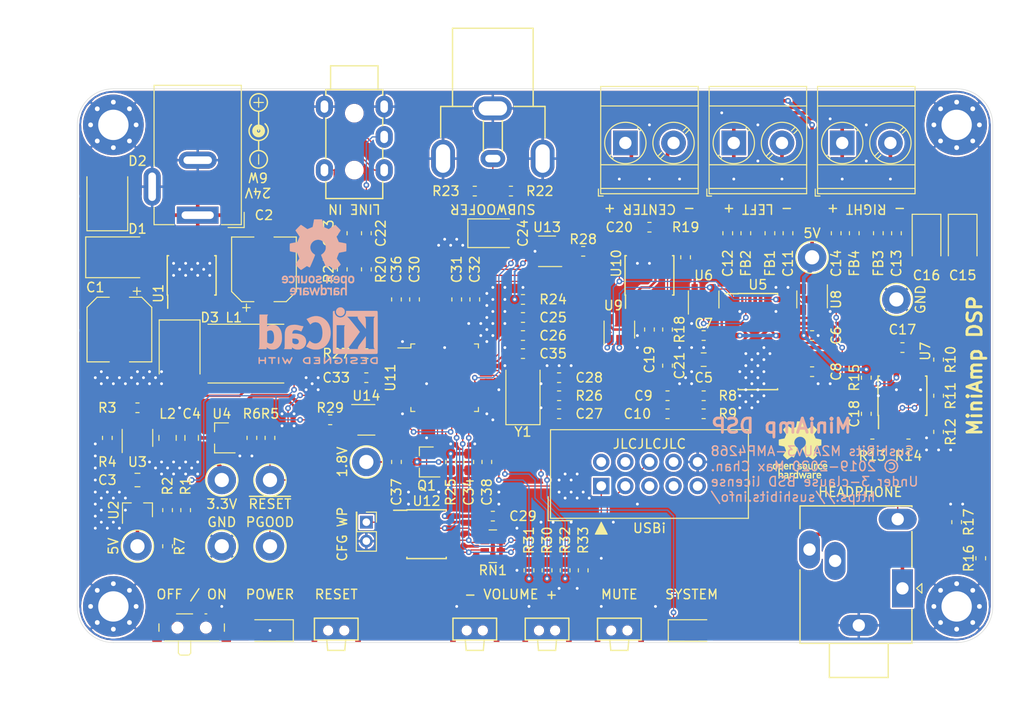
<source format=kicad_pcb>
(kicad_pcb (version 20171130) (host pcbnew "(5.1.5-0-10_14)")
  (title_block (title "MiniAmp DSP") (date 2020-01-24) (rev v3r1) (company "SushiBits Innovation"))
  (layers (0 F.Cu signal) (31 B.Cu signal) (34 B.Paste user) (35 F.Paste user) (36 B.SilkS user) (37 F.SilkS user) (38 B.Mask user) (39 F.Mask user) (44 Edge.Cuts user))
  (net 0 "")
  (net 1 GND)
  (net 2 +VDC)
  (net 3 +5V)
  (net 4 "Net-(D1-Pad2)")
  (net 5 "Net-(SW1-Pad2)")
  (net 6 "/Power Delivery/VSW")
  (net 7 +3V3)
  (net 8 "Net-(D4-Pad2)")
  (net 9 "Net-(L2-Pad1)")
  (net 10 "Net-(R1-Pad2)")
  (net 11 "Net-(R3-Pad2)")
  (net 12 "Net-(R5-Pad2)")
  (net 13 "Net-(C8-Pad2)")
  (net 14 "/Amplified Output/INL")
  (net 15 "Net-(C9-Pad1)")
  (net 16 "/Amplified Output/INR")
  (net 17 "Net-(C10-Pad1)")
  (net 18 "/Amplified Output/SPKL-")
  (net 19 "/Amplified Output/SPKL+")
  (net 20 "/Amplified Output/SPKR-")
  (net 21 "/Amplified Output/SPKR+")
  (net 22 "/Amplified Output/HPL")
  (net 23 "/Amplified Output/HPR")
  (net 24 "Net-(C18-Pad1)")
  (net 25 "/Amplified Output/OUTL-")
  (net 26 "/Amplified Output/OUTL+")
  (net 27 "/Amplified Output/OUTR-")
  (net 28 "/Amplified Output/OUTR+")
  (net 29 "/Amplified Output/HPDET")
  (net 30 "Net-(R8-Pad1)")
  (net 31 "Net-(R9-Pad1)")
  (net 32 "Net-(R10-Pad2)")
  (net 33 "Net-(R11-Pad2)")
  (net 34 "/Amplified Output/HPEN")
  (net 35 "/Amplified Output/SHDN")
  (net 36 "/Amplified Output/CEN")
  (net 37 "Net-(C19-Pad1)")
  (net 38 "/Amplified Output/INC")
  (net 39 "Net-(C21-Pad1)")
  (net 40 "Net-(R18-Pad1)")
  (net 41 "/Amplified Output/SPKC-")
  (net 42 "/Amplified Output/SPKC+")
  (net 43 /PGOOD)
  (net 44 "Net-(C22-Pad2)")
  (net 45 "Net-(C22-Pad1)")
  (net 46 "Net-(C23-Pad2)")
  (net 47 "Net-(C23-Pad1)")
  (net 48 "Net-(C24-Pad2)")
  (net 49 /DSP/OUTS)
  (net 50 "Net-(J7-Pad1)")
  (net 51 /DSP/INR)
  (net 52 /DSP/INL)
  (net 53 "Net-(C25-Pad2)")
  (net 54 "Net-(C25-Pad1)")
  (net 55 "Net-(C27-Pad1)")
  (net 56 "Net-(C28-Pad1)")
  (net 57 "Net-(C30-Pad1)")
  (net 58 "Net-(C31-Pad1)")
  (net 59 "Net-(C32-Pad1)")
  (net 60 +1V8)
  (net 61 "Net-(Q1-Pad1)")
  (net 62 "Net-(R26-Pad1)")
  (net 63 "Net-(R27-Pad1)")
  (net 64 /DSP/WP)
  (net 65 /DSP/SDA)
  (net 66 /DSP/SCL)
  (net 67 /DSP/WB)
  (net 68 /DSP/~RESET)
  (net 69 "Net-(R28-Pad1)")
  (net 70 /DSP/HP)
  (net 71 "Net-(R29-Pad1)")
  (net 72 "Net-(D5-Pad2)")
  (net 73 /DSP/STL)
  (net 74 /DSP/VOLU)
  (net 75 /DSP/VOLD)
  (net 76 /DSP/MUTE)
  (module Symbol:OSHW-Logo_7.5x8mm_SilkScreen (layer B.Cu) (at 127.14 88.57 180)
    (fp_text reference REF** hide)
    (fp_text value OSHW-Logo_7.5x8mm_SilkScreen hide)
  )
  (module Symbol:KiCad-Logo2_5mm_SilkScreen (layer B.Cu) (at 127.14 96.825 180)
    (fp_text reference REF** hide)
    (fp_text value KiCad-Logo2_5mm_SilkScreen hide)
  )
  (module Symbol:OSHW-Logo_5.7x6mm_SilkScreen (layer F.Cu) (at 177.94 108.89)
    (fp_text reference REF** hide)
    (fp_text value OSHW-Logo_5.7x6mm_SilkScreen hide)
  )
  (module Symbol:Symbol_Barrel_Polarity (layer F.Cu) (at 120.79 75.235 90)
    (fp_text reference REF** hide)
    (fp_text value Symbol_Barrel_Polarity)
  )
  (module Connector_PinHeader_2.00mm:PinHeader_2x01_P2.00mm_Vertical (layer F.Cu) (at 132.22 116.51 270)
    (fp_text reference JP1 hide)
    (fp_text value WP)
    (pad 2 thru_hole oval (at 2 0 270) (size 1.35 1.35) (drill 0.8) (layers *.Cu *.Mask) (net 1 GND))
    (pad 1 thru_hole rect (at 0 0 270) (size 1.35 1.35) (drill 0.8) (layers *.Cu *.Mask) (net 64 /DSP/WP))
  )
  (module Button_Switch_SMD:SW_SPST_1TS003B-0A (layer F.Cu) (at 158.89 127.94 180)
    (fp_text reference SW5 hide)
    (fp_text value Mute)
    (pad 2 smd rect (at 1.7 1.4 180) (size 0.9 0.8) (layers F.Cu F.Paste F.Mask) (net 1 GND))
    (pad 1 smd rect (at -1.7 1.4 180) (size 0.9 0.8) (layers F.Cu F.Paste F.Mask) (net 76 /DSP/MUTE))
    (pad "" smd rect (at -2.3 -0.6 180) (size 0.6 1.2) (layers F.Cu F.Paste F.Mask))
    (pad "" smd rect (at 2.3 -0.6 180) (size 0.6 1.2) (layers F.Cu F.Paste F.Mask))
    (pad "" np_thru_hole circle (at -0.85 0 180) (size 0.7 0.7) (drill 0.7) (layers *.Cu *.Mask))
    (pad "" np_thru_hole circle (at 0.85 0 180) (size 0.7 0.7) (drill 0.7) (layers *.Cu *.Mask))
  )
  (module Button_Switch_SMD:SW_SPST_1TS003B-0A (layer F.Cu) (at 143.65 127.94 180)
    (fp_text reference SW4 hide)
    (fp_text value Vol-)
    (pad 2 smd rect (at 1.7 1.4 180) (size 0.9 0.8) (layers F.Cu F.Paste F.Mask) (net 1 GND))
    (pad 1 smd rect (at -1.7 1.4 180) (size 0.9 0.8) (layers F.Cu F.Paste F.Mask) (net 75 /DSP/VOLD))
    (pad "" smd rect (at -2.3 -0.6 180) (size 0.6 1.2) (layers F.Cu F.Paste F.Mask))
    (pad "" smd rect (at 2.3 -0.6 180) (size 0.6 1.2) (layers F.Cu F.Paste F.Mask))
    (pad "" np_thru_hole circle (at -0.85 0 180) (size 0.7 0.7) (drill 0.7) (layers *.Cu *.Mask))
    (pad "" np_thru_hole circle (at 0.85 0 180) (size 0.7 0.7) (drill 0.7) (layers *.Cu *.Mask))
  )
  (module Button_Switch_SMD:SW_SPST_1TS003B-0A (layer F.Cu) (at 151.27 127.94 180)
    (fp_text reference SW3 hide)
    (fp_text value Vol+)
    (pad 2 smd rect (at 1.7 1.4 180) (size 0.9 0.8) (layers F.Cu F.Paste F.Mask) (net 1 GND))
    (pad 1 smd rect (at -1.7 1.4 180) (size 0.9 0.8) (layers F.Cu F.Paste F.Mask) (net 74 /DSP/VOLU))
    (pad "" smd rect (at -2.3 -0.6 180) (size 0.6 1.2) (layers F.Cu F.Paste F.Mask))
    (pad "" smd rect (at 2.3 -0.6 180) (size 0.6 1.2) (layers F.Cu F.Paste F.Mask))
    (pad "" np_thru_hole circle (at -0.85 0 180) (size 0.7 0.7) (drill 0.7) (layers *.Cu *.Mask))
    (pad "" np_thru_hole circle (at 0.85 0 180) (size 0.7 0.7) (drill 0.7) (layers *.Cu *.Mask))
  )
  (module Resistor_SMD:R_0603_1608Metric_Pad1.05x0.95mm_HandSolder (layer F.Cu) (at 155.08 121.59 90)
    (fp_text reference R33 (at 3.175 0 90) (layer F.SilkS))
    (fp_text value 510)
    (pad 2 smd roundrect (at 0.875 0 90) (size 1.05 0.95) (layers F.Cu F.Paste F.Mask) (net 7 +3V3))
    (pad 1 smd roundrect (at -0.875 0 90) (size 1.05 0.95) (layers F.Cu F.Paste F.Mask) (net 72 "Net-(D5-Pad2)"))
  )
  (module Resistor_SMD:R_0603_1608Metric_Pad1.05x0.95mm_HandSolder (layer F.Cu) (at 153.175 121.59 90)
    (fp_text reference R32 (at 3.175 0 90) (layer F.SilkS))
    (fp_text value 10k)
    (pad 2 smd roundrect (at 0.875 0 90) (size 1.05 0.95) (layers F.Cu F.Paste F.Mask) (net 7 +3V3))
    (pad 1 smd roundrect (at -0.875 0 90) (size 1.05 0.95) (layers F.Cu F.Paste F.Mask) (net 76 /DSP/MUTE))
  )
  (module Resistor_SMD:R_0603_1608Metric_Pad1.05x0.95mm_HandSolder (layer F.Cu) (at 149.365 121.59 90)
    (fp_text reference R31 (at 3.175 0 270) (layer F.SilkS))
    (fp_text value 10k)
    (pad 2 smd roundrect (at 0.875 0 90) (size 1.05 0.95) (layers F.Cu F.Paste F.Mask) (net 7 +3V3))
    (pad 1 smd roundrect (at -0.875 0 90) (size 1.05 0.95) (layers F.Cu F.Paste F.Mask) (net 75 /DSP/VOLD))
  )
  (module Resistor_SMD:R_0603_1608Metric_Pad1.05x0.95mm_HandSolder (layer F.Cu) (at 151.27 121.59 90)
    (fp_text reference R30 (at 3.175 0 90) (layer F.SilkS))
    (fp_text value 10k)
    (pad 2 smd roundrect (at 0.875 0 90) (size 1.05 0.95) (layers F.Cu F.Paste F.Mask) (net 7 +3V3))
    (pad 1 smd roundrect (at -0.875 0 90) (size 1.05 0.95) (layers F.Cu F.Paste F.Mask) (net 74 /DSP/VOLU))
  )
  (module LED_SMD:LED_1206_3216Metric_Pad1.42x1.75mm_HandSolder (layer F.Cu) (at 166.51 127.94)
    (fp_text reference D5 hide)
    (fp_text value Status)
    (pad 2 smd roundrect (at 1.4875 0) (size 1.425 1.75) (layers F.Cu F.Paste F.Mask) (roundrect_rratio 0.175439) (net 72 "Net-(D5-Pad2)"))
    (pad 1 smd roundrect (at -1.4875 0) (size 1.425 1.75) (layers F.Cu F.Paste F.Mask) (roundrect_rratio 0.175439) (net 73 /DSP/STL))
  )
  (module Package_TO_SOT_SMD:SOT-23-5 (layer F.Cu) (at 132.22 105.715)
    (fp_text reference U14 (at 0 -2.54 180) (layer F.SilkS))
    (fp_text value 74LVC1G04)
    (pad 5 smd rect (at 1.1 -0.95) (size 1.06 0.65) (layers F.Cu F.Paste F.Mask) (net 7 +3V3))
    (pad 4 smd rect (at 1.1 0.95) (size 1.06 0.65) (layers F.Cu F.Paste F.Mask) (net 67 /DSP/WB))
    (pad 3 smd rect (at -1.1 0.95) (size 1.06 0.65) (layers F.Cu F.Paste F.Mask) (net 1 GND))
    (pad 2 smd rect (at -1.1 0) (size 1.06 0.65) (layers F.Cu F.Paste F.Mask) (net 71 "Net-(R29-Pad1)"))
    (pad 1 smd rect (at -1.1 -0.95) (size 1.06 0.65) (layers F.Cu F.Paste F.Mask))
  )
  (module Resistor_SMD:R_0603_1608Metric_Pad1.05x0.95mm_HandSolder (layer F.Cu) (at 128.41 105.715 180)
    (fp_text reference R29 (at 0 1.27) (layer F.SilkS))
    (fp_text value 10k)
    (pad 2 smd roundrect (at 0.875 0 180) (size 1.05 0.95) (layers F.Cu F.Paste F.Mask) (net 43 /PGOOD))
    (pad 1 smd roundrect (at -0.875 0 180) (size 1.05 0.95) (layers F.Cu F.Paste F.Mask) (net 71 "Net-(R29-Pad1)"))
  )
  (module Package_TO_SOT_SMD:SOT-23-5 (layer F.Cu) (at 151.27 87.935 180)
    (fp_text reference U13 (at 0 2.54) (layer F.SilkS))
    (fp_text value 74LVC1G17)
    (pad 5 smd rect (at 1.1 -0.95 180) (size 1.06 0.65) (layers F.Cu F.Paste F.Mask) (net 7 +3V3))
    (pad 4 smd rect (at 1.1 0.95 180) (size 1.06 0.65) (layers F.Cu F.Paste F.Mask) (net 70 /DSP/HP))
    (pad 3 smd rect (at -1.1 0.95 180) (size 1.06 0.65) (layers F.Cu F.Paste F.Mask) (net 1 GND))
    (pad 2 smd rect (at -1.1 0 180) (size 1.06 0.65) (layers F.Cu F.Paste F.Mask) (net 69 "Net-(R28-Pad1)"))
    (pad 1 smd rect (at -1.1 -0.95 180) (size 1.06 0.65) (layers F.Cu F.Paste F.Mask))
  )
  (module Resistor_SMD:R_0603_1608Metric_Pad1.05x0.95mm_HandSolder (layer F.Cu) (at 155.08 87.935)
    (fp_text reference R28 (at 0 -1.27) (layer F.SilkS))
    (fp_text value 10k)
    (pad 2 smd roundrect (at 0.875 0) (size 1.05 0.95) (layers F.Cu F.Paste F.Mask) (net 34 "/Amplified Output/HPEN"))
    (pad 1 smd roundrect (at -0.875 0) (size 1.05 0.95) (layers F.Cu F.Paste F.Mask) (net 69 "Net-(R28-Pad1)"))
  )
  (module Button_Switch_SMD:SW_SPST_1TS003B-0A (layer F.Cu) (at 129.045 127.94 180)
    (fp_text reference SW2 hide)
    (fp_text value Reset)
    (pad 2 smd rect (at 1.7 1.4 180) (size 0.9 0.8) (layers F.Cu F.Paste F.Mask) (net 68 /DSP/~RESET))
    (pad 1 smd rect (at -1.7 1.4 180) (size 0.9 0.8) (layers F.Cu F.Paste F.Mask) (net 1 GND))
    (pad "" smd rect (at -2.3 -0.6 180) (size 0.6 1.2) (layers F.Cu F.Paste F.Mask))
    (pad "" smd rect (at 2.3 -0.6 180) (size 0.6 1.2) (layers F.Cu F.Paste F.Mask))
    (pad "" np_thru_hole circle (at -0.85 0 180) (size 0.7 0.7) (drill 0.7) (layers *.Cu *.Mask))
    (pad "" np_thru_hole circle (at 0.85 0 180) (size 0.7 0.7) (drill 0.7) (layers *.Cu *.Mask))
  )
  (module Connector_IDC:IDC-Header_2x05_P2.54mm_Vertical (layer F.Cu) (at 156.985 112.7 90)
    (fp_text reference J8 hide)
    (fp_text value USBi)
    (pad 10 thru_hole oval (at 2.54 10.16 90) (size 1.7272 1.7272) (drill 1.016) (layers *.Cu *.Mask) (net 1 GND))
    (pad 9 thru_hole oval (at 0 10.16 90) (size 1.7272 1.7272) (drill 1.016) (layers *.Cu *.Mask))
    (pad 8 thru_hole oval (at 2.54 7.62 90) (size 1.7272 1.7272) (drill 1.016) (layers *.Cu *.Mask))
    (pad 7 thru_hole oval (at 0 7.62 90) (size 1.7272 1.7272) (drill 1.016) (layers *.Cu *.Mask))
    (pad 6 thru_hole oval (at 2.54 5.08 90) (size 1.7272 1.7272) (drill 1.016) (layers *.Cu *.Mask) (net 68 /DSP/~RESET))
    (pad 5 thru_hole oval (at 0 5.08 90) (size 1.7272 1.7272) (drill 1.016) (layers *.Cu *.Mask))
    (pad 4 thru_hole oval (at 2.54 2.54 90) (size 1.7272 1.7272) (drill 1.016) (layers *.Cu *.Mask))
    (pad 3 thru_hole oval (at 0 2.54 90) (size 1.7272 1.7272) (drill 1.016) (layers *.Cu *.Mask) (net 65 /DSP/SDA))
    (pad 2 thru_hole oval (at 2.54 0 90) (size 1.7272 1.7272) (drill 1.016) (layers *.Cu *.Mask))
    (pad 1 thru_hole rect (at 0 0 90) (size 1.7272 1.7272) (drill 1.016) (layers *.Cu *.Mask) (net 66 /DSP/SCL))
  )
  (module Package_QFP:LQFP-48_7x7mm_P0.5mm (layer F.Cu) (at 140.475 101.27)
    (fp_text reference U11 (at -5.715 0 90) (layer F.SilkS))
    (fp_text value ADAU1701)
    (pad 48 smd rect (at -2.75 -4.35 90) (size 1.3 0.25) (layers F.Cu F.Paste F.Mask) (net 7 +3V3))
    (pad 47 smd rect (at -2.25 -4.35 90) (size 1.3 0.25) (layers F.Cu F.Paste F.Mask) (net 57 "Net-(C30-Pad1)"))
    (pad 46 smd rect (at -1.75 -4.35 90) (size 1.3 0.25) (layers F.Cu F.Paste F.Mask) (net 49 /DSP/OUTS))
    (pad 45 smd rect (at -1.25 -4.35 90) (size 1.3 0.25) (layers F.Cu F.Paste F.Mask) (net 38 "/Amplified Output/INC"))
    (pad 44 smd rect (at -0.75 -4.35 90) (size 1.3 0.25) (layers F.Cu F.Paste F.Mask) (net 14 "/Amplified Output/INL"))
    (pad 43 smd rect (at -0.25 -4.35 90) (size 1.3 0.25) (layers F.Cu F.Paste F.Mask) (net 16 "/Amplified Output/INR"))
    (pad 42 smd rect (at 0.25 -4.35 90) (size 1.3 0.25) (layers F.Cu F.Paste F.Mask) (net 1 GND))
    (pad 41 smd rect (at 0.75 -4.35 90) (size 1.3 0.25) (layers F.Cu F.Paste F.Mask) (net 58 "Net-(C31-Pad1)"))
    (pad 40 smd rect (at 1.25 -4.35 90) (size 1.3 0.25) (layers F.Cu F.Paste F.Mask) (net 59 "Net-(C32-Pad1)"))
    (pad 39 smd rect (at 1.75 -4.35 90) (size 1.3 0.25) (layers F.Cu F.Paste F.Mask) (net 7 +3V3))
    (pad 38 smd rect (at 2.25 -4.35 90) (size 1.3 0.25) (layers F.Cu F.Paste F.Mask) (net 1 GND))
    (pad 37 smd rect (at 2.75 -4.35 90) (size 1.3 0.25) (layers F.Cu F.Paste F.Mask) (net 1 GND))
    (pad 36 smd rect (at 4.35 -2.75) (size 1.3 0.25) (layers F.Cu F.Paste F.Mask) (net 7 +3V3))
    (pad 35 smd rect (at 4.35 -2.25) (size 1.3 0.25) (layers F.Cu F.Paste F.Mask) (net 53 "Net-(C25-Pad2)"))
    (pad 34 smd rect (at 4.35 -1.75) (size 1.3 0.25) (layers F.Cu F.Paste F.Mask) (net 7 +3V3))
    (pad 33 smd rect (at 4.35 -1.25) (size 1.3 0.25) (layers F.Cu F.Paste F.Mask) (net 1 GND))
    (pad 32 smd rect (at 4.35 -0.75) (size 1.3 0.25) (layers F.Cu F.Paste F.Mask) (net 56 "Net-(C28-Pad1)"))
    (pad 31 smd rect (at 4.35 -0.25) (size 1.3 0.25) (layers F.Cu F.Paste F.Mask) (net 62 "Net-(R26-Pad1)"))
    (pad 30 smd rect (at 4.35 0.25) (size 1.3 0.25) (layers F.Cu F.Paste F.Mask) (net 1 GND))
    (pad 29 smd rect (at 4.35 0.75) (size 1.3 0.25) (layers F.Cu F.Paste F.Mask) (net 70 /DSP/HP))
    (pad 28 smd rect (at 4.35 1.25) (size 1.3 0.25) (layers F.Cu F.Paste F.Mask) (net 74 /DSP/VOLU))
    (pad 27 smd rect (at 4.35 1.75) (size 1.3 0.25) (layers F.Cu F.Paste F.Mask) (net 73 /DSP/STL))
    (pad 26 smd rect (at 4.35 2.25) (size 1.3 0.25) (layers F.Cu F.Paste F.Mask) (net 76 /DSP/MUTE))
    (pad 25 smd rect (at 4.35 2.75) (size 1.3 0.25) (layers F.Cu F.Paste F.Mask) (net 1 GND))
    (pad 24 smd rect (at 2.75 4.35 90) (size 1.3 0.25) (layers F.Cu F.Paste F.Mask) (net 60 +1V8))
    (pad 23 smd rect (at 2.25 4.35 90) (size 1.3 0.25) (layers F.Cu F.Paste F.Mask) (net 66 /DSP/SCL))
    (pad 22 smd rect (at 1.75 4.35 90) (size 1.3 0.25) (layers F.Cu F.Paste F.Mask) (net 65 /DSP/SDA))
    (pad 21 smd rect (at 1.25 4.35 90) (size 1.3 0.25) (layers F.Cu F.Paste F.Mask) (net 64 /DSP/WP))
    (pad 20 smd rect (at 0.75 4.35 90) (size 1.3 0.25) (layers F.Cu F.Paste F.Mask) (net 67 /DSP/WB))
    (pad 19 smd rect (at 0.25 4.35 90) (size 1.3 0.25) (layers F.Cu F.Paste F.Mask) (net 75 /DSP/VOLD))
    (pad 18 smd rect (at -0.25 4.35 90) (size 1.3 0.25) (layers F.Cu F.Paste F.Mask) (net 7 +3V3))
    (pad 17 smd rect (at -0.75 4.35 90) (size 1.3 0.25) (layers F.Cu F.Paste F.Mask) (net 61 "Net-(Q1-Pad1)"))
    (pad 16 smd rect (at -1.25 4.35 90) (size 1.3 0.25) (layers F.Cu F.Paste F.Mask))
    (pad 15 smd rect (at -1.75 4.35 90) (size 1.3 0.25) (layers F.Cu F.Paste F.Mask))
    (pad 14 smd rect (at -2.25 4.35 90) (size 1.3 0.25) (layers F.Cu F.Paste F.Mask))
    (pad 13 smd rect (at -2.75 4.35 90) (size 1.3 0.25) (layers F.Cu F.Paste F.Mask) (net 60 +1V8))
    (pad 12 smd rect (at -4.35 2.75) (size 1.3 0.25) (layers F.Cu F.Paste F.Mask) (net 1 GND))
    (pad 11 smd rect (at -4.35 2.25) (size 1.3 0.25) (layers F.Cu F.Paste F.Mask))
    (pad 10 smd rect (at -4.35 1.75) (size 1.3 0.25) (layers F.Cu F.Paste F.Mask))
    (pad 9 smd rect (at -4.35 1.25) (size 1.3 0.25) (layers F.Cu F.Paste F.Mask))
    (pad 8 smd rect (at -4.35 0.75) (size 1.3 0.25) (layers F.Cu F.Paste F.Mask))
    (pad 7 smd rect (at -4.35 0.25) (size 1.3 0.25) (layers F.Cu F.Paste F.Mask) (net 1 GND))
    (pad 6 smd rect (at -4.35 -0.25) (size 1.3 0.25) (layers F.Cu F.Paste F.Mask) (net 7 +3V3))
    (pad 5 smd rect (at -4.35 -0.75) (size 1.3 0.25) (layers F.Cu F.Paste F.Mask) (net 68 /DSP/~RESET))
    (pad 4 smd rect (at -4.35 -1.25) (size 1.3 0.25) (layers F.Cu F.Paste F.Mask) (net 51 /DSP/INR))
    (pad 3 smd rect (at -4.35 -1.75) (size 1.3 0.25) (layers F.Cu F.Paste F.Mask) (net 63 "Net-(R27-Pad1)"))
    (pad 2 smd rect (at -4.35 -2.25) (size 1.3 0.25) (layers F.Cu F.Paste F.Mask) (net 52 /DSP/INL))
    (pad 1 smd rect (at -4.35 -2.75) (size 1.3 0.25) (layers F.Cu F.Paste F.Mask) (net 1 GND))
  )
  (module Capacitor_SMD:C_0603_1608Metric_Pad1.05x0.95mm_HandSolder (layer F.Cu) (at 135.395 93.015 90)
    (fp_text reference C36 (at 3.175 0 90) (layer F.SilkS))
    (fp_text value 1µ)
    (pad 2 smd roundrect (at 0.875 0 90) (size 1.05 0.95) (layers F.Cu F.Paste F.Mask) (net 1 GND))
    (pad 1 smd roundrect (at -0.875 0 90) (size 1.05 0.95) (layers F.Cu F.Paste F.Mask) (net 7 +3V3))
  )
  (module Capacitor_SMD:C_0603_1608Metric_Pad1.05x0.95mm_HandSolder (layer F.Cu) (at 144.92 110.16 270)
    (fp_text reference C38 (at 3.175 0 90) (layer F.SilkS))
    (fp_text value 1µ)
    (pad 2 smd roundrect (at 0.875 0 270) (size 1.05 0.95) (layers F.Cu F.Paste F.Mask) (net 1 GND))
    (pad 1 smd roundrect (at -0.875 0 270) (size 1.05 0.95) (layers F.Cu F.Paste F.Mask) (net 60 +1V8))
  )
  (module Capacitor_SMD:C_0603_1608Metric_Pad1.05x0.95mm_HandSolder (layer F.Cu) (at 135.395 110.16 270)
    (fp_text reference C37 (at 3.175 0 90) (layer F.SilkS))
    (fp_text value 10µ)
    (pad 2 smd roundrect (at 0.875 0 270) (size 1.05 0.95) (layers F.Cu F.Paste F.Mask) (net 1 GND))
    (pad 1 smd roundrect (at -0.875 0 270) (size 1.05 0.95) (layers F.Cu F.Paste F.Mask) (net 60 +1V8))
  )
  (module Capacitor_SMD:C_0603_1608Metric_Pad1.05x0.95mm_HandSolder (layer F.Cu) (at 148.73 98.73)
    (fp_text reference C35 (at 3.175 0) (layer F.SilkS))
    (fp_text value 1µ)
    (pad 2 smd roundrect (at 0.875 0) (size 1.05 0.95) (layers F.Cu F.Paste F.Mask) (net 1 GND))
    (pad 1 smd roundrect (at -0.875 0) (size 1.05 0.95) (layers F.Cu F.Paste F.Mask) (net 7 +3V3))
  )
  (module Capacitor_SMD:C_0603_1608Metric_Pad1.05x0.95mm_HandSolder (layer F.Cu) (at 143.015 110.16 270)
    (fp_text reference C34 (at 3.175 0 90) (layer F.SilkS))
    (fp_text value 1µ)
    (pad 2 smd roundrect (at 0.875 0 270) (size 1.05 0.95) (layers F.Cu F.Paste F.Mask) (net 1 GND))
    (pad 1 smd roundrect (at -0.875 0 270) (size 1.05 0.95) (layers F.Cu F.Paste F.Mask) (net 7 +3V3))
  )
  (module Capacitor_SMD:C_0603_1608Metric_Pad1.05x0.95mm_HandSolder (layer F.Cu) (at 132.22 101.27 180)
    (fp_text reference C33 (at 3.175 0) (layer F.SilkS))
    (fp_text value 1µ)
    (pad 2 smd roundrect (at 0.875 0 180) (size 1.05 0.95) (layers F.Cu F.Paste F.Mask) (net 1 GND))
    (pad 1 smd roundrect (at -0.875 0 180) (size 1.05 0.95) (layers F.Cu F.Paste F.Mask) (net 7 +3V3))
  )
  (module Crystal:Crystal_SMD_5032-2Pin_5.0x3.2mm (layer F.Cu) (at 148.73 103.175 90)
    (fp_text reference Y1 (at -3.81 0 180) (layer F.SilkS))
    (fp_text value 12.288M)
    (pad 2 smd rect (at 1.85 0 90) (size 2 2.4) (layers F.Cu F.Paste F.Mask) (net 56 "Net-(C28-Pad1)"))
    (pad 1 smd rect (at -1.85 0 90) (size 2 2.4) (layers F.Cu F.Paste F.Mask) (net 55 "Net-(C27-Pad1)"))
  )
  (module Package_SO:SOIC-8_3.9x4.9mm_P1.27mm (layer F.Cu) (at 138.57 117.78)
    (fp_text reference U12 (at 0 -3.5) (layer F.SilkS))
    (fp_text value AT24C512)
    (pad 8 smd rect (at 2.7 -1.905) (size 1.55 0.6) (layers F.Cu F.Paste F.Mask) (net 7 +3V3))
    (pad 7 smd rect (at 2.7 -0.635) (size 1.55 0.6) (layers F.Cu F.Paste F.Mask) (net 64 /DSP/WP))
    (pad 6 smd rect (at 2.7 0.635) (size 1.55 0.6) (layers F.Cu F.Paste F.Mask) (net 66 /DSP/SCL))
    (pad 5 smd rect (at 2.7 1.905) (size 1.55 0.6) (layers F.Cu F.Paste F.Mask) (net 65 /DSP/SDA))
    (pad 4 smd rect (at -2.7 1.905) (size 1.55 0.6) (layers F.Cu F.Paste F.Mask) (net 1 GND))
    (pad 3 smd rect (at -2.7 0.635) (size 1.55 0.6) (layers F.Cu F.Paste F.Mask) (net 1 GND))
    (pad 2 smd rect (at -2.7 -0.635) (size 1.55 0.6) (layers F.Cu F.Paste F.Mask) (net 1 GND))
    (pad 1 smd rect (at -2.7 -1.905) (size 1.55 0.6) (layers F.Cu F.Paste F.Mask) (net 1 GND))
  )
  (module TestPoint:TestPoint_Loop_D2.54mm_Drill1.5mm_Beaded (layer F.Cu) (at 132.22 110.16)
    (fp_text reference TP8 hide)
    (fp_text value 1.8V)
    (pad 1 thru_hole circle (at 0 0) (size 3 3) (drill 1.5) (layers *.Cu *.Mask) (net 60 +1V8))
  )
  (module Resistor_SMD:R_Array_Concave_4x0603 (layer F.Cu) (at 145.555 119.05)
    (fp_text reference RN1 (at 0 2.54 180) (layer F.SilkS))
    (fp_text value 1.5k)
    (pad 5 smd rect (at 0.85 1.2) (size 0.9 0.4) (layers F.Cu F.Paste F.Mask) (net 7 +3V3))
    (pad 6 smd rect (at 0.85 0.4) (size 0.9 0.4) (layers F.Cu F.Paste F.Mask) (net 7 +3V3))
    (pad 7 smd rect (at 0.85 -0.4) (size 0.9 0.4) (layers F.Cu F.Paste F.Mask) (net 7 +3V3))
    (pad 8 smd rect (at 0.85 -1.2) (size 0.9 0.4) (layers F.Cu F.Paste F.Mask) (net 7 +3V3))
    (pad 4 smd rect (at -0.85 1.2) (size 0.9 0.4) (layers F.Cu F.Paste F.Mask))
    (pad 1 smd rect (at -0.85 -1.2) (size 0.9 0.4) (layers F.Cu F.Paste F.Mask) (net 64 /DSP/WP))
    (pad 3 smd rect (at -0.85 0.4) (size 0.9 0.4) (layers F.Cu F.Paste F.Mask) (net 65 /DSP/SDA))
    (pad 2 smd rect (at -0.85 -0.4) (size 0.9 0.4) (layers F.Cu F.Paste F.Mask) (net 66 /DSP/SCL))
  )
  (module Resistor_SMD:R_0603_1608Metric_Pad1.05x0.95mm_HandSolder (layer F.Cu) (at 132.22 98.73 180)
    (fp_text reference R27 (at 3.175 0) (layer F.SilkS))
    (fp_text value 8k)
    (pad 2 smd roundrect (at 0.875 0 180) (size 1.05 0.95) (layers F.Cu F.Paste F.Mask) (net 1 GND))
    (pad 1 smd roundrect (at -0.875 0 180) (size 1.05 0.95) (layers F.Cu F.Paste F.Mask) (net 63 "Net-(R27-Pad1)"))
  )
  (module Resistor_SMD:R_0603_1608Metric_Pad1.05x0.95mm_HandSolder (layer F.Cu) (at 152.54 103.175)
    (fp_text reference R26 (at 3.175 0) (layer F.SilkS))
    (fp_text value 100)
    (pad 2 smd roundrect (at 0.875 0) (size 1.05 0.95) (layers F.Cu F.Paste F.Mask) (net 55 "Net-(C27-Pad1)"))
    (pad 1 smd roundrect (at -0.875 0) (size 1.05 0.95) (layers F.Cu F.Paste F.Mask) (net 62 "Net-(R26-Pad1)"))
  )
  (module Resistor_SMD:R_0603_1608Metric_Pad1.05x0.95mm_HandSolder (layer F.Cu) (at 141.11 110.16 270)
    (fp_text reference R25 (at 3.175 0 90) (layer F.SilkS))
    (fp_text value 1k)
    (pad 2 smd roundrect (at 0.875 0 270) (size 1.05 0.95) (layers F.Cu F.Paste F.Mask) (net 61 "Net-(Q1-Pad1)"))
    (pad 1 smd roundrect (at -0.875 0 270) (size 1.05 0.95) (layers F.Cu F.Paste F.Mask) (net 7 +3V3))
  )
  (module Resistor_SMD:R_0603_1608Metric_Pad1.05x0.95mm_HandSolder (layer F.Cu) (at 148.73 93.015)
    (fp_text reference R24 (at 3.175 0) (layer F.SilkS))
    (fp_text value 470)
    (pad 2 smd roundrect (at 0.875 0) (size 1.05 0.95) (layers F.Cu F.Paste F.Mask) (net 54 "Net-(C25-Pad1)"))
    (pad 1 smd roundrect (at -0.875 0) (size 1.05 0.95) (layers F.Cu F.Paste F.Mask) (net 7 +3V3))
  )
  (module Package_TO_SOT_SMD:SOT-23 (layer F.Cu) (at 138.57 110.16 180)
    (fp_text reference Q1 (at 0 -2.5) (layer F.SilkS))
    (fp_text value MMBT8550)
    (pad 3 smd rect (at 1 0 180) (size 0.9 0.8) (layers F.Cu F.Paste F.Mask) (net 60 +1V8))
    (pad 2 smd rect (at -1 0.95 180) (size 0.9 0.8) (layers F.Cu F.Paste F.Mask) (net 7 +3V3))
    (pad 1 smd rect (at -1 -0.95 180) (size 0.9 0.8) (layers F.Cu F.Paste F.Mask) (net 61 "Net-(Q1-Pad1)"))
  )
  (module Capacitor_SMD:C_0603_1608Metric_Pad1.05x0.95mm_HandSolder (layer F.Cu) (at 143.65 93.015 90)
    (fp_text reference C32 (at 3.175 0 90) (layer F.SilkS))
    (fp_text value 10µ)
    (pad 2 smd roundrect (at 0.875 0 90) (size 1.05 0.95) (layers F.Cu F.Paste F.Mask) (net 1 GND))
    (pad 1 smd roundrect (at -0.875 0 90) (size 1.05 0.95) (layers F.Cu F.Paste F.Mask) (net 59 "Net-(C32-Pad1)"))
  )
  (module Capacitor_SMD:C_0603_1608Metric_Pad1.05x0.95mm_HandSolder (layer F.Cu) (at 141.745 93.015 90)
    (fp_text reference C31 (at 3.175 0 90) (layer F.SilkS))
    (fp_text value 10µ)
    (pad 2 smd roundrect (at 0.875 0 90) (size 1.05 0.95) (layers F.Cu F.Paste F.Mask) (net 1 GND))
    (pad 1 smd roundrect (at -0.875 0 90) (size 1.05 0.95) (layers F.Cu F.Paste F.Mask) (net 58 "Net-(C31-Pad1)"))
  )
  (module Capacitor_SMD:C_0603_1608Metric_Pad1.05x0.95mm_HandSolder (layer F.Cu) (at 137.3 93.015 90)
    (fp_text reference C30 (at 3.175 0 90) (layer F.SilkS))
    (fp_text value 10µ)
    (pad 2 smd roundrect (at 0.875 0 90) (size 1.05 0.95) (layers F.Cu F.Paste F.Mask) (net 1 GND))
    (pad 1 smd roundrect (at -0.875 0 90) (size 1.05 0.95) (layers F.Cu F.Paste F.Mask) (net 57 "Net-(C30-Pad1)"))
  )
  (module Capacitor_SMD:C_0603_1608Metric_Pad1.05x0.95mm_HandSolder (layer F.Cu) (at 145.555 115.875)
    (fp_text reference C29 (at 3.175 0) (layer F.SilkS))
    (fp_text value 100n)
    (pad 2 smd roundrect (at 0.875 0) (size 1.05 0.95) (layers F.Cu F.Paste F.Mask) (net 1 GND))
    (pad 1 smd roundrect (at -0.875 0) (size 1.05 0.95) (layers F.Cu F.Paste F.Mask) (net 7 +3V3))
  )
  (module Capacitor_SMD:C_0603_1608Metric_Pad1.05x0.95mm_HandSolder (layer F.Cu) (at 152.54 101.27)
    (fp_text reference C28 (at 3.175 0) (layer F.SilkS))
    (fp_text value 22p)
    (pad 2 smd roundrect (at 0.875 0) (size 1.05 0.95) (layers F.Cu F.Paste F.Mask) (net 1 GND))
    (pad 1 smd roundrect (at -0.875 0) (size 1.05 0.95) (layers F.Cu F.Paste F.Mask) (net 56 "Net-(C28-Pad1)"))
  )
  (module Capacitor_SMD:C_0603_1608Metric_Pad1.05x0.95mm_HandSolder (layer F.Cu) (at 152.54 105.08)
    (fp_text reference C27 (at 3.175 0) (layer F.SilkS))
    (fp_text value 22p)
    (pad 2 smd roundrect (at 0.875 0) (size 1.05 0.95) (layers F.Cu F.Paste F.Mask) (net 1 GND))
    (pad 1 smd roundrect (at -0.875 0) (size 1.05 0.95) (layers F.Cu F.Paste F.Mask) (net 55 "Net-(C27-Pad1)"))
  )
  (module Capacitor_SMD:C_0603_1608Metric_Pad1.05x0.95mm_HandSolder (layer F.Cu) (at 148.73 96.825 180)
    (fp_text reference C26 (at -3.175 0) (layer F.SilkS))
    (fp_text value 3.3n)
    (pad 2 smd roundrect (at 0.875 0 180) (size 1.05 0.95) (layers F.Cu F.Paste F.Mask) (net 53 "Net-(C25-Pad2)"))
    (pad 1 smd roundrect (at -0.875 0 180) (size 1.05 0.95) (layers F.Cu F.Paste F.Mask) (net 7 +3V3))
  )
  (module Capacitor_SMD:C_0603_1608Metric_Pad1.05x0.95mm_HandSolder (layer F.Cu) (at 148.73 94.92 180)
    (fp_text reference C25 (at -3.175 0) (layer F.SilkS))
    (fp_text value 56n)
    (pad 2 smd roundrect (at 0.875 0 180) (size 1.05 0.95) (layers F.Cu F.Paste F.Mask) (net 53 "Net-(C25-Pad2)"))
    (pad 1 smd roundrect (at -0.875 0 180) (size 1.05 0.95) (layers F.Cu F.Paste F.Mask) (net 54 "Net-(C25-Pad1)"))
  )
  (module TestPoint:TestPoint_Loop_D2.54mm_Drill1.5mm_Beaded (layer F.Cu) (at 188.1 93.015)
    (fp_text reference TP7 hide)
    (fp_text value GND)
    (pad 1 thru_hole circle (at 0 0) (size 3 3) (drill 1.5) (layers *.Cu *.Mask) (net 1 GND))
  )
  (module TestPoint:TestPoint_Loop_D2.54mm_Drill1.5mm_Beaded (layer F.Cu) (at 179.21 88.57)
    (fp_text reference TP6 hide)
    (fp_text value 5V)
    (pad 1 thru_hole circle (at 0 0) (size 3 3) (drill 1.5) (layers *.Cu *.Mask) (net 3 +5V))
  )
  (module Resistor_SMD:R_0603_1608Metric_Pad1.05x0.95mm_HandSolder (layer F.Cu) (at 147.46 81.585 180)
    (fp_text reference R22 (at -3.048 0) (layer F.SilkS))
    (fp_text value 56)
    (pad 2 smd roundrect (at 0.875 0 180) (size 1.05 0.95) (layers F.Cu F.Paste F.Mask) (net 50 "Net-(J7-Pad1)"))
    (pad 1 smd roundrect (at -0.875 0 180) (size 1.05 0.95) (layers F.Cu F.Paste F.Mask) (net 48 "Net-(C24-Pad2)"))
  )
  (module Resistor_SMD:R_0603_1608Metric_Pad1.05x0.95mm_HandSolder (layer F.Cu) (at 143.65 81.585 180)
    (fp_text reference R23 (at 3.048 0) (layer F.SilkS))
    (fp_text value 49.9k)
    (pad 2 smd roundrect (at 0.875 0 180) (size 1.05 0.95) (layers F.Cu F.Paste F.Mask) (net 1 GND))
    (pad 1 smd roundrect (at -0.875 0 180) (size 1.05 0.95) (layers F.Cu F.Paste F.Mask) (net 50 "Net-(J7-Pad1)"))
  )
  (module Resistor_SMD:R_0603_1608Metric_Pad1.05x0.95mm_HandSolder (layer F.Cu) (at 129.68 89.84 90)
    (fp_text reference R21 (at 0 -1.43 90) (layer F.SilkS))
    (fp_text value 18k)
    (pad 2 smd roundrect (at 0.875 0 90) (size 1.05 0.95) (layers F.Cu F.Paste F.Mask) (net 47 "Net-(C23-Pad1)"))
    (pad 1 smd roundrect (at -0.875 0 90) (size 1.05 0.95) (layers F.Cu F.Paste F.Mask) (net 52 /DSP/INL))
  )
  (module Resistor_SMD:R_0603_1608Metric_Pad1.05x0.95mm_HandSolder (layer F.Cu) (at 132.22 89.84 90)
    (fp_text reference R20 (at 0 1.524 90) (layer F.SilkS))
    (fp_text value 18k)
    (pad 2 smd roundrect (at 0.875 0 90) (size 1.05 0.95) (layers F.Cu F.Paste F.Mask) (net 45 "Net-(C22-Pad1)"))
    (pad 1 smd roundrect (at -0.875 0 90) (size 1.05 0.95) (layers F.Cu F.Paste F.Mask) (net 51 /DSP/INR))
  )
  (module Connector_Coaxial:RCA (layer F.Cu) (at 145.555 78.156 180)
    (fp_text reference J7 hide)
    (fp_text value Subwoofer)
    (pad 2 thru_hole oval (at -5.25 0 270) (size 4 2.5) (drill oval 3 1.5) (layers *.Cu *.Mask) (net 1 GND))
    (pad 2 thru_hole oval (at 5.25 0 270) (size 4 2.5) (drill oval 3 1.5) (layers *.Cu *.Mask) (net 1 GND))
    (pad 2 thru_hole oval (at 0 5.3 180) (size 4 2.5) (drill oval 3 1.5) (layers *.Cu *.Mask) (net 1 GND))
    (pad 1 thru_hole oval (at 0 0 180) (size 2.6 1.8) (drill oval 1.6 0.8) (layers *.Cu *.Mask) (net 50 "Net-(J7-Pad1)"))
  )
  (module Connector_Audio:PJ3130 (layer F.Cu) (at 130.95 75.87 270)
    (fp_text reference J6 hide)
    (fp_text value "Line In")
    (pad "" np_thru_hole circle (at 3.5 0 270) (size 1.6 1.6) (drill 1.6) (layers *.Cu *.Mask))
    (pad "" np_thru_hole circle (at -2.5 0 270) (size 1.6 1.6) (drill 1.6) (layers *.Cu *.Mask))
    (pad S thru_hole oval (at -3.2 3.15 270) (size 2.3 1.8) (drill oval 1.3 0.8) (layers *.Cu *.Mask) (net 1 GND))
    (pad T thru_hole oval (at 3.5 3.15 270) (size 2.3 1.8) (drill oval 1.3 0.8) (layers *.Cu *.Mask) (net 46 "Net-(C23-Pad2)"))
    (pad T thru_hole oval (at 3.5 -3.15 270) (size 2.3 1.8) (drill oval 1.3 0.8) (layers *.Cu *.Mask) (net 46 "Net-(C23-Pad2)"))
    (pad S thru_hole oval (at -3.2 -3.15 270) (size 2.3 1.8) (drill oval 1.3 0.8) (layers *.Cu *.Mask) (net 1 GND))
    (pad R thru_hole oval (at 0 -3.15 270) (size 2.3 1.8) (drill oval 1.3 0.8) (layers *.Cu *.Mask) (net 44 "Net-(C22-Pad2)"))
  )
  (module Capacitor_Tantalum_SMD:CP_EIA-3528-21_Kemet-B_Pad1.50x2.35mm_HandSolder (layer F.Cu) (at 145.555 86.03)
    (fp_text reference C24 (at 3.175 0 270) (layer F.SilkS))
    (fp_text value 100µ)
    (pad 2 smd roundrect (at 1.625 0) (size 1.5 2.35) (layers F.Cu F.Paste F.Mask) (roundrect_rratio 0.166667) (net 48 "Net-(C24-Pad2)"))
    (pad 1 smd roundrect (at -1.625 0) (size 1.5 2.35) (layers F.Cu F.Paste F.Mask) (roundrect_rratio 0.166667) (net 49 /DSP/OUTS))
  )
  (module Capacitor_SMD:C_0603_1608Metric_Pad1.05x0.95mm_HandSolder (layer F.Cu) (at 129.68 86.03 90)
    (fp_text reference C23 (at 0 -1.43 90) (layer F.SilkS))
    (fp_text value 10µ)
    (pad 2 smd roundrect (at 0.875 0 90) (size 1.05 0.95) (layers F.Cu F.Paste F.Mask) (net 46 "Net-(C23-Pad2)"))
    (pad 1 smd roundrect (at -0.875 0 90) (size 1.05 0.95) (layers F.Cu F.Paste F.Mask) (net 47 "Net-(C23-Pad1)"))
  )
  (module Capacitor_SMD:C_0603_1608Metric_Pad1.05x0.95mm_HandSolder (layer F.Cu) (at 132.22 86.03 90)
    (fp_text reference C22 (at 0 1.524 90) (layer F.SilkS))
    (fp_text value 10µ)
    (pad 2 smd roundrect (at 0.875 0 90) (size 1.05 0.95) (layers F.Cu F.Paste F.Mask) (net 44 "Net-(C22-Pad2)"))
    (pad 1 smd roundrect (at -0.875 0 90) (size 1.05 0.95) (layers F.Cu F.Paste F.Mask) (net 45 "Net-(C22-Pad1)"))
  )
  (module Package_SO:SOIC-8_3.9x4.9mm_P1.27mm (layer F.Cu) (at 162.065 90.475 90)
    (fp_text reference U10 (at 1.27 -3.5 90) (layer F.SilkS))
    (fp_text value BL6281)
    (pad 8 smd rect (at 2.7 -1.905 90) (size 1.55 0.6) (layers F.Cu F.Paste F.Mask) (net 42 "/Amplified Output/SPKC+"))
    (pad 7 smd rect (at 2.7 -0.635 90) (size 1.55 0.6) (layers F.Cu F.Paste F.Mask) (net 1 GND))
    (pad 6 smd rect (at 2.7 0.635 90) (size 1.55 0.6) (layers F.Cu F.Paste F.Mask) (net 3 +5V))
    (pad 5 smd rect (at 2.7 1.905 90) (size 1.55 0.6) (layers F.Cu F.Paste F.Mask) (net 41 "/Amplified Output/SPKC-"))
    (pad 4 smd rect (at -2.7 1.905 90) (size 1.55 0.6) (layers F.Cu F.Paste F.Mask) (net 40 "Net-(R18-Pad1)"))
    (pad 3 smd rect (at -2.7 0.635 90) (size 1.55 0.6) (layers F.Cu F.Paste F.Mask) (net 37 "Net-(C19-Pad1)"))
    (pad 2 smd rect (at -2.7 -0.635 90) (size 1.55 0.6) (layers F.Cu F.Paste F.Mask) (net 37 "Net-(C19-Pad1)"))
    (pad 1 smd rect (at -2.7 -1.905 90) (size 1.55 0.6) (layers F.Cu F.Paste F.Mask) (net 36 "/Amplified Output/CEN"))
  )
  (module Resistor_SMD:R_0603_1608Metric_Pad1.05x0.95mm_HandSolder (layer F.Cu) (at 165.875 88.57 270)
    (fp_text reference R19 (at -3.175 0 180) (layer F.SilkS))
    (fp_text value 20k)
    (pad 2 smd roundrect (at 0.875 0 270) (size 1.05 0.95) (layers F.Cu F.Paste F.Mask) (net 40 "Net-(R18-Pad1)"))
    (pad 1 smd roundrect (at -0.875 0 270) (size 1.05 0.95) (layers F.Cu F.Paste F.Mask) (net 41 "/Amplified Output/SPKC-"))
  )
  (module Resistor_SMD:R_0603_1608Metric_Pad1.05x0.95mm_HandSolder (layer F.Cu) (at 163.97 96.19 270)
    (fp_text reference R18 (at 0 -1.27 90) (layer F.SilkS))
    (fp_text value 20k)
    (pad 2 smd roundrect (at 0.875 0 270) (size 1.05 0.95) (layers F.Cu F.Paste F.Mask) (net 39 "Net-(C21-Pad1)"))
    (pad 1 smd roundrect (at -0.875 0 270) (size 1.05 0.95) (layers F.Cu F.Paste F.Mask) (net 40 "Net-(R18-Pad1)"))
  )
  (module TerminalBlock_Phoenix:TerminalBlock_Phoenix_MKDS-3-2-5.08_1x02_P5.08mm_Horizontal (layer F.Cu) (at 159.525 76.505)
    (fp_text reference J5 hide)
    (fp_text value SPKC)
    (pad 2 thru_hole circle (at 5.08 0) (size 2.6 2.6) (drill 1.3) (layers *.Cu *.Mask) (net 41 "/Amplified Output/SPKC-"))
    (pad 1 thru_hole rect (at 0 0) (size 2.6 2.6) (drill 1.3) (layers *.Cu *.Mask) (net 42 "/Amplified Output/SPKC+"))
  )
  (module Capacitor_SMD:C_0603_1608Metric_Pad1.05x0.95mm_HandSolder (layer F.Cu) (at 163.97 100 270)
    (fp_text reference C21 (at 0 -1.27 90) (layer F.SilkS))
    (fp_text value 1µ)
    (pad 2 smd roundrect (at 0.875 0 270) (size 1.05 0.95) (layers F.Cu F.Paste F.Mask) (net 38 "/Amplified Output/INC"))
    (pad 1 smd roundrect (at -0.875 0 270) (size 1.05 0.95) (layers F.Cu F.Paste F.Mask) (net 39 "Net-(C21-Pad1)"))
  )
  (module Capacitor_SMD:C_0603_1608Metric_Pad1.05x0.95mm_HandSolder (layer F.Cu) (at 162.065 85.395)
    (fp_text reference C20 (at -3.175 0) (layer F.SilkS))
    (fp_text value 1µ)
    (pad 2 smd roundrect (at 0.875 0) (size 1.05 0.95) (layers F.Cu F.Paste F.Mask) (net 3 +5V))
    (pad 1 smd roundrect (at -0.875 0) (size 1.05 0.95) (layers F.Cu F.Paste F.Mask) (net 1 GND))
  )
  (module Capacitor_SMD:C_0603_1608Metric_Pad1.05x0.95mm_HandSolder (layer F.Cu) (at 162.065 96.19 270)
    (fp_text reference C19 (at 3.175 0 90) (layer F.SilkS))
    (fp_text value 1µ)
    (pad 2 smd roundrect (at 0.875 0 270) (size 1.05 0.95) (layers F.Cu F.Paste F.Mask) (net 1 GND))
    (pad 1 smd roundrect (at -0.875 0 270) (size 1.05 0.95) (layers F.Cu F.Paste F.Mask) (net 37 "Net-(C19-Pad1)"))
  )
  (module Package_TO_SOT_SMD:SOT-23-5 (layer F.Cu) (at 158.89 96.19 90)
    (fp_text reference U9 (at 2.54 -0.635 180) (layer F.SilkS))
    (fp_text value 74LVC1G02)
    (pad 5 smd rect (at 1.1 -0.95 90) (size 1.06 0.65) (layers F.Cu F.Paste F.Mask) (net 3 +5V))
    (pad 4 smd rect (at 1.1 0.95 90) (size 1.06 0.65) (layers F.Cu F.Paste F.Mask) (net 36 "/Amplified Output/CEN"))
    (pad 3 smd rect (at -1.1 0.95 90) (size 1.06 0.65) (layers F.Cu F.Paste F.Mask) (net 1 GND))
    (pad 2 smd rect (at -1.1 0 90) (size 1.06 0.65) (layers F.Cu F.Paste F.Mask) (net 35 "/Amplified Output/SHDN"))
    (pad 1 smd rect (at -1.1 -0.95 90) (size 1.06 0.65) (layers F.Cu F.Paste F.Mask) (net 34 "/Amplified Output/HPEN"))
  )
  (module Resistor_SMD:R_0603_1608Metric_Pad1.05x0.95mm_HandSolder (layer F.Cu) (at 194.45 116.51 90)
    (fp_text reference R17 (at 0 1.27 90) (layer F.SilkS))
    (fp_text value 1k)
    (pad 2 smd roundrect (at 0.875 0 90) (size 1.05 0.95) (layers F.Cu F.Paste F.Mask) (net 1 GND))
    (pad 1 smd roundrect (at -0.875 0 90) (size 1.05 0.95) (layers F.Cu F.Paste F.Mask) (net 23 "/Amplified Output/HPR"))
  )
  (module Resistor_SMD:R_0603_1608Metric_Pad1.05x0.95mm_HandSolder (layer F.Cu) (at 196.99 120.32 270)
    (fp_text reference R16 (at 0 1.27 90) (layer F.SilkS))
    (fp_text value 1k)
    (pad 2 smd roundrect (at 0.875 0 270) (size 1.05 0.95) (layers F.Cu F.Paste F.Mask) (net 1 GND))
    (pad 1 smd roundrect (at -0.875 0 270) (size 1.05 0.95) (layers F.Cu F.Paste F.Mask) (net 22 "/Amplified Output/HPL"))
  )
  (module Package_TO_SOT_SMD:SOT-23-5 (layer F.Cu) (at 179.21 93.015 270)
    (fp_text reference U8 (at 0 -2.54 90) (layer F.SilkS))
    (fp_text value 74LVC1G17)
    (pad 5 smd rect (at 1.1 -0.95 270) (size 1.06 0.65) (layers F.Cu F.Paste F.Mask) (net 3 +5V))
    (pad 4 smd rect (at 1.1 0.95 270) (size 1.06 0.65) (layers F.Cu F.Paste F.Mask) (net 34 "/Amplified Output/HPEN"))
    (pad 3 smd rect (at -1.1 0.95 270) (size 1.06 0.65) (layers F.Cu F.Paste F.Mask) (net 1 GND))
    (pad 2 smd rect (at -1.1 0 270) (size 1.06 0.65) (layers F.Cu F.Paste F.Mask) (net 24 "Net-(C18-Pad1)"))
    (pad 1 smd rect (at -1.1 -0.95 270) (size 1.06 0.65) (layers F.Cu F.Paste F.Mask))
  )
  (module Package_SO:SOIC-8_3.9x4.9mm_P1.27mm (layer F.Cu) (at 188.735 103.175 90)
    (fp_text reference U7 (at 4.699 2.413 90) (layer F.SilkS))
    (fp_text value LM393)
    (pad 8 smd rect (at 2.7 -1.905 90) (size 1.55 0.6) (layers F.Cu F.Paste F.Mask) (net 3 +5V))
    (pad 7 smd rect (at 2.7 -0.635 90) (size 1.55 0.6) (layers F.Cu F.Paste F.Mask) (net 24 "Net-(C18-Pad1)"))
    (pad 6 smd rect (at 2.7 0.635 90) (size 1.55 0.6) (layers F.Cu F.Paste F.Mask) (net 29 "/Amplified Output/HPDET"))
    (pad 5 smd rect (at 2.7 1.905 90) (size 1.55 0.6) (layers F.Cu F.Paste F.Mask) (net 32 "Net-(R10-Pad2)"))
    (pad 4 smd rect (at -2.7 1.905 90) (size 1.55 0.6) (layers F.Cu F.Paste F.Mask) (net 1 GND))
    (pad 3 smd rect (at -2.7 0.635 90) (size 1.55 0.6) (layers F.Cu F.Paste F.Mask) (net 29 "/Amplified Output/HPDET"))
    (pad 2 smd rect (at -2.7 -0.635 90) (size 1.55 0.6) (layers F.Cu F.Paste F.Mask) (net 33 "Net-(R11-Pad2)"))
    (pad 1 smd rect (at -2.7 -1.905 90) (size 1.55 0.6) (layers F.Cu F.Paste F.Mask) (net 24 "Net-(C18-Pad1)"))
  )
  (module Package_TO_SOT_SMD:SOT-23-5 (layer F.Cu) (at 167.78 93.015 90)
    (fp_text reference U6 (at 2.54 0 180) (layer F.SilkS))
    (fp_text value 74LVC1G04)
    (pad 5 smd rect (at 1.1 -0.95 90) (size 1.06 0.65) (layers F.Cu F.Paste F.Mask) (net 3 +5V))
    (pad 4 smd rect (at 1.1 0.95 90) (size 1.06 0.65) (layers F.Cu F.Paste F.Mask) (net 35 "/Amplified Output/SHDN"))
    (pad 3 smd rect (at -1.1 0.95 90) (size 1.06 0.65) (layers F.Cu F.Paste F.Mask) (net 1 GND))
    (pad 2 smd rect (at -1.1 0 90) (size 1.06 0.65) (layers F.Cu F.Paste F.Mask) (net 43 /PGOOD))
    (pad 1 smd rect (at -1.1 -0.95 90) (size 1.06 0.65) (layers F.Cu F.Paste F.Mask))
  )
  (module Package_SO:SOIC-16_3.9x9.9mm_P1.27mm (layer F.Cu) (at 173.495 97.46)
    (fp_text reference U5 (at 0 -6) (layer F.SilkS))
    (fp_text value NS4248)
    (pad 16 smd rect (at 2.7 -4.445) (size 1.5 0.6) (layers F.Cu F.Paste F.Mask) (net 34 "/Amplified Output/HPEN"))
    (pad 15 smd rect (at 2.7 -3.175) (size 1.5 0.6) (layers F.Cu F.Paste F.Mask) (net 1 GND))
    (pad 14 smd rect (at 2.7 -1.905) (size 1.5 0.6) (layers F.Cu F.Paste F.Mask) (net 28 "/Amplified Output/OUTR+"))
    (pad 13 smd rect (at 2.7 -0.635) (size 1.5 0.6) (layers F.Cu F.Paste F.Mask) (net 3 +5V))
    (pad 12 smd rect (at 2.7 0.635) (size 1.5 0.6) (layers F.Cu F.Paste F.Mask) (net 27 "/Amplified Output/OUTR-"))
    (pad 11 smd rect (at 2.7 1.905) (size 1.5 0.6) (layers F.Cu F.Paste F.Mask) (net 31 "Net-(R9-Pad1)"))
    (pad 10 smd rect (at 2.7 3.175) (size 1.5 0.6) (layers F.Cu F.Paste F.Mask) (net 13 "Net-(C8-Pad2)"))
    (pad 9 smd rect (at 2.7 4.445) (size 1.5 0.6) (layers F.Cu F.Paste F.Mask))
    (pad 8 smd rect (at -2.7 4.445) (size 1.5 0.6) (layers F.Cu F.Paste F.Mask))
    (pad 7 smd rect (at -2.7 3.175) (size 1.5 0.6) (layers F.Cu F.Paste F.Mask) (net 1 GND))
    (pad 6 smd rect (at -2.7 1.905) (size 1.5 0.6) (layers F.Cu F.Paste F.Mask) (net 30 "Net-(R8-Pad1)"))
    (pad 5 smd rect (at -2.7 0.635) (size 1.5 0.6) (layers F.Cu F.Paste F.Mask) (net 25 "/Amplified Output/OUTL-"))
    (pad 4 smd rect (at -2.7 -0.635) (size 1.5 0.6) (layers F.Cu F.Paste F.Mask) (net 3 +5V))
    (pad 3 smd rect (at -2.7 -1.905) (size 1.5 0.6) (layers F.Cu F.Paste F.Mask) (net 26 "/Amplified Output/OUTL+"))
    (pad 2 smd rect (at -2.7 -3.175) (size 1.5 0.6) (layers F.Cu F.Paste F.Mask) (net 1 GND))
    (pad 1 smd rect (at -2.7 -4.445) (size 1.5 0.6) (layers F.Cu F.Paste F.Mask) (net 35 "/Amplified Output/SHDN"))
  )
  (module Resistor_SMD:R_0603_1608Metric_Pad1.05x0.95mm_HandSolder (layer F.Cu) (at 184.925 101.27 270)
    (fp_text reference R15 (at 0 1.27 90) (layer F.SilkS))
    (fp_text value 49.9k)
    (pad 2 smd roundrect (at 0.875 0 270) (size 1.05 0.95) (layers F.Cu F.Paste F.Mask) (net 24 "Net-(C18-Pad1)"))
    (pad 1 smd roundrect (at -0.875 0 270) (size 1.05 0.95) (layers F.Cu F.Paste F.Mask) (net 3 +5V))
  )
  (module Resistor_SMD:R_0603_1608Metric_Pad1.05x0.95mm_HandSolder (layer F.Cu) (at 189.37 108.255)
    (fp_text reference R14 (at 0 1.27) (layer F.SilkS))
    (fp_text value 10k)
    (pad 2 smd roundrect (at 0.875 0) (size 1.05 0.95) (layers F.Cu F.Paste F.Mask) (net 1 GND))
    (pad 1 smd roundrect (at -0.875 0) (size 1.05 0.95) (layers F.Cu F.Paste F.Mask) (net 29 "/Amplified Output/HPDET"))
  )
  (module Resistor_SMD:R_0603_1608Metric_Pad1.05x0.95mm_HandSolder (layer F.Cu) (at 185.56 108.255)
    (fp_text reference R13 (at 0 1.27) (layer F.SilkS))
    (fp_text value 10k)
    (pad 2 smd roundrect (at 0.875 0) (size 1.05 0.95) (layers F.Cu F.Paste F.Mask) (net 29 "/Amplified Output/HPDET"))
    (pad 1 smd roundrect (at -0.875 0) (size 1.05 0.95) (layers F.Cu F.Paste F.Mask) (net 3 +5V))
  )
  (module Resistor_SMD:R_0603_1608Metric_Pad1.05x0.95mm_HandSolder (layer F.Cu) (at 192.545 106.985 270)
    (fp_text reference R12 (at 0 -1.27 90) (layer F.SilkS))
    (fp_text value 4.99k)
    (pad 2 smd roundrect (at 0.875 0 270) (size 1.05 0.95) (layers F.Cu F.Paste F.Mask) (net 1 GND))
    (pad 1 smd roundrect (at -0.875 0 270) (size 1.05 0.95) (layers F.Cu F.Paste F.Mask) (net 33 "Net-(R11-Pad2)"))
  )
  (module Resistor_SMD:R_0603_1608Metric_Pad1.05x0.95mm_HandSolder (layer F.Cu) (at 192.545 103.175 270)
    (fp_text reference R11 (at 0 -1.27 90) (layer F.SilkS))
    (fp_text value 4.99k)
    (pad 2 smd roundrect (at 0.875 0 270) (size 1.05 0.95) (layers F.Cu F.Paste F.Mask) (net 33 "Net-(R11-Pad2)"))
    (pad 1 smd roundrect (at -0.875 0 270) (size 1.05 0.95) (layers F.Cu F.Paste F.Mask) (net 32 "Net-(R10-Pad2)"))
  )
  (module Resistor_SMD:R_0603_1608Metric_Pad1.05x0.95mm_HandSolder (layer F.Cu) (at 192.545 99.365 270)
    (fp_text reference R10 (at 0 -1.27 90) (layer F.SilkS))
    (fp_text value 4.99k)
    (pad 2 smd roundrect (at 0.875 0 270) (size 1.05 0.95) (layers F.Cu F.Paste F.Mask) (net 32 "Net-(R10-Pad2)"))
    (pad 1 smd roundrect (at -0.875 0 270) (size 1.05 0.95) (layers F.Cu F.Paste F.Mask) (net 3 +5V))
  )
  (module Resistor_SMD:R_0603_1608Metric_Pad1.05x0.95mm_HandSolder (layer F.Cu) (at 167.78 105.08 180)
    (fp_text reference R9 (at -2.54 0) (layer F.SilkS))
    (fp_text value 20k)
    (pad 2 smd roundrect (at 0.875 0 180) (size 1.05 0.95) (layers F.Cu F.Paste F.Mask) (net 17 "Net-(C10-Pad1)"))
    (pad 1 smd roundrect (at -0.875 0 180) (size 1.05 0.95) (layers F.Cu F.Paste F.Mask) (net 31 "Net-(R9-Pad1)"))
  )
  (module Resistor_SMD:R_0603_1608Metric_Pad1.05x0.95mm_HandSolder (layer F.Cu) (at 167.78 103.175 180)
    (fp_text reference R8 (at -2.54 0) (layer F.SilkS))
    (fp_text value 20k)
    (pad 2 smd roundrect (at 0.875 0 180) (size 1.05 0.95) (layers F.Cu F.Paste F.Mask) (net 15 "Net-(C9-Pad1)"))
    (pad 1 smd roundrect (at -0.875 0 180) (size 1.05 0.95) (layers F.Cu F.Paste F.Mask) (net 30 "Net-(R8-Pad1)"))
  )
  (module Connector_Audio:Jack_3.5mm_Ledino_KB3SPRS_Horizontal (layer F.Cu) (at 188.735 123.495 90)
    (fp_text reference J4 hide)
    (fp_text value Headphone)
    (pad S thru_hole oval (at -3.9 -4.6 90) (size 2.2 4) (drill 1.3) (layers *.Cu *.Mask) (net 1 GND))
    (pad R thru_hole oval (at 4.1 -9.8 90) (size 4 2.2) (drill 1.3) (layers *.Cu *.Mask) (net 23 "/Amplified Output/HPR"))
    (pad RN thru_hole oval (at 2.9 -7.1 90) (size 4 2.2) (drill 1.3) (layers *.Cu *.Mask))
    (pad TN thru_hole oval (at 7.3 -0.5 180) (size 4 2.2) (drill 1.3) (layers *.Cu *.Mask) (net 29 "/Amplified Output/HPDET"))
    (pad T thru_hole rect (at 0 0 90) (size 4 2.2) (drill 1.3) (layers *.Cu *.Mask) (net 22 "/Amplified Output/HPL"))
  )
  (module TerminalBlock_Phoenix:TerminalBlock_Phoenix_MKDS-3-2-5.08_1x02_P5.08mm_Horizontal (layer F.Cu) (at 182.385 76.505)
    (fp_text reference J3 hide)
    (fp_text value SPKR)
    (pad 2 thru_hole circle (at 5.08 0) (size 2.6 2.6) (drill 1.3) (layers *.Cu *.Mask) (net 20 "/Amplified Output/SPKR-"))
    (pad 1 thru_hole rect (at 0 0) (size 2.6 2.6) (drill 1.3) (layers *.Cu *.Mask) (net 21 "/Amplified Output/SPKR+"))
  )
  (module TerminalBlock_Phoenix:TerminalBlock_Phoenix_MKDS-3-2-5.08_1x02_P5.08mm_Horizontal (layer F.Cu) (at 170.955 76.505)
    (fp_text reference J2 hide)
    (fp_text value SPKL)
    (pad 2 thru_hole circle (at 5.08 0) (size 2.6 2.6) (drill 1.3) (layers *.Cu *.Mask) (net 18 "/Amplified Output/SPKL-"))
    (pad 1 thru_hole rect (at 0 0) (size 2.6 2.6) (drill 1.3) (layers *.Cu *.Mask) (net 19 "/Amplified Output/SPKL+"))
  )
  (module Inductor_SMD:L_0603_1608Metric_Pad1.05x0.95mm_HandSolder (layer F.Cu) (at 183.655 86.03 270)
    (fp_text reference FB4 (at 3.175 0 90) (layer F.SilkS))
    (fp_text value 1k)
    (pad 2 smd roundrect (at 0.875 0 270) (size 1.05 0.95) (layers F.Cu F.Paste F.Mask) (net 28 "/Amplified Output/OUTR+"))
    (pad 1 smd roundrect (at -0.875 0 270) (size 1.05 0.95) (layers F.Cu F.Paste F.Mask) (net 21 "/Amplified Output/SPKR+"))
  )
  (module Inductor_SMD:L_0603_1608Metric_Pad1.05x0.95mm_HandSolder (layer F.Cu) (at 186.195 86.03 270)
    (fp_text reference FB3 (at 3.175 0 90) (layer F.SilkS))
    (fp_text value 1k)
    (pad 2 smd roundrect (at 0.875 0 270) (size 1.05 0.95) (layers F.Cu F.Paste F.Mask) (net 27 "/Amplified Output/OUTR-"))
    (pad 1 smd roundrect (at -0.875 0 270) (size 1.05 0.95) (layers F.Cu F.Paste F.Mask) (net 20 "/Amplified Output/SPKR-"))
  )
  (module Inductor_SMD:L_0603_1608Metric_Pad1.05x0.95mm_HandSolder (layer F.Cu) (at 172.225 86.03 270)
    (fp_text reference FB2 (at 3.175 0 90) (layer F.SilkS))
    (fp_text value 1k)
    (pad 2 smd roundrect (at 0.875 0 270) (size 1.05 0.95) (layers F.Cu F.Paste F.Mask) (net 26 "/Amplified Output/OUTL+"))
    (pad 1 smd roundrect (at -0.875 0 270) (size 1.05 0.95) (layers F.Cu F.Paste F.Mask) (net 19 "/Amplified Output/SPKL+"))
  )
  (module Inductor_SMD:L_0603_1608Metric_Pad1.05x0.95mm_HandSolder (layer F.Cu) (at 174.765 86.03 270)
    (fp_text reference FB1 (at 3.175 0 90) (layer F.SilkS))
    (fp_text value 1k)
    (pad 2 smd roundrect (at 0.875 0 270) (size 1.05 0.95) (layers F.Cu F.Paste F.Mask) (net 25 "/Amplified Output/OUTL-"))
    (pad 1 smd roundrect (at -0.875 0 270) (size 1.05 0.95) (layers F.Cu F.Paste F.Mask) (net 18 "/Amplified Output/SPKL-"))
  )
  (module Capacitor_SMD:C_0603_1608Metric_Pad1.05x0.95mm_HandSolder (layer F.Cu) (at 184.925 105.08 270)
    (fp_text reference C18 (at 0 1.27 90) (layer F.SilkS))
    (fp_text value 1µ)
    (pad 2 smd roundrect (at 0.875 0 270) (size 1.05 0.95) (layers F.Cu F.Paste F.Mask) (net 1 GND))
    (pad 1 smd roundrect (at -0.875 0 270) (size 1.05 0.95) (layers F.Cu F.Paste F.Mask) (net 24 "Net-(C18-Pad1)"))
  )
  (module Capacitor_SMD:C_0603_1608Metric_Pad1.05x0.95mm_HandSolder (layer F.Cu) (at 188.735 98.095)
    (fp_text reference C17 (at 0 -1.905) (layer F.SilkS))
    (fp_text value 1µ)
    (pad 2 smd roundrect (at 0.875 0) (size 1.05 0.95) (layers F.Cu F.Paste F.Mask) (net 1 GND))
    (pad 1 smd roundrect (at -0.875 0) (size 1.05 0.95) (layers F.Cu F.Paste F.Mask) (net 3 +5V))
  )
  (module Capacitor_Tantalum_SMD:CP_EIA-3528-21_Kemet-B_Pad1.50x2.35mm_HandSolder (layer F.Cu) (at 191.275 86.665 270)
    (fp_text reference C16 (at 3.81 0 180) (layer F.SilkS))
    (fp_text value 100µ)
    (pad 2 smd roundrect (at 1.625 0 270) (size 1.5 2.35) (layers F.Cu F.Paste F.Mask) (roundrect_rratio 0.166667) (net 23 "/Amplified Output/HPR"))
    (pad 1 smd roundrect (at -1.625 0 270) (size 1.5 2.35) (layers F.Cu F.Paste F.Mask) (roundrect_rratio 0.166667) (net 21 "/Amplified Output/SPKR+"))
  )
  (module Capacitor_Tantalum_SMD:CP_EIA-3528-21_Kemet-B_Pad1.50x2.35mm_HandSolder (layer F.Cu) (at 195.085 86.665 270)
    (fp_text reference C15 (at 3.81 0 180) (layer F.SilkS))
    (fp_text value 100µ)
    (pad 2 smd roundrect (at 1.625 0 270) (size 1.5 2.35) (layers F.Cu F.Paste F.Mask) (roundrect_rratio 0.166667) (net 22 "/Amplified Output/HPL"))
    (pad 1 smd roundrect (at -1.625 0 270) (size 1.5 2.35) (layers F.Cu F.Paste F.Mask) (roundrect_rratio 0.166667) (net 19 "/Amplified Output/SPKL+"))
  )
  (module Capacitor_SMD:C_0603_1608Metric_Pad1.05x0.95mm_HandSolder (layer F.Cu) (at 181.75 86.03 270)
    (fp_text reference C14 (at 3.175 0 90) (layer F.SilkS))
    (fp_text value 1n)
    (pad 2 smd roundrect (at 0.875 0 270) (size 1.05 0.95) (layers F.Cu F.Paste F.Mask) (net 1 GND))
    (pad 1 smd roundrect (at -0.875 0 270) (size 1.05 0.95) (layers F.Cu F.Paste F.Mask) (net 21 "/Amplified Output/SPKR+"))
  )
  (module Capacitor_SMD:C_0603_1608Metric_Pad1.05x0.95mm_HandSolder (layer F.Cu) (at 188.1 86.03 270)
    (fp_text reference C13 (at 3.175 0 90) (layer F.SilkS))
    (fp_text value 1n)
    (pad 2 smd roundrect (at 0.875 0 270) (size 1.05 0.95) (layers F.Cu F.Paste F.Mask) (net 1 GND))
    (pad 1 smd roundrect (at -0.875 0 270) (size 1.05 0.95) (layers F.Cu F.Paste F.Mask) (net 20 "/Amplified Output/SPKR-"))
  )
  (module Capacitor_SMD:C_0603_1608Metric_Pad1.05x0.95mm_HandSolder (layer F.Cu) (at 170.32 86.03 270)
    (fp_text reference C12 (at 3.175 0 90) (layer F.SilkS))
    (fp_text value 1n)
    (pad 2 smd roundrect (at 0.875 0 270) (size 1.05 0.95) (layers F.Cu F.Paste F.Mask) (net 1 GND))
    (pad 1 smd roundrect (at -0.875 0 270) (size 1.05 0.95) (layers F.Cu F.Paste F.Mask) (net 19 "/Amplified Output/SPKL+"))
  )
  (module Capacitor_SMD:C_0603_1608Metric_Pad1.05x0.95mm_HandSolder (layer F.Cu) (at 176.67 86.03 270)
    (fp_text reference C11 (at 3.175 0 90) (layer F.SilkS))
    (fp_text value 1n)
    (pad 2 smd roundrect (at 0.875 0 270) (size 1.05 0.95) (layers F.Cu F.Paste F.Mask) (net 1 GND))
    (pad 1 smd roundrect (at -0.875 0 270) (size 1.05 0.95) (layers F.Cu F.Paste F.Mask) (net 18 "/Amplified Output/SPKL-"))
  )
  (module Capacitor_SMD:C_0603_1608Metric_Pad1.05x0.95mm_HandSolder (layer F.Cu) (at 163.97 105.08 180)
    (fp_text reference C10 (at 3.175 0) (layer F.SilkS))
    (fp_text value 1µ)
    (pad 2 smd roundrect (at 0.875 0 180) (size 1.05 0.95) (layers F.Cu F.Paste F.Mask) (net 16 "/Amplified Output/INR"))
    (pad 1 smd roundrect (at -0.875 0 180) (size 1.05 0.95) (layers F.Cu F.Paste F.Mask) (net 17 "Net-(C10-Pad1)"))
  )
  (module Capacitor_SMD:C_0603_1608Metric_Pad1.05x0.95mm_HandSolder (layer F.Cu) (at 163.97 103.175 180)
    (fp_text reference C9 (at 2.54 0) (layer F.SilkS))
    (fp_text value 1µ)
    (pad 2 smd roundrect (at 0.875 0 180) (size 1.05 0.95) (layers F.Cu F.Paste F.Mask) (net 14 "/Amplified Output/INL"))
    (pad 1 smd roundrect (at -0.875 0 180) (size 1.05 0.95) (layers F.Cu F.Paste F.Mask) (net 15 "Net-(C9-Pad1)"))
  )
  (module Capacitor_SMD:C_0603_1608Metric_Pad1.05x0.95mm_HandSolder (layer F.Cu) (at 179.21 100.635 180)
    (fp_text reference C8 (at -2.54 0 90) (layer F.SilkS))
    (fp_text value 1µ)
    (pad 2 smd roundrect (at 0.875 0 180) (size 1.05 0.95) (layers F.Cu F.Paste F.Mask) (net 13 "Net-(C8-Pad2)"))
    (pad 1 smd roundrect (at -0.875 0 180) (size 1.05 0.95) (layers F.Cu F.Paste F.Mask) (net 1 GND))
  )
  (module Capacitor_SMD:C_0603_1608Metric_Pad1.05x0.95mm_HandSolder (layer F.Cu) (at 167.78 96.825)
    (fp_text reference C7 (at 0 -1.27 180) (layer F.SilkS))
    (fp_text value 1µ)
    (pad 2 smd roundrect (at 0.875 0) (size 1.05 0.95) (layers F.Cu F.Paste F.Mask) (net 3 +5V))
    (pad 1 smd roundrect (at -0.875 0) (size 1.05 0.95) (layers F.Cu F.Paste F.Mask) (net 1 GND))
  )
  (module Capacitor_SMD:C_0603_1608Metric_Pad1.05x0.95mm_HandSolder (layer F.Cu) (at 179.21 96.825 180)
    (fp_text reference C6 (at -2.54 0 90) (layer F.SilkS))
    (fp_text value 1µ)
    (pad 2 smd roundrect (at 0.875 0 180) (size 1.05 0.95) (layers F.Cu F.Paste F.Mask) (net 3 +5V))
    (pad 1 smd roundrect (at -0.875 0 180) (size 1.05 0.95) (layers F.Cu F.Paste F.Mask) (net 1 GND))
  )
  (module Capacitor_SMD:C_0805_2012Metric_Pad1.15x1.40mm_HandSolder (layer F.Cu) (at 167.78 99.365)
    (fp_text reference C5 (at 0 1.905 180) (layer F.SilkS))
    (fp_text value 22µ)
    (pad 2 smd roundrect (at 1.025 0) (size 1.15 1.4) (layers F.Cu F.Paste F.Mask) (roundrect_rratio 0.217391) (net 3 +5V))
    (pad 1 smd roundrect (at -1.025 0) (size 1.15 1.4) (layers F.Cu F.Paste F.Mask) (roundrect_rratio 0.217391) (net 1 GND))
  )
  (module TestPoint:TestPoint_Loop_D2.54mm_Drill1.5mm_Beaded (layer F.Cu) (at 122.06 112.065)
    (fp_text reference TP5 hide)
    (fp_text value ~RESET)
    (pad 1 thru_hole circle (at 0 0) (size 3 3) (drill 1.5) (layers *.Cu *.Mask) (net 68 /DSP/~RESET))
  )
  (module TestPoint:TestPoint_Loop_D2.54mm_Drill1.5mm_Beaded (layer F.Cu) (at 122.06 119.05)
    (fp_text reference TP4 hide)
    (fp_text value PGOOD)
    (pad 1 thru_hole circle (at 0 0) (size 3 3) (drill 1.5) (layers *.Cu *.Mask) (net 43 /PGOOD))
  )
  (module TestPoint:TestPoint_Loop_D2.54mm_Drill1.5mm_Beaded (layer F.Cu) (at 116.98 119.05)
    (fp_text reference TP3 hide)
    (fp_text value GND)
    (pad 1 thru_hole circle (at 0 0) (size 3 3) (drill 1.5) (layers *.Cu *.Mask) (net 1 GND))
  )
  (module TestPoint:TestPoint_Loop_D2.54mm_Drill1.5mm_Beaded (layer F.Cu) (at 116.98 112.065)
    (fp_text reference TP2 hide)
    (fp_text value 3.3V)
    (pad 1 thru_hole circle (at 0 0) (size 3 3) (drill 1.5) (layers *.Cu *.Mask) (net 7 +3V3))
  )
  (module TestPoint:TestPoint_Loop_D2.54mm_Drill1.5mm_Beaded (layer F.Cu) (at 108.09 119.05)
    (fp_text reference TP1 hide)
    (fp_text value 5V)
    (pad 1 thru_hole circle (at 0 0) (size 3 3) (drill 1.5) (layers *.Cu *.Mask) (net 3 +5V))
  )
  (module Package_TO_SOT_SMD:SOT-23 (layer F.Cu) (at 116.98 107.62 180)
    (fp_text reference U4 (at 0 2.54) (layer F.SilkS))
    (fp_text value MAX809S)
    (pad 3 smd rect (at 1 0 180) (size 0.9 0.8) (layers F.Cu F.Paste F.Mask) (net 7 +3V3))
    (pad 2 smd rect (at -1 0.95 180) (size 0.9 0.8) (layers F.Cu F.Paste F.Mask) (net 12 "Net-(R5-Pad2)"))
    (pad 1 smd rect (at -1 -0.95 180) (size 0.9 0.8) (layers F.Cu F.Paste F.Mask) (net 1 GND))
  )
  (module Package_TO_SOT_SMD:SOT-23-5 (layer F.Cu) (at 108.09 107.62 90)
    (fp_text reference U3 (at -2.54 0 180) (layer F.SilkS))
    (fp_text value JW5211)
    (pad 5 smd rect (at 1.1 -0.95 90) (size 1.06 0.65) (layers F.Cu F.Paste F.Mask) (net 11 "Net-(R3-Pad2)"))
    (pad 4 smd rect (at 1.1 0.95 90) (size 1.06 0.65) (layers F.Cu F.Paste F.Mask) (net 3 +5V))
    (pad 3 smd rect (at -1.1 0.95 90) (size 1.06 0.65) (layers F.Cu F.Paste F.Mask) (net 9 "Net-(L2-Pad1)"))
    (pad 2 smd rect (at -1.1 0 90) (size 1.06 0.65) (layers F.Cu F.Paste F.Mask) (net 1 GND))
    (pad 1 smd rect (at -1.1 -0.95 90) (size 1.06 0.65) (layers F.Cu F.Paste F.Mask) (net 3 +5V))
  )
  (module Package_TO_SOT_SMD:SOT-23 (layer F.Cu) (at 108.09 115.24 90)
    (fp_text reference U2 (at 0 -2.5 90) (layer F.SilkS))
    (fp_text value MAX809L)
    (pad 3 smd rect (at 1 0 90) (size 0.9 0.8) (layers F.Cu F.Paste F.Mask) (net 3 +5V))
    (pad 2 smd rect (at -1 0.95 90) (size 0.9 0.8) (layers F.Cu F.Paste F.Mask) (net 10 "Net-(R1-Pad2)"))
    (pad 1 smd rect (at -1 -0.95 90) (size 0.9 0.8) (layers F.Cu F.Paste F.Mask) (net 1 GND))
  )
  (module Resistor_SMD:R_0603_1608Metric_Pad1.05x0.95mm_HandSolder (layer F.Cu) (at 111.265 119.05 90)
    (fp_text reference R7 (at 0 1.27 90) (layer F.SilkS))
    (fp_text value 510)
    (pad 2 smd roundrect (at 0.875 0 90) (size 1.05 0.95) (layers F.Cu F.Paste F.Mask) (net 10 "Net-(R1-Pad2)"))
    (pad 1 smd roundrect (at -0.875 0 90) (size 1.05 0.95) (layers F.Cu F.Paste F.Mask) (net 8 "Net-(D4-Pad2)"))
  )
  (module Resistor_SMD:R_0603_1608Metric_Pad1.05x0.95mm_HandSolder (layer F.Cu) (at 120.155 107.62 270)
    (fp_text reference R6 (at -2.54 0 180) (layer F.SilkS))
    (fp_text value 1.5k)
    (pad 2 smd roundrect (at 0.875 0 270) (size 1.05 0.95) (layers F.Cu F.Paste F.Mask) (net 1 GND))
    (pad 1 smd roundrect (at -0.875 0 270) (size 1.05 0.95) (layers F.Cu F.Paste F.Mask) (net 12 "Net-(R5-Pad2)"))
  )
  (module Resistor_SMD:R_0603_1608Metric_Pad1.05x0.95mm_HandSolder (layer F.Cu) (at 122.06 107.62 90)
    (fp_text reference R5 (at 2.54 0 180) (layer F.SilkS))
    (fp_text value 10k)
    (pad 2 smd roundrect (at 0.875 0 90) (size 1.05 0.95) (layers F.Cu F.Paste F.Mask) (net 12 "Net-(R5-Pad2)"))
    (pad 1 smd roundrect (at -0.875 0 90) (size 1.05 0.95) (layers F.Cu F.Paste F.Mask) (net 68 /DSP/~RESET))
  )
  (module Resistor_SMD:R_0603_1608Metric_Pad1.05x0.95mm_HandSolder (layer F.Cu) (at 104.915 107.62 270)
    (fp_text reference R4 (at 2.54 0 180) (layer F.SilkS))
    (fp_text value 6k)
    (pad 2 smd roundrect (at 0.875 0 270) (size 1.05 0.95) (layers F.Cu F.Paste F.Mask) (net 1 GND))
    (pad 1 smd roundrect (at -0.875 0 270) (size 1.05 0.95) (layers F.Cu F.Paste F.Mask) (net 11 "Net-(R3-Pad2)"))
  )
  (module Resistor_SMD:R_0603_1608Metric_Pad1.05x0.95mm_HandSolder (layer F.Cu) (at 108.09 104.445 180)
    (fp_text reference R3 (at 3.175 0) (layer F.SilkS))
    (fp_text value 27k)
    (pad 2 smd roundrect (at 0.875 0 180) (size 1.05 0.95) (layers F.Cu F.Paste F.Mask) (net 11 "Net-(R3-Pad2)"))
    (pad 1 smd roundrect (at -0.875 0 180) (size 1.05 0.95) (layers F.Cu F.Paste F.Mask) (net 7 +3V3))
  )
  (module Resistor_SMD:R_0603_1608Metric_Pad1.05x0.95mm_HandSolder (layer F.Cu) (at 111.265 115.24 90)
    (fp_text reference R2 (at 2.54 0 90) (layer F.SilkS))
    (fp_text value 1.5k)
    (pad 2 smd roundrect (at 0.875 0 90) (size 1.05 0.95) (layers F.Cu F.Paste F.Mask) (net 1 GND))
    (pad 1 smd roundrect (at -0.875 0 90) (size 1.05 0.95) (layers F.Cu F.Paste F.Mask) (net 10 "Net-(R1-Pad2)"))
  )
  (module Resistor_SMD:R_0603_1608Metric_Pad1.05x0.95mm_HandSolder (layer F.Cu) (at 113.17 115.24 270)
    (fp_text reference R1 (at -2.54 0 90) (layer F.SilkS))
    (fp_text value 10k)
    (pad 2 smd roundrect (at 0.875 0 270) (size 1.05 0.95) (layers F.Cu F.Paste F.Mask) (net 10 "Net-(R1-Pad2)"))
    (pad 1 smd roundrect (at -0.875 0 270) (size 1.05 0.95) (layers F.Cu F.Paste F.Mask) (net 43 /PGOOD))
  )
  (module Inductor_SMD:L_0806_2016Metric_Pad1.15x1.80mm_HandSolder (layer F.Cu) (at 111.265 107.62 90)
    (fp_text reference L2 (at 2.54 0 180) (layer F.SilkS))
    (fp_text value 1.5µ)
    (pad 2 smd roundrect (at 1.025 0 90) (size 1.15 1.8) (layers F.Cu F.Paste F.Mask) (roundrect_rratio 0.217) (net 7 +3V3))
    (pad 1 smd roundrect (at -1.025 0 90) (size 1.15 1.8) (layers F.Cu F.Paste F.Mask) (roundrect_rratio 0.217) (net 9 "Net-(L2-Pad1)"))
  )
  (module LED_SMD:LED_1206_3216Metric_Pad1.42x1.75mm_HandSolder (layer F.Cu) (at 122.06 127.94 180)
    (fp_text reference D4 hide)
    (fp_text value Green)
    (pad 2 smd roundrect (at 1.4875 0 180) (size 1.425 1.75) (layers F.Cu F.Paste F.Mask) (roundrect_rratio 0.175439) (net 8 "Net-(D4-Pad2)"))
    (pad 1 smd roundrect (at -1.4875 0 180) (size 1.425 1.75) (layers F.Cu F.Paste F.Mask) (roundrect_rratio 0.175439) (net 1 GND))
  )
  (module Capacitor_SMD:C_0805_2012Metric_Pad1.15x1.40mm_HandSolder (layer F.Cu) (at 113.805 107.62 270)
    (fp_text reference C4 (at -2.54 0 180) (layer F.SilkS))
    (fp_text value 22µ)
    (pad 2 smd roundrect (at 1.025 0 270) (size 1.15 1.4) (layers F.Cu F.Paste F.Mask) (roundrect_rratio 0.217391) (net 1 GND))
    (pad 1 smd roundrect (at -1.025 0 270) (size 1.15 1.4) (layers F.Cu F.Paste F.Mask) (roundrect_rratio 0.217391) (net 7 +3V3))
  )
  (module Capacitor_SMD:C_0805_2012Metric_Pad1.15x1.40mm_HandSolder (layer F.Cu) (at 108.09 112.065)
    (fp_text reference C3 (at -3.175 0) (layer F.SilkS))
    (fp_text value 10µ)
    (pad 2 smd roundrect (at 1.025 0) (size 1.15 1.4) (layers F.Cu F.Paste F.Mask) (roundrect_rratio 0.217391) (net 1 GND))
    (pad 1 smd roundrect (at -1.025 0) (size 1.15 1.4) (layers F.Cu F.Paste F.Mask) (roundrect_rratio 0.217391) (net 3 +5V))
  )
  (module Package_SO:SOIC-8_3.9x4.9mm_P1.27mm (layer F.Cu) (at 113.805 90.475 90)
    (fp_text reference U1 (at -1.905 -3.5 90) (layer F.SilkS))
    (fp_text value XL1509-5.0)
    (pad 8 smd rect (at 2.7 -1.905 90) (size 1.55 0.6) (layers F.Cu F.Paste F.Mask) (net 1 GND))
    (pad 7 smd rect (at 2.7 -0.635 90) (size 1.55 0.6) (layers F.Cu F.Paste F.Mask) (net 1 GND))
    (pad 6 smd rect (at 2.7 0.635 90) (size 1.55 0.6) (layers F.Cu F.Paste F.Mask) (net 1 GND))
    (pad 5 smd rect (at 2.7 1.905 90) (size 1.55 0.6) (layers F.Cu F.Paste F.Mask) (net 1 GND))
    (pad 4 smd rect (at -2.7 1.905 90) (size 1.55 0.6) (layers F.Cu F.Paste F.Mask) (net 5 "Net-(SW1-Pad2)"))
    (pad 3 smd rect (at -2.7 0.635 90) (size 1.55 0.6) (layers F.Cu F.Paste F.Mask) (net 3 +5V))
    (pad 2 smd rect (at -2.7 -0.635 90) (size 1.55 0.6) (layers F.Cu F.Paste F.Mask) (net 6 "/Power Delivery/VSW"))
    (pad 1 smd rect (at -2.7 -1.905 90) (size 1.55 0.6) (layers F.Cu F.Paste F.Mask) (net 2 +VDC))
  )
  (module Button_Switch_SMD:SW_SPDT_PCM12 (layer F.Cu) (at 113.805 127.305)
    (fp_text reference SW1 hide)
    (fp_text value Power)
    (pad "" smd rect (at -3.65 -0.78) (size 1 0.8) (layers F.Cu F.Paste F.Mask))
    (pad "" smd rect (at 3.65 -0.78) (size 1 0.8) (layers F.Cu F.Paste F.Mask))
    (pad "" smd rect (at 3.65 1.43) (size 1 0.8) (layers F.Cu F.Paste F.Mask))
    (pad "" smd rect (at -3.65 1.43) (size 1 0.8) (layers F.Cu F.Paste F.Mask))
    (pad 3 smd rect (at 2.25 -1.43) (size 0.7 1.5) (layers F.Cu F.Paste F.Mask) (net 1 GND))
    (pad 2 smd rect (at 0.75 -1.43) (size 0.7 1.5) (layers F.Cu F.Paste F.Mask) (net 5 "Net-(SW1-Pad2)"))
    (pad 1 smd rect (at -2.25 -1.43) (size 0.7 1.5) (layers F.Cu F.Paste F.Mask))
    (pad "" np_thru_hole circle (at 1.5 0.33) (size 0.9 0.9) (drill 0.9) (layers *.Cu *.Mask))
    (pad "" np_thru_hole circle (at -1.5 0.33) (size 0.9 0.9) (drill 0.9) (layers *.Cu *.Mask))
  )
  (module Inductor_SMD:L_Taiyo-Yuden_NR-60xx_HandSoldering (layer F.Cu) (at 119.52 98.73)
    (fp_text reference L1 (at -1.27 -3.81) (layer F.SilkS))
    (fp_text value 68µ)
    (pad 2 smd rect (at 2.775 0) (size 2.45 5.9) (layers F.Cu F.Paste F.Mask) (net 3 +5V))
    (pad 1 smd rect (at -2.775 0) (size 2.45 5.9) (layers F.Cu F.Paste F.Mask) (net 6 "/Power Delivery/VSW"))
  )
  (module Connector_BarrelJack:BarrelJack_Wuerth_6941xx301002 (layer F.Cu) (at 114.44 84.125 180)
    (fp_text reference J1 hide)
    (fp_text value 24V)
    (pad 1 thru_hole rect (at 0 0 180) (size 4.4 1.8) (drill oval 3.4 0.8) (layers *.Cu *.Mask) (net 4 "Net-(D1-Pad2)"))
    (pad 2 thru_hole oval (at 0 5.8 180) (size 4 1.8) (drill oval 3 0.8) (layers *.Cu *.Mask) (net 1 GND))
    (pad 3 thru_hole oval (at 4.8 3 270) (size 4 1.8) (drill oval 3 0.8) (layers *.Cu *.Mask) (net 1 GND))
  )
  (module MountingHole:MountingHole_3.2mm_M3_Pad_Via (layer F.Cu) (at 194.45 125.4)
    (fp_text reference H4 hide)
    (fp_text value M3)
    (pad 1 thru_hole circle (at 1.697056 -1.697056) (size 0.8 0.8) (drill 0.5) (layers *.Cu *.Mask) (net 1 GND))
    (pad 1 thru_hole circle (at 0 -2.4) (size 0.8 0.8) (drill 0.5) (layers *.Cu *.Mask) (net 1 GND))
    (pad 1 thru_hole circle (at -1.697056 -1.697056) (size 0.8 0.8) (drill 0.5) (layers *.Cu *.Mask) (net 1 GND))
    (pad 1 thru_hole circle (at -2.4 0) (size 0.8 0.8) (drill 0.5) (layers *.Cu *.Mask) (net 1 GND))
    (pad 1 thru_hole circle (at -1.697056 1.697056) (size 0.8 0.8) (drill 0.5) (layers *.Cu *.Mask) (net 1 GND))
    (pad 1 thru_hole circle (at 0 2.4) (size 0.8 0.8) (drill 0.5) (layers *.Cu *.Mask) (net 1 GND))
    (pad 1 thru_hole circle (at 1.697056 1.697056) (size 0.8 0.8) (drill 0.5) (layers *.Cu *.Mask) (net 1 GND))
    (pad 1 thru_hole circle (at 2.4 0) (size 0.8 0.8) (drill 0.5) (layers *.Cu *.Mask) (net 1 GND))
    (pad 1 thru_hole circle (at 0 0) (size 6.4 6.4) (drill 3.2) (layers *.Cu *.Mask) (net 1 GND))
  )
  (module MountingHole:MountingHole_3.2mm_M3_Pad_Via (layer F.Cu) (at 105.55 125.4)
    (fp_text reference H3 hide)
    (fp_text value M3)
    (pad 1 thru_hole circle (at 1.697056 -1.697056) (size 0.8 0.8) (drill 0.5) (layers *.Cu *.Mask) (net 1 GND))
    (pad 1 thru_hole circle (at 0 -2.4) (size 0.8 0.8) (drill 0.5) (layers *.Cu *.Mask) (net 1 GND))
    (pad 1 thru_hole circle (at -1.697056 -1.697056) (size 0.8 0.8) (drill 0.5) (layers *.Cu *.Mask) (net 1 GND))
    (pad 1 thru_hole circle (at -2.4 0) (size 0.8 0.8) (drill 0.5) (layers *.Cu *.Mask) (net 1 GND))
    (pad 1 thru_hole circle (at -1.697056 1.697056) (size 0.8 0.8) (drill 0.5) (layers *.Cu *.Mask) (net 1 GND))
    (pad 1 thru_hole circle (at 0 2.4) (size 0.8 0.8) (drill 0.5) (layers *.Cu *.Mask) (net 1 GND))
    (pad 1 thru_hole circle (at 1.697056 1.697056) (size 0.8 0.8) (drill 0.5) (layers *.Cu *.Mask) (net 1 GND))
    (pad 1 thru_hole circle (at 2.4 0) (size 0.8 0.8) (drill 0.5) (layers *.Cu *.Mask) (net 1 GND))
    (pad 1 thru_hole circle (at 0 0) (size 6.4 6.4) (drill 3.2) (layers *.Cu *.Mask) (net 1 GND))
  )
  (module MountingHole:MountingHole_3.2mm_M3_Pad_Via (layer F.Cu) (at 194.45 74.6)
    (fp_text reference H2 hide)
    (fp_text value M3)
    (pad 1 thru_hole circle (at 1.697056 -1.697056) (size 0.8 0.8) (drill 0.5) (layers *.Cu *.Mask) (net 1 GND))
    (pad 1 thru_hole circle (at 0 -2.4) (size 0.8 0.8) (drill 0.5) (layers *.Cu *.Mask) (net 1 GND))
    (pad 1 thru_hole circle (at -1.697056 -1.697056) (size 0.8 0.8) (drill 0.5) (layers *.Cu *.Mask) (net 1 GND))
    (pad 1 thru_hole circle (at -2.4 0) (size 0.8 0.8) (drill 0.5) (layers *.Cu *.Mask) (net 1 GND))
    (pad 1 thru_hole circle (at -1.697056 1.697056) (size 0.8 0.8) (drill 0.5) (layers *.Cu *.Mask) (net 1 GND))
    (pad 1 thru_hole circle (at 0 2.4) (size 0.8 0.8) (drill 0.5) (layers *.Cu *.Mask) (net 1 GND))
    (pad 1 thru_hole circle (at 1.697056 1.697056) (size 0.8 0.8) (drill 0.5) (layers *.Cu *.Mask) (net 1 GND))
    (pad 1 thru_hole circle (at 2.4 0) (size 0.8 0.8) (drill 0.5) (layers *.Cu *.Mask) (net 1 GND))
    (pad 1 thru_hole circle (at 0 0) (size 6.4 6.4) (drill 3.2) (layers *.Cu *.Mask) (net 1 GND))
  )
  (module MountingHole:MountingHole_3.2mm_M3_Pad_Via (layer F.Cu) (at 105.55 74.6)
    (fp_text reference H1 hide)
    (fp_text value M3)
    (pad 1 thru_hole circle (at 1.697056 -1.697056) (size 0.8 0.8) (drill 0.5) (layers *.Cu *.Mask) (net 1 GND))
    (pad 1 thru_hole circle (at 0 -2.4) (size 0.8 0.8) (drill 0.5) (layers *.Cu *.Mask) (net 1 GND))
    (pad 1 thru_hole circle (at -1.697056 -1.697056) (size 0.8 0.8) (drill 0.5) (layers *.Cu *.Mask) (net 1 GND))
    (pad 1 thru_hole circle (at -2.4 0) (size 0.8 0.8) (drill 0.5) (layers *.Cu *.Mask) (net 1 GND))
    (pad 1 thru_hole circle (at -1.697056 1.697056) (size 0.8 0.8) (drill 0.5) (layers *.Cu *.Mask) (net 1 GND))
    (pad 1 thru_hole circle (at 0 2.4) (size 0.8 0.8) (drill 0.5) (layers *.Cu *.Mask) (net 1 GND))
    (pad 1 thru_hole circle (at 1.697056 1.697056) (size 0.8 0.8) (drill 0.5) (layers *.Cu *.Mask) (net 1 GND))
    (pad 1 thru_hole circle (at 2.4 0) (size 0.8 0.8) (drill 0.5) (layers *.Cu *.Mask) (net 1 GND))
    (pad 1 thru_hole circle (at 0 0) (size 6.4 6.4) (drill 3.2) (layers *.Cu *.Mask) (net 1 GND))
  )
  (module Diode_SMD:D_SMB (layer F.Cu) (at 112.535 98.73 270)
    (fp_text reference D3 (at -3.81 -3.175 180) (layer F.SilkS))
    (fp_text value SK34)
    (pad 2 smd rect (at 2.15 0 270) (size 2.5 2.3) (layers F.Cu F.Paste F.Mask) (net 1 GND))
    (pad 1 smd rect (at -2.15 0 270) (size 2.5 2.3) (layers F.Cu F.Paste F.Mask) (net 6 "/Power Delivery/VSW"))
  )
  (module Diode_SMD:D_SMB (layer F.Cu) (at 104.915 82.22 90)
    (fp_text reference D2 (at 3.81 3.175 180) (layer F.SilkS))
    (fp_text value SMB24A)
    (pad 2 smd rect (at 2.15 0 90) (size 2.5 2.3) (layers F.Cu F.Paste F.Mask) (net 1 GND))
    (pad 1 smd rect (at -2.15 0 90) (size 2.5 2.3) (layers F.Cu F.Paste F.Mask) (net 2 +VDC))
  )
  (module Diode_SMD:D_SMB (layer F.Cu) (at 106.185 88.57)
    (fp_text reference D1 (at 1.905 -3) (layer F.SilkS))
    (fp_text value SK34)
    (pad 2 smd rect (at 2.15 0) (size 2.5 2.3) (layers F.Cu F.Paste F.Mask) (net 4 "Net-(D1-Pad2)"))
    (pad 1 smd rect (at -2.15 0) (size 2.5 2.3) (layers F.Cu F.Paste F.Mask) (net 2 +VDC))
  )
  (module Capacitor_SMD:CP_Elec_6.3x5.4 (layer F.Cu) (at 121.425 89.84 90)
    (fp_text reference C2 (at 5.715 0 180) (layer F.SilkS))
    (fp_text value 220µ)
    (pad 2 smd rect (at 2.8 0 90) (size 3.5 1.6) (layers F.Cu F.Paste F.Mask) (net 1 GND))
    (pad 1 smd rect (at -2.8 0 90) (size 3.5 1.6) (layers F.Cu F.Paste F.Mask) (net 3 +5V))
  )
  (module Capacitor_SMD:CP_Elec_6.3x5.4 (layer F.Cu) (at 106.185 96.19 270)
    (fp_text reference C1 (at -4.445 2.54 180) (layer F.SilkS))
    (fp_text value 22µ/35V)
    (pad 2 smd rect (at 2.8 0 270) (size 3.5 1.6) (layers F.Cu F.Paste F.Mask) (net 1 GND))
    (pad 1 smd rect (at -2.8 0 270) (size 3.5 1.6) (layers F.Cu F.Paste F.Mask) (net 2 +VDC))
  )
  (gr_text JLCJLCJLC (at 162.065 108.255) (layer F.SilkS) (effects (font (size 1 1))))
  (gr_text "SushiBits M2AUv3-AMP4268\n© 2019-2020 Max Chan.\nUnder 3-clause BSD license\nhttps://sushibits.info/" (at 168.415 111.43) (layer B.SilkS) (effects (font (size 1 1)) (justify right mirror)))
  (gr_text "MiniAmp DSP" (at 168.415 106.35) (layer B.SilkS) (effects (font (size 1.5 1.5) (thickness 0.3)) (justify right mirror)))
  (gr_text "24V\n6W" (at 120.79 80.95 180) (layer F.SilkS) (effects (font (size 1 1))))
  (gr_line (start 120.865 77.735) (end 120.865 78.735) (layer F.SilkS) (width 0.12))
  (gr_line (start 120.865 71.735) (end 120.865 72.735) (layer F.SilkS) (width 0.12))
  (gr_line (start 120.365 72.235) (end 121.365 72.235) (layer F.SilkS) (width 0.12))
  (gr_text "MiniAmp DSP" (at 196.355 100 90) (layer F.SilkS) (effects (font (size 1.5 1.5) (thickness 0.3))))
  (gr_text 1.8V (at 129.68 110.16 90) (layer F.SilkS) (effects (font (size 1 1))))
  (gr_text "CFG WP" (at 129.68 117.78 90) (layer F.SilkS) (effects (font (size 1 1))))
  (gr_text SYSTEM (at 166.51 124.13) (layer F.SilkS) (effects (font (size 1 1))))
  (gr_text MUTE (at 158.89 124.13) (layer F.SilkS) (effects (font (size 1 1))))
  (gr_text "- VOLUME +" (at 147.46 124.13) (layer F.SilkS) (effects (font (size 1 1))))
  (gr_text RESET (at 129.045 124.13) (layer F.SilkS) (effects (font (size 1 1))))
  (gr_poly (pts (xy 157.62 117.78) (xy 156.35 117.78) (xy 156.985 116.51)) (layer F.SilkS) (width 0.1))
  (gr_text USBi (at 162.065 117.145) (layer F.SilkS) (effects (font (size 1 1))))
  (gr_text GND (at 190.64 93.015 90) (layer F.SilkS) (effects (font (size 1 1))))
  (gr_text 5V (at 179.21 86.03) (layer F.SilkS) (effects (font (size 1 1))))
  (gr_text SUBWOOFER (at 145.555 83.49 180) (layer F.SilkS) (effects (font (size 1 1))))
  (gr_text "LINE IN" (at 130.95 83.49 180) (layer F.SilkS) (effects (font (size 1 1))))
  (gr_text "- CENTER +" (at 162.065 83.49 180) (layer F.SilkS) (effects (font (size 1 1))))
  (gr_text HEADPHONE (at 184.29 113.335) (layer F.SilkS) (effects (font (size 1 1))))
  (gr_text "- RIGHT +" (at 184.925 83.49 180) (layer F.SilkS) (effects (font (size 1 1))))
  (gr_text "- LEFT +" (at 173.495 83.49 180) (layer F.SilkS) (effects (font (size 1 1))))
  (gr_text PGOOD (at 122.06 116.51) (layer F.SilkS) (effects (font (size 1 1))))
  (gr_text ~RESET (at 122.06 114.605) (layer F.SilkS) (effects (font (size 1 1))))
  (gr_text GND (at 116.98 116.51) (layer F.SilkS) (effects (font (size 1 1))))
  (gr_text 3.3V (at 116.98 114.605) (layer F.SilkS) (effects (font (size 1 1))))
  (gr_text 5V (at 105.55 119.05 90) (layer F.SilkS) (effects (font (size 1 1))))
  (gr_text POWER (at 122.06 124.13) (layer F.SilkS) (effects (font (size 1 1))))
  (gr_text "OFF / ON" (at 113.805 124.13) (layer F.SilkS) (effects (font (size 1 1))))
  (gr_line (start 198.26 125.4) (end 198.26 74.6) (layer Edge.Cuts) (width 0.05))
  (gr_line (start 105.55 129.21) (end 194.45 129.21) (layer Edge.Cuts) (width 0.05))
  (gr_line (start 101.74 74.6) (end 101.74 125.4) (layer Edge.Cuts) (width 0.05))
  (gr_line (start 194.45 70.79) (end 105.55 70.79) (layer Edge.Cuts) (width 0.05))
  (gr_arc (start 105.55 74.6) (end 105.55 70.79) (angle -90) (layer Edge.Cuts) (width 0.05))
  (gr_arc (start 194.45 74.6) (end 198.26 74.6) (angle -90) (layer Edge.Cuts) (width 0.05))
  (gr_arc (start 194.45 125.4) (end 194.45 129.21) (angle -90) (layer Edge.Cuts) (width 0.05))
  (gr_arc (start 105.55 125.4) (end 101.74 125.4) (angle -90) (layer Edge.Cuts) (width 0.05))
  (via (at 179.845 96.825) (size 0.6) (drill 0.3) (layers F.Cu B.Cu) (net 1))
  (via (at 111.9 89.205) (size 0.6) (drill 0.3) (layers F.Cu B.Cu) (net 1))
  (via (at 113.17 89.205) (size 0.6) (drill 0.3) (layers F.Cu B.Cu) (net 1))
  (via (at 114.44 89.205) (size 0.6) (drill 0.3) (layers F.Cu B.Cu) (net 1))
  (via (at 115.71 89.205) (size 0.6) (drill 0.3) (layers F.Cu B.Cu) (net 1))
  (via (at 115.075 89.84) (size 0.6) (drill 0.3) (layers F.Cu B.Cu) (net 1))
  (via (at 113.805 89.84) (size 0.6) (drill 0.3) (layers F.Cu B.Cu) (net 1))
  (via (at 112.535 89.84) (size 0.6) (drill 0.3) (layers F.Cu B.Cu) (net 1))
  (via (at 111.9 90.475) (size 0.6) (drill 0.3) (layers F.Cu B.Cu) (net 1))
  (via (at 113.17 90.475) (size 0.6) (drill 0.3) (layers F.Cu B.Cu) (net 1))
  (via (at 114.44 90.475) (size 0.6) (drill 0.3) (layers F.Cu B.Cu) (net 1))
  (via (at 115.71 90.475) (size 0.6) (drill 0.3) (layers F.Cu B.Cu) (net 1))
  (via (at 110.63 100.635) (size 0.6) (drill 0.3) (layers F.Cu B.Cu) (net 1))
  (via (at 110.63 101.905) (size 0.6) (drill 0.3) (layers F.Cu B.Cu) (net 1))
  (via (at 109.995 101.27) (size 0.6) (drill 0.3) (layers F.Cu B.Cu) (net 1))
  (via (at 109.36 100.635) (size 0.6) (drill 0.3) (layers F.Cu B.Cu) (net 1))
  (via (at 109.36 101.905) (size 0.6) (drill 0.3) (layers F.Cu B.Cu) (net 1))
  (via (at 108.725 101.27) (size 0.6) (drill 0.3) (layers F.Cu B.Cu) (net 1))
  (via (at 108.09 100.635) (size 0.6) (drill 0.3) (layers F.Cu B.Cu) (net 1))
  (via (at 108.09 101.905) (size 0.6) (drill 0.3) (layers F.Cu B.Cu) (net 1))
  (via (at 107.455 101.27) (size 0.6) (drill 0.3) (layers F.Cu B.Cu) (net 1))
  (via (at 106.82 101.905) (size 0.6) (drill 0.3) (layers F.Cu B.Cu) (net 1))
  (via (at 106.185 101.27) (size 0.6) (drill 0.3) (layers F.Cu B.Cu) (net 1))
  (via (at 105.55 101.905) (size 0.6) (drill 0.3) (layers F.Cu B.Cu) (net 1))
  (via (at 104.915 101.27) (size 0.6) (drill 0.3) (layers F.Cu B.Cu) (net 1))
  (via (at 104.28 101.905) (size 0.6) (drill 0.3) (layers F.Cu B.Cu) (net 1))
  (via (at 104.28 100.635) (size 0.6) (drill 0.3) (layers F.Cu B.Cu) (net 1))
  (via (at 103.645 101.27) (size 0.6) (drill 0.3) (layers F.Cu B.Cu) (net 1))
  (via (at 116.98 125.4) (size 0.6) (drill 0.3) (layers F.Cu B.Cu) (net 1))
  (via (at 122.06 127.94) (size 0.6) (drill 0.3) (layers F.Cu B.Cu) (net 1))
  (via (at 114.44 110.16) (size 0.6) (drill 0.3) (layers F.Cu B.Cu) (net 1))
  (via (at 113.17 110.16) (size 0.6) (drill 0.3) (layers F.Cu B.Cu) (net 1))
  (via (at 109.36 110.16) (size 0.6) (drill 0.3) (layers F.Cu B.Cu) (net 1))
  (via (at 103.645 108.255) (size 0.6) (drill 0.3) (layers F.Cu B.Cu) (net 1))
  (via (at 103.645 109.525) (size 0.6) (drill 0.3) (layers F.Cu B.Cu) (net 1))
  (via (at 109.995 110.795) (size 0.6) (drill 0.3) (layers F.Cu B.Cu) (net 1))
  (via (at 110.63 110.16) (size 0.6) (drill 0.3) (layers F.Cu B.Cu) (net 1))
  (via (at 111.9 110.16) (size 0.6) (drill 0.3) (layers F.Cu B.Cu) (net 1))
  (via (at 111.265 110.795) (size 0.6) (drill 0.3) (layers F.Cu B.Cu) (net 1))
  (via (at 112.535 110.795) (size 0.6) (drill 0.3) (layers F.Cu B.Cu) (net 1))
  (via (at 113.805 110.795) (size 0.6) (drill 0.3) (layers F.Cu B.Cu) (net 1))
  (via (at 113.17 111.43) (size 0.6) (drill 0.3) (layers F.Cu B.Cu) (net 1))
  (via (at 114.44 111.43) (size 0.6) (drill 0.3) (layers F.Cu B.Cu) (net 1))
  (via (at 111.9 111.43) (size 0.6) (drill 0.3) (layers F.Cu B.Cu) (net 1))
  (via (at 110.63 111.43) (size 0.6) (drill 0.3) (layers F.Cu B.Cu) (net 1))
  (via (at 103.645 110.795) (size 0.6) (drill 0.3) (layers F.Cu B.Cu) (net 1))
  (via (at 103.645 112.065) (size 0.6) (drill 0.3) (layers F.Cu B.Cu) (net 1))
  (via (at 103.645 113.335) (size 0.6) (drill 0.3) (layers F.Cu B.Cu) (net 1))
  (via (at 103.645 114.605) (size 0.6) (drill 0.3) (layers F.Cu B.Cu) (net 1))
  (via (at 103.645 115.875) (size 0.6) (drill 0.3) (layers F.Cu B.Cu) (net 1))
  (via (at 103.645 117.145) (size 0.6) (drill 0.3) (layers F.Cu B.Cu) (net 1))
  (via (at 104.28 116.51) (size 0.6) (drill 0.3) (layers F.Cu B.Cu) (net 1))
  (via (at 104.28 115.24) (size 0.6) (drill 0.3) (layers F.Cu B.Cu) (net 1))
  (via (at 104.28 113.97) (size 0.6) (drill 0.3) (layers F.Cu B.Cu) (net 1))
  (via (at 104.915 113.335) (size 0.6) (drill 0.3) (layers F.Cu B.Cu) (net 1))
  (via (at 104.915 117.145) (size 0.6) (drill 0.3) (layers F.Cu B.Cu) (net 1))
  (via (at 106.185 117.145) (size 0.6) (drill 0.3) (layers F.Cu B.Cu) (net 1))
  (via (at 105.55 116.51) (size 0.6) (drill 0.3) (layers F.Cu B.Cu) (net 1))
  (via (at 105.55 113.97) (size 0.6) (drill 0.3) (layers F.Cu B.Cu) (net 1))
  (via (at 106.185 113.335) (size 0.6) (drill 0.3) (layers F.Cu B.Cu) (net 1))
  (via (at 106.82 113.97) (size 0.6) (drill 0.3) (layers F.Cu B.Cu) (net 1))
  (via (at 106.82 115.24) (size 0.6) (drill 0.3) (layers F.Cu B.Cu) (net 1))
  (via (at 175.4 94.285) (size 0.6) (drill 0.3) (layers F.Cu B.Cu) (net 1))
  (via (at 171.59 94.285) (size 0.6) (drill 0.3) (layers F.Cu B.Cu) (net 1))
  (via (at 171.59 100.635) (size 0.6) (drill 0.3) (layers F.Cu B.Cu) (net 1))
  (via (at 184.925 78.41) (size 0.6) (drill 0.3) (layers F.Cu B.Cu) (net 1))
  (via (at 173.495 78.41) (size 0.6) (drill 0.3) (layers F.Cu B.Cu) (net 1))
  (via (at 181.115 94.285) (size 0.6) (drill 0.3) (layers F.Cu B.Cu) (net 1))
  (via (at 160.795 89.205) (size 0.6) (drill 0.3) (layers F.Cu B.Cu) (net 1))
  (via (at 162.065 89.205) (size 0.6) (drill 0.3) (layers F.Cu B.Cu) (net 1))
  (via (at 186.195 103.175) (size 0.6) (drill 0.3) (layers F.Cu B.Cu) (net 1))
  (via (at 170.955 80.315) (size 0.6) (drill 0.3) (layers F.Cu B.Cu) (net 1))
  (via (at 176.035 80.315) (size 0.6) (drill 0.3) (layers F.Cu B.Cu) (net 1))
  (via (at 182.385 80.315) (size 0.6) (drill 0.3) (layers F.Cu B.Cu) (net 1))
  (via (at 187.465 80.315) (size 0.6) (drill 0.3) (layers F.Cu B.Cu) (net 1))
  (via (at 165.24 80.315) (size 0.6) (drill 0.3) (layers F.Cu B.Cu) (net 1))
  (via (at 158.89 80.315) (size 0.6) (drill 0.3) (layers F.Cu B.Cu) (net 1))
  (via (at 162.065 80.315) (size 0.6) (drill 0.3) (layers F.Cu B.Cu) (net 1))
  (via (at 173.495 74.6) (size 0.6) (drill 0.3) (layers F.Cu B.Cu) (net 1))
  (via (at 184.925 74.6) (size 0.6) (drill 0.3) (layers F.Cu B.Cu) (net 1))
  (via (at 162.065 74.6) (size 0.6) (drill 0.3) (layers F.Cu B.Cu) (net 1))
  (via (at 169.685 73.33) (size 0.6) (drill 0.3) (layers F.Cu B.Cu) (net 1))
  (via (at 181.115 73.965) (size 0.6) (drill 0.3) (layers F.Cu B.Cu) (net 1))
  (via (at 188.1 102.54) (size 0.6) (drill 0.3) (layers F.Cu B.Cu) (net 1))
  (via (at 190.64 102.54) (size 0.6) (drill 0.3) (layers F.Cu B.Cu) (net 1))
  (via (at 191.275 107.62) (size 0.6) (drill 0.3) (layers F.Cu B.Cu) (net 1))
  (via (at 151.27 100) (size 0.6) (drill 0.3) (layers F.Cu B.Cu) (net 1))
  (via (at 152.54 100) (size 0.6) (drill 0.3) (layers F.Cu B.Cu) (net 1))
  (via (at 153.81 100) (size 0.6) (drill 0.3) (layers F.Cu B.Cu) (net 1))
  (via (at 146.825 100) (size 0.6) (drill 0.3) (layers F.Cu B.Cu) (net 1))
  (via (at 143.015 95.555) (size 0.6) (drill 0.3) (layers F.Cu B.Cu) (net 1))
  (via (at 144.285 95.555) (size 0.6) (drill 0.3) (layers F.Cu B.Cu) (net 1))
  (via (at 144.285 96.825) (size 0.6) (drill 0.3) (layers F.Cu B.Cu) (net 1))
  (via (at 136.03 97.46) (size 0.6) (drill 0.3) (layers F.Cu B.Cu) (net 1))
  (via (at 136.03 105.08) (size 0.6) (drill 0.3) (layers F.Cu B.Cu) (net 1))
  (via (at 144.92 105.08) (size 0.6) (drill 0.3) (layers F.Cu B.Cu) (net 1))
  (via (at 140.475 98.095) (size 0.6) (drill 0.3) (layers F.Cu B.Cu) (net 1))
  (via (at 143.65 108.255) (size 0.6) (drill 0.3) (layers F.Cu B.Cu) (net 1))
  (via (at 138.57 107.62) (size 0.6) (drill 0.3) (layers F.Cu B.Cu) (net 1))
  (via (at 146.825 98.095) (size 0.6) (drill 0.3) (layers F.Cu B.Cu) (net 1))
  (via (at 150.635 101.905) (size 0.6) (drill 0.3) (layers F.Cu B.Cu) (net 1))
  (via (at 150.635 104.445) (size 0.6) (drill 0.3) (layers F.Cu B.Cu) (net 1))
  (via (at 138.57 101.905) (size 0.6) (drill 0.3) (layers F.Cu B.Cu) (net 1))
  (via (at 123.33 106.35) (size 0.6) (drill 0.3) (layers F.Cu B.Cu) (net 1))
  (via (at 123.33 105.08) (size 0.6) (drill 0.3) (layers F.Cu B.Cu) (net 1))
  (via (at 124.6 105.08) (size 0.6) (drill 0.3) (layers F.Cu B.Cu) (net 1))
  (via (at 124.6 106.35) (size 0.6) (drill 0.3) (layers F.Cu B.Cu) (net 1))
  (via (at 118.885 109.525) (size 0.6) (drill 0.3) (layers F.Cu B.Cu) (net 1))
  (via (at 120.155 109.525) (size 0.6) (drill 0.3) (layers F.Cu B.Cu) (net 1))
  (via (at 127.14 102.54) (size 0.6) (drill 0.3) (layers F.Cu B.Cu) (net 1))
  (via (at 125.87 102.54) (size 0.6) (drill 0.3) (layers F.Cu B.Cu) (net 1))
  (via (at 125.87 101.27) (size 0.6) (drill 0.3) (layers F.Cu B.Cu) (net 1))
  (via (at 127.14 101.27) (size 0.6) (drill 0.3) (layers F.Cu B.Cu) (net 1))
  (via (at 126.505 101.905) (size 0.6) (drill 0.3) (layers F.Cu B.Cu) (net 1))
  (via (at 172.86 100.635) (size 0.6) (drill 0.3) (layers F.Cu B.Cu) (net 1))
  (via (at 174.13 100.635) (size 0.6) (drill 0.3) (layers F.Cu B.Cu) (net 1))
  (via (at 173.495 100) (size 0.6) (drill 0.3) (layers F.Cu B.Cu) (net 1))
  (via (at 172.225 100) (size 0.6) (drill 0.3) (layers F.Cu B.Cu) (net 1))
  (via (at 172.86 99.365) (size 0.6) (drill 0.3) (layers F.Cu B.Cu) (net 1))
  (via (at 172.225 98.73) (size 0.6) (drill 0.3) (layers F.Cu B.Cu) (net 1))
  (via (at 173.495 98.73) (size 0.6) (drill 0.3) (layers F.Cu B.Cu) (net 1))
  (via (at 174.765 98.73) (size 0.6) (drill 0.3) (layers F.Cu B.Cu) (net 1))
  (via (at 174.13 99.365) (size 0.6) (drill 0.3) (layers F.Cu B.Cu) (net 1))
  (via (at 174.13 98.095) (size 0.6) (drill 0.3) (layers F.Cu B.Cu) (net 1))
  (via (at 173.495 101.27) (size 0.6) (drill 0.3) (layers F.Cu B.Cu) (net 1))
  (via (at 174.13 101.905) (size 0.6) (drill 0.3) (layers F.Cu B.Cu) (net 1))
  (via (at 173.495 102.54) (size 0.6) (drill 0.3) (layers F.Cu B.Cu) (net 1))
  (via (at 174.13 103.175) (size 0.6) (drill 0.3) (layers F.Cu B.Cu) (net 1))
  (via (at 173.495 103.81) (size 0.6) (drill 0.3) (layers F.Cu B.Cu) (net 1))
  (via (at 172.86 103.175) (size 0.6) (drill 0.3) (layers F.Cu B.Cu) (net 1))
  (via (at 172.225 103.81) (size 0.6) (drill 0.3) (layers F.Cu B.Cu) (net 1))
  (via (at 171.59 103.175) (size 0.6) (drill 0.3) (layers F.Cu B.Cu) (net 1))
  (via (at 172.86 104.445) (size 0.6) (drill 0.3) (layers F.Cu B.Cu) (net 1))
  (via (at 171.59 104.445) (size 0.6) (drill 0.3) (layers F.Cu B.Cu) (net 1))
  (via (at 172.225 102.54) (size 0.6) (drill 0.3) (layers F.Cu B.Cu) (net 1))
  (via (at 172.225 101.27) (size 0.6) (drill 0.3) (layers F.Cu B.Cu) (net 1))
  (via (at 172.86 101.905) (size 0.6) (drill 0.3) (layers F.Cu B.Cu) (net 1))
  (via (at 112.535 104.445) (size 0.6) (drill 0.3) (layers F.Cu B.Cu) (net 1))
  (via (at 160.795 98.095) (size 0.6) (drill 0.3) (layers F.Cu B.Cu) (net 1))
  (via (at 160.795 96.825) (size 0.6) (drill 0.3) (layers F.Cu B.Cu) (net 1))
  (via (at 166.51 98.095) (size 0.6) (drill 0.3) (layers F.Cu B.Cu) (net 1))
  (via (at 167.78 98.095) (size 0.6) (drill 0.3) (layers F.Cu B.Cu) (net 1))
  (via (at 166.51 95.555) (size 0.6) (drill 0.3) (layers F.Cu B.Cu) (net 1))
  (via (at 166.51 100.635) (size 0.6) (drill 0.3) (layers F.Cu B.Cu) (net 1))
  (via (at 176.67 91.745) (size 0.6) (drill 0.3) (layers F.Cu B.Cu) (net 1))
  (via (at 175.4 91.745) (size 0.6) (drill 0.3) (layers F.Cu B.Cu) (net 1))
  (via (at 141.11 108.255) (size 0.6) (drill 0.3) (layers F.Cu B.Cu) (net 1))
  (via (at 139.84 87.3) (size 0.6) (drill 0.3) (layers F.Cu B.Cu) (net 1))
  (via (at 140.475 86.665) (size 0.6) (drill 0.3) (layers F.Cu B.Cu) (net 1))
  (via (at 141.11 87.3) (size 0.6) (drill 0.3) (layers F.Cu B.Cu) (net 1))
  (via (at 141.745 86.665) (size 0.6) (drill 0.3) (layers F.Cu B.Cu) (net 1))
  (via (at 142.38 87.3) (size 0.6) (drill 0.3) (layers F.Cu B.Cu) (net 1))
  (via (at 146.19 102.54) (size 0.6) (drill 0.3) (layers F.Cu B.Cu) (net 1))
  (via (at 150 87.935) (size 0.6) (drill 0.3) (layers F.Cu B.Cu) (net 1))
  (via (at 146.19 114.605) (size 0.6) (drill 0.3) (layers F.Cu B.Cu) (net 1))
  (via (at 146.19 113.335) (size 0.6) (drill 0.3) (layers F.Cu B.Cu) (net 1))
  (via (at 139.84 113.335) (size 0.6) (drill 0.3) (layers F.Cu B.Cu) (net 1))
  (via (at 136.665 113.335) (size 0.6) (drill 0.3) (layers F.Cu B.Cu) (net 1))
  (via (at 136.665 114.605) (size 0.6) (drill 0.3) (layers F.Cu B.Cu) (net 1))
  (via (at 153.81 112.065) (size 0.6) (drill 0.3) (layers F.Cu B.Cu) (net 1))
  (via (at 152.54 112.065) (size 0.6) (drill 0.3) (layers F.Cu B.Cu) (net 1))
  (via (at 153.175 111.43) (size 0.6) (drill 0.3) (layers F.Cu B.Cu) (net 1))
  (via (at 152.54 113.335) (size 0.6) (drill 0.3) (layers F.Cu B.Cu) (net 1))
  (via (at 153.175 113.97) (size 0.6) (drill 0.3) (layers F.Cu B.Cu) (net 1))
  (via (at 153.81 113.335) (size 0.6) (drill 0.3) (layers F.Cu B.Cu) (net 1))
  (via (at 154.445 113.97) (size 0.6) (drill 0.3) (layers F.Cu B.Cu) (net 1))
  (via (at 155.08 113.335) (size 0.6) (drill 0.3) (layers F.Cu B.Cu) (net 1))
  (via (at 155.715 113.97) (size 0.6) (drill 0.3) (layers F.Cu B.Cu) (net 1))
  (via (at 154.445 111.43) (size 0.6) (drill 0.3) (layers F.Cu B.Cu) (net 1))
  (via (at 145.555 95.555) (size 0.6) (drill 0.3) (layers F.Cu B.Cu) (net 1))
  (via (at 145.555 96.825) (size 0.6) (drill 0.3) (layers F.Cu B.Cu) (net 1))
  (via (at 146.825 95.555) (size 0.6) (drill 0.3) (layers F.Cu B.Cu) (net 1))
  (via (at 145.555 94.285) (size 0.6) (drill 0.3) (layers F.Cu B.Cu) (net 1))
  (via (at 146.825 94.285) (size 0.6) (drill 0.3) (layers F.Cu B.Cu) (net 1))
  (via (at 144.92 94.92) (size 0.6) (drill 0.3) (layers F.Cu B.Cu) (net 1))
  (via (at 144.92 96.19) (size 0.6) (drill 0.3) (layers F.Cu B.Cu) (net 1))
  (via (at 144.92 97.46) (size 0.6) (drill 0.3) (layers F.Cu B.Cu) (net 1))
  (via (at 149.365 125.4) (size 0.6) (drill 0.3) (layers F.Cu B.Cu) (net 1))
  (via (at 141.745 125.4) (size 0.6) (drill 0.3) (layers F.Cu B.Cu) (net 1))
  (via (at 156.985 125.4) (size 0.6) (drill 0.3) (layers F.Cu B.Cu) (net 1))
  (via (at 146.825 93.015) (size 0.6) (drill 0.3) (layers F.Cu B.Cu) (net 1))
  (via (at 146.825 91.745) (size 0.6) (drill 0.3) (layers F.Cu B.Cu) (net 1))
  (via (at 145.555 91.745) (size 0.6) (drill 0.3) (layers F.Cu B.Cu) (net 1))
  (via (at 145.555 93.015) (size 0.6) (drill 0.3) (layers F.Cu B.Cu) (net 1))
  (via (at 144.92 92.38) (size 0.6) (drill 0.3) (layers F.Cu B.Cu) (net 1))
  (via (at 144.92 93.65) (size 0.6) (drill 0.3) (layers F.Cu B.Cu) (net 1))
  (via (at 148.73 91.745) (size 0.6) (drill 0.3) (layers F.Cu B.Cu) (net 1))
  (via (at 145.555 105.715) (size 0.6) (drill 0.3) (layers F.Cu B.Cu) (net 1))
  (via (at 150.635 116.51) (size 0.6) (drill 0.3) (layers F.Cu B.Cu) (net 1))
  (via (at 151.905 116.51) (size 0.6) (drill 0.3) (layers F.Cu B.Cu) (net 1))
  (via (at 153.81 116.51) (size 0.6) (drill 0.3) (layers F.Cu B.Cu) (net 1))
  (via (at 148.095 117.145) (size 0.6) (drill 0.3) (layers F.Cu B.Cu) (net 1))
  (via (at 148.095 121.59) (size 0.6) (drill 0.3) (layers F.Cu B.Cu) (net 1))
  (via (at 154.445 123.495) (size 0.6) (drill 0.3) (layers F.Cu B.Cu) (net 1))
  (via (at 152.54 123.495) (size 0.6) (drill 0.3) (layers F.Cu B.Cu) (net 1))
  (via (at 162.7 125.4) (size 0.6) (drill 0.3) (layers F.Cu B.Cu) (net 1))
  (via (at 156.985 120.32) (size 0.6) (drill 0.3) (layers F.Cu B.Cu) (net 1))
  (via (at 158.255 116.51) (size 0.6) (drill 0.3) (layers F.Cu B.Cu) (net 1))
  (via (at 160.795 114.605) (size 0.6) (drill 0.3) (layers F.Cu B.Cu) (net 1))
  (via (at 166.51 101.905) (size 0.6) (drill 0.3) (layers F.Cu B.Cu) (net 1))
  (via (at 165.24 101.905) (size 0.6) (drill 0.3) (layers F.Cu B.Cu) (net 1))
  (via (at 165.875 101.27) (size 0.6) (drill 0.3) (layers F.Cu B.Cu) (net 1))
  (via (at 165.24 98.095) (size 0.6) (drill 0.3) (layers F.Cu B.Cu) (net 1))
  (via (at 179.845 101.905) (size 0.6) (drill 0.3) (layers F.Cu B.Cu) (net 1))
  (via (at 181.115 101.905) (size 0.6) (drill 0.3) (layers F.Cu B.Cu) (net 1))
  (via (at 191.275 108.89) (size 0.6) (drill 0.3) (layers F.Cu B.Cu) (net 1))
  (via (at 192.545 108.89) (size 0.6) (drill 0.3) (layers F.Cu B.Cu) (net 1))
  (via (at 193.815 108.89) (size 0.6) (drill 0.3) (layers F.Cu B.Cu) (net 1))
  (via (at 193.815 114.605) (size 0.6) (drill 0.3) (layers F.Cu B.Cu) (net 1))
  (via (at 195.085 114.605) (size 0.6) (drill 0.3) (layers F.Cu B.Cu) (net 1))
  (segment (start 107.14 107.936) (end 108.09 106.986) (width 0.254) (layer F.Cu) (net 3))
  (segment (start 107.14 108.72) (end 107.14 107.936) (width 0.254) (layer F.Cu) (net 3))
  (segment (start 108.26 106.52) (end 108.09 106.35) (width 0.254) (layer F.Cu) (net 3))
  (segment (start 109.04 106.52) (end 108.26 106.52) (width 0.254) (layer F.Cu) (net 3))
  (segment (start 108.09 106.986) (end 108.09 106.35) (width 0.254) (layer F.Cu) (net 3))
  (segment (start 107.14 111.99) (end 107.065 112.065) (width 0.381) (layer F.Cu) (net 3))
  (segment (start 107.14 108.72) (end 107.14 111.99) (width 0.381) (layer F.Cu) (net 3))
  (segment (start 108.09 113.09) (end 107.065 112.065) (width 0.381) (layer F.Cu) (net 3))
  (segment (start 108.09 114.24) (end 108.09 113.09) (width 0.381) (layer F.Cu) (net 3))
  (segment (start 108.09 114.24) (end 108.09 119.05) (width 0.381) (layer F.Cu) (net 3))
  (segment (start 120.79 98.73) (end 122.295 98.73) (width 0.254) (layer F.Cu) (net 3))
  (segment (start 120.155 99.365) (end 120.79 98.73) (width 0.254) (layer F.Cu) (net 3))
  (segment (start 120.155 101.905) (end 120.155 99.365) (width 0.254) (layer F.Cu) (net 3))
  (segment (start 118.885 103.175) (end 120.155 101.905) (width 0.254) (layer F.Cu) (net 3))
  (segment (start 108.725 103.175) (end 118.885 103.175) (width 0.254) (layer F.Cu) (net 3))
  (segment (start 108.09 103.81) (end 108.725 103.175) (width 0.254) (layer F.Cu) (net 3))
  (segment (start 108.09 106.35) (end 108.09 103.81) (width 0.254) (layer F.Cu) (net 3))
  (segment (start 176.195 96.825) (end 178.335 96.825) (width 0.381) (layer F.Cu) (net 3))
  (via (at 175.4 96.825) (size 0.6) (drill 0.3) (layers F.Cu B.Cu) (net 3))
  (segment (start 176.195 96.825) (end 175.4 96.825) (width 0.381) (layer F.Cu) (net 3))
  (via (at 171.59 96.825) (size 0.6) (drill 0.3) (layers F.Cu B.Cu) (net 3))
  (segment (start 175.4 96.825) (end 171.59 96.825) (width 0.381) (layer B.Cu) (net 3))
  (segment (start 171.59 96.825) (end 170.795 96.825) (width 0.381) (layer F.Cu) (net 3))
  (segment (start 186.83 100.475) (end 186.83 102.54) (width 0.254) (layer F.Cu) (net 3))
  (segment (start 186.83 102.54) (end 187.465 103.175) (width 0.254) (layer F.Cu) (net 3))
  (segment (start 187.465 106.886502) (end 186.889012 107.46249) (width 0.254) (layer F.Cu) (net 3))
  (segment (start 187.465 103.175) (end 187.465 106.886502) (width 0.254) (layer F.Cu) (net 3))
  (segment (start 185.00251 107.46249) (end 184.685 107.78) (width 0.254) (layer F.Cu) (net 3))
  (segment (start 184.685 107.78) (end 184.685 108.255) (width 0.254) (layer F.Cu) (net 3))
  (segment (start 186.889012 107.46249) (end 185.00251 107.46249) (width 0.254) (layer F.Cu) (net 3))
  (segment (start 186.83 99.125) (end 187.86 98.095) (width 0.381) (layer F.Cu) (net 3))
  (segment (start 186.83 100.475) (end 186.83 99.125) (width 0.381) (layer F.Cu) (net 3))
  (segment (start 192.07 98.49) (end 192.545 98.49) (width 0.381) (layer F.Cu) (net 3))
  (segment (start 191.60899 98.95101) (end 192.07 98.49) (width 0.381) (layer F.Cu) (net 3))
  (segment (start 187.86 98.57) (end 188.24101 98.95101) (width 0.381) (layer F.Cu) (net 3))
  (segment (start 188.24101 98.95101) (end 191.60899 98.95101) (width 0.381) (layer F.Cu) (net 3))
  (segment (start 187.86 98.095) (end 187.86 98.57) (width 0.381) (layer F.Cu) (net 3))
  (segment (start 185.005 100.475) (end 184.925 100.395) (width 0.381) (layer F.Cu) (net 3))
  (segment (start 186.83 100.475) (end 185.005 100.475) (width 0.381) (layer F.Cu) (net 3))
  (segment (start 166.83 92.699) (end 167.146 93.015) (width 0.254) (layer F.Cu) (net 3))
  (segment (start 166.83 91.915) (end 166.83 92.699) (width 0.254) (layer F.Cu) (net 3))
  (segment (start 169.056502 93.015) (end 169.685 93.643498) (width 0.254) (layer F.Cu) (net 3))
  (segment (start 167.146 93.015) (end 169.056502 93.015) (width 0.254) (layer F.Cu) (net 3))
  (segment (start 169.685 93.643498) (end 169.685 96.825) (width 0.254) (layer F.Cu) (net 3))
  (segment (start 169.685 96.825) (end 168.655 96.825) (width 0.381) (layer F.Cu) (net 3))
  (segment (start 170.795 96.825) (end 169.685 96.825) (width 0.381) (layer F.Cu) (net 3))
  (segment (start 180.16 94.115) (end 180.015 94.115) (width 0.254) (layer F.Cu) (net 3))
  (segment (start 180.015 94.115) (end 179.167499 94.962501) (width 0.254) (layer F.Cu) (net 3))
  (segment (start 177.224003 94.962501) (end 177.181502 94.92) (width 0.254) (layer F.Cu) (net 3))
  (segment (start 179.167499 94.962501) (end 177.224003 94.962501) (width 0.254) (layer F.Cu) (net 3))
  (segment (start 175.208498 94.92) (end 174.92376 95.204738) (width 0.254) (layer F.Cu) (net 3))
  (segment (start 177.181502 94.92) (end 175.208498 94.92) (width 0.254) (layer F.Cu) (net 3))
  (segment (start 174.92376 96.34876) (end 175.4 96.825) (width 0.254) (layer F.Cu) (net 3))
  (segment (start 174.92376 95.204738) (end 174.92376 96.34876) (width 0.254) (layer F.Cu) (net 3))
  (segment (start 168.805 96.975) (end 168.655 96.825) (width 0.381) (layer F.Cu) (net 3))
  (segment (start 168.805 99.365) (end 168.805 96.975) (width 0.381) (layer F.Cu) (net 3))
  (via (at 184.925 100.395) (size 0.6) (drill 0.3) (layers F.Cu B.Cu) (net 3))
  (via (at 178.335 96.825) (size 0.6) (drill 0.3) (layers F.Cu B.Cu) (net 3))
  (segment (start 181.905 100.395) (end 178.335 96.825) (width 0.381) (layer B.Cu) (net 3))
  (segment (start 184.925 100.395) (end 181.905 100.395) (width 0.381) (layer B.Cu) (net 3))
  (segment (start 162.7 85.635) (end 162.94 85.395) (width 0.254) (layer F.Cu) (net 3))
  (segment (start 162.7 87.775) (end 162.7 85.635) (width 0.254) (layer F.Cu) (net 3))
  (segment (start 166.83 91.131) (end 166.83 91.915) (width 0.254) (layer F.Cu) (net 3))
  (segment (start 162.7 87.775) (end 162.7 89.205) (width 0.254) (layer F.Cu) (net 3))
  (segment (start 166.309904 88.57) (end 166.83 89.090096) (width 0.254) (layer F.Cu) (net 3))
  (segment (start 164.821502 88.57) (end 166.309904 88.57) (width 0.254) (layer F.Cu) (net 3))
  (segment (start 164.186502 89.205) (end 164.821502 88.57) (width 0.254) (layer F.Cu) (net 3))
  (segment (start 166.83 89.090096) (end 166.83 91.131) (width 0.254) (layer F.Cu) (net 3))
  (segment (start 162.7 89.205) (end 164.186502 89.205) (width 0.254) (layer F.Cu) (net 3))
  (segment (start 162.7 89.205) (end 162.7 91.11) (width 0.254) (layer F.Cu) (net 3))
  (segment (start 162.7 91.11) (end 162.065 91.745) (width 0.254) (layer F.Cu) (net 3))
  (segment (start 161.213498 91.745) (end 160.795 92.163498) (width 0.254) (layer F.Cu) (net 3))
  (segment (start 162.065 91.745) (end 161.213498 91.745) (width 0.254) (layer F.Cu) (net 3))
  (segment (start 160.795 92.163498) (end 160.795 95.555) (width 0.254) (layer F.Cu) (net 3))
  (segment (start 160.795 95.555) (end 160.16 96.19) (width 0.254) (layer F.Cu) (net 3))
  (segment (start 157.94 95.874) (end 157.94 95.09) (width 0.254) (layer F.Cu) (net 3))
  (segment (start 158.256 96.19) (end 157.94 95.874) (width 0.254) (layer F.Cu) (net 3))
  (segment (start 160.16 96.19) (end 158.256 96.19) (width 0.254) (layer F.Cu) (net 3))
  (segment (start 178.335 90.715) (end 179.21 89.84) (width 0.381) (layer B.Cu) (net 3))
  (segment (start 178.335 96.825) (end 178.335 90.715) (width 0.381) (layer B.Cu) (net 3))
  (via (at 179.21 74.6) (size 0.6) (drill 0.3) (layers F.Cu B.Cu) (net 3))
  (via (at 176.67 72.06) (size 0.6) (drill 0.3) (layers F.Cu B.Cu) (net 3))
  (segment (start 179.21 74.6) (end 176.67 72.06) (width 0.381) (layer B.Cu) (net 3))
  (segment (start 176.67 72.06) (end 152.54 72.06) (width 0.381) (layer F.Cu) (net 3))
  (segment (start 152.54 72.06) (end 149.365 75.235) (width 0.381) (layer F.Cu) (net 3))
  (segment (start 149.365 75.235) (end 142.38 75.235) (width 0.381) (layer F.Cu) (net 3))
  (segment (start 141.34601 74.20101) (end 132.61899 74.20101) (width 0.381) (layer F.Cu) (net 3))
  (segment (start 142.38 75.235) (end 141.34601 74.20101) (width 0.381) (layer F.Cu) (net 3))
  (segment (start 132.61899 74.20101) (end 131.585 75.235) (width 0.381) (layer F.Cu) (net 3))
  (segment (start 131.585 75.235) (end 125.235 75.235) (width 0.381) (layer F.Cu) (net 3))
  (segment (start 125.235 75.235) (end 123.965 76.505) (width 0.381) (layer F.Cu) (net 3))
  (segment (start 122.606 92.64) (end 121.425 92.64) (width 0.381) (layer F.Cu) (net 3))
  (segment (start 123.965 91.281) (end 122.606 92.64) (width 0.381) (layer F.Cu) (net 3))
  (segment (start 123.965 76.505) (end 123.965 91.281) (width 0.381) (layer F.Cu) (net 3))
  (segment (start 179.21 74.6) (end 179.21 88.57) (width 0.381) (layer F.Cu) (net 3))
  (segment (start 179.21 88.57) (end 179.21 89.84) (width 0.381) (layer B.Cu) (net 3))
  (segment (start 115.71 93.175) (end 115.71 93.65) (width 0.127) (layer F.Cu) (net 5))
  (segment (start 115.71 93.65) (end 116.345 94.285) (width 0.127) (layer F.Cu) (net 5))
  (segment (start 116.345 94.285) (end 118.885 94.285) (width 0.127) (layer F.Cu) (net 5))
  (segment (start 118.885 94.285) (end 119.52 94.92) (width 0.127) (layer F.Cu) (net 5))
  (segment (start 119.52 94.92) (end 119.52 101.905) (width 0.127) (layer F.Cu) (net 5))
  (segment (start 119.52 101.905) (end 118.885 102.54) (width 0.127) (layer F.Cu) (net 5))
  (segment (start 118.885 102.54) (end 103.01 102.54) (width 0.127) (layer F.Cu) (net 5))
  (segment (start 103.01 102.54) (end 102.375 103.175) (width 0.127) (layer F.Cu) (net 5))
  (segment (start 102.375 103.175) (end 102.375 120.955) (width 0.127) (layer F.Cu) (net 5))
  (segment (start 102.375 120.955) (end 103.01 121.59) (width 0.127) (layer F.Cu) (net 5))
  (segment (start 103.01 121.59) (end 107.455 121.59) (width 0.127) (layer F.Cu) (net 5))
  (segment (start 107.455 121.59) (end 109.36 123.495) (width 0.127) (layer F.Cu) (net 5))
  (segment (start 109.36 126.972902) (end 109.692098 127.305) (width 0.127) (layer F.Cu) (net 5))
  (segment (start 109.36 123.495) (end 109.36 126.972902) (width 0.127) (layer F.Cu) (net 5))
  (segment (start 114.078 125.875) (end 114.555 125.875) (width 0.127) (layer F.Cu) (net 5))
  (segment (start 113.117058 125.875) (end 114.078 125.875) (width 0.127) (layer F.Cu) (net 5))
  (segment (start 111.687058 127.305) (end 113.117058 125.875) (width 0.127) (layer F.Cu) (net 5))
  (segment (start 109.692098 127.305) (end 111.687058 127.305) (width 0.127) (layer F.Cu) (net 5))
  (segment (start 111.265 106.595) (end 113.805 106.595) (width 0.381) (layer F.Cu) (net 7))
  (segment (start 108.965 104.445) (end 110.63 104.445) (width 0.381) (layer F.Cu) (net 7))
  (segment (start 111.265 105.08) (end 111.265 106.595) (width 0.381) (layer F.Cu) (net 7))
  (segment (start 110.63 104.445) (end 111.265 105.08) (width 0.381) (layer F.Cu) (net 7))
  (segment (start 114.83 107.62) (end 113.805 106.595) (width 0.381) (layer F.Cu) (net 7))
  (segment (start 115.98 107.62) (end 114.83 107.62) (width 0.381) (layer F.Cu) (net 7))
  (segment (start 115.98 107.62) (end 115.98 108.525) (width 0.381) (layer F.Cu) (net 7))
  (segment (start 116.98 112.065) (end 116.98 110.795) (width 0.381) (layer F.Cu) (net 7))
  (segment (start 115.98 109.795) (end 115.98 108.525) (width 0.381) (layer F.Cu) (net 7))
  (segment (start 116.98 110.795) (end 115.98 109.795) (width 0.381) (layer F.Cu) (net 7))
  (segment (start 137.725 97.7605) (end 137.725 96.92) (width 0.1905) (layer F.Cu) (net 7))
  (segment (start 142.225 97.615) (end 142.225 96.92) (width 0.1905) (layer F.Cu) (net 7))
  (segment (start 142.17 97.67) (end 142.225 97.615) (width 0.1905) (layer F.Cu) (net 7))
  (segment (start 142.17 98.52) (end 142.17 97.67) (width 0.1905) (layer F.Cu) (net 7))
  (segment (start 143.9845 99.52) (end 144.825 99.52) (width 0.1905) (layer F.Cu) (net 7))
  (segment (start 143.44 98.9755) (end 143.9845 99.52) (width 0.1905) (layer F.Cu) (net 7))
  (segment (start 143.44 98.52) (end 143.44 98.9755) (width 0.1905) (layer F.Cu) (net 7))
  (segment (start 144.825 98.52) (end 143.44 98.52) (width 0.1905) (layer F.Cu) (net 7))
  (segment (start 143.44 98.52) (end 142.17 98.52) (width 0.1905) (layer F.Cu) (net 7))
  (segment (start 147.855 93.49) (end 148.73 94.365) (width 0.1905) (layer F.Cu) (net 7))
  (segment (start 147.855 93.015) (end 147.855 93.49) (width 0.1905) (layer F.Cu) (net 7))
  (segment (start 149.605 96.35) (end 148.73 95.475) (width 0.1905) (layer F.Cu) (net 7))
  (segment (start 149.605 96.825) (end 149.605 96.35) (width 0.1905) (layer F.Cu) (net 7))
  (segment (start 148.73 95.475) (end 148.73 94.365) (width 0.1905) (layer F.Cu) (net 7))
  (segment (start 149.605 97.3) (end 148.175 98.73) (width 0.1905) (layer F.Cu) (net 7))
  (segment (start 148.175 98.73) (end 147.855 98.73) (width 0.1905) (layer F.Cu) (net 7))
  (segment (start 149.605 96.825) (end 149.605 97.3) (width 0.1905) (layer F.Cu) (net 7))
  (segment (start 144.825 99.52) (end 146.035 99.52) (width 0.1905) (layer F.Cu) (net 7))
  (segment (start 146.825 98.73) (end 147.855 98.73) (width 0.1905) (layer F.Cu) (net 7))
  (segment (start 146.035 99.52) (end 146.825 98.73) (width 0.1905) (layer F.Cu) (net 7))
  (segment (start 143.015 109.285) (end 141.11 109.285) (width 0.381) (layer F.Cu) (net 7))
  (segment (start 139.645 109.285) (end 139.57 109.21) (width 0.381) (layer F.Cu) (net 7))
  (segment (start 141.11 109.285) (end 139.645 109.285) (width 0.381) (layer F.Cu) (net 7))
  (segment (start 140.225 105.62) (end 140.225 107.87) (width 0.1905) (layer F.Cu) (net 7))
  (segment (start 139.57 108.525) (end 139.57 109.21) (width 0.1905) (layer F.Cu) (net 7))
  (segment (start 140.225 107.87) (end 139.57 108.525) (width 0.1905) (layer F.Cu) (net 7))
  (segment (start 140.225 102.29) (end 140.225 105.62) (width 0.1905) (layer F.Cu) (net 7))
  (segment (start 138.4845 100.5495) (end 140.225 102.29) (width 0.1905) (layer F.Cu) (net 7))
  (segment (start 138.014 101.02) (end 136.125 101.02) (width 0.1905) (layer F.Cu) (net 7))
  (segment (start 138.4845 100.5495) (end 138.014 101.02) (width 0.1905) (layer F.Cu) (net 7))
  (segment (start 144.68 115.875) (end 141.27 115.875) (width 0.381) (layer F.Cu) (net 7))
  (segment (start 146.405 120.25) (end 146.405 117.85) (width 0.381) (layer F.Cu) (net 7))
  (segment (start 146.405 117.6) (end 144.68 115.875) (width 0.381) (layer F.Cu) (net 7))
  (segment (start 146.405 117.85) (end 146.405 117.6) (width 0.381) (layer F.Cu) (net 7))
  (via (at 140.475 115.875) (size 0.6) (drill 0.3) (layers F.Cu B.Cu) (net 7))
  (segment (start 141.27 115.875) (end 140.475 115.875) (width 0.381) (layer F.Cu) (net 7))
  (segment (start 140.475 115.875) (end 141.11 115.24) (width 0.381) (layer B.Cu) (net 7))
  (via (at 141.11 109.285) (size 0.6) (drill 0.3) (layers F.Cu B.Cu) (net 7))
  (segment (start 141.11 115.24) (end 141.11 109.285) (width 0.381) (layer B.Cu) (net 7))
  (segment (start 138.4845 100.5495) (end 138.4845 99.2795) (width 0.1905) (layer F.Cu) (net 7))
  (segment (start 137.725 98.52) (end 137.725 97.7605) (width 0.1905) (layer F.Cu) (net 7))
  (segment (start 138.4845 99.2795) (end 137.725 98.52) (width 0.1905) (layer F.Cu) (net 7))
  (segment (start 141.4105 99.2795) (end 142.17 98.52) (width 0.1905) (layer F.Cu) (net 7))
  (segment (start 138.4845 99.2795) (end 141.4105 99.2795) (width 0.1905) (layer F.Cu) (net 7))
  (segment (start 136.125 101.02) (end 135.01 101.02) (width 0.1905) (layer F.Cu) (net 7))
  (segment (start 134.76 101.27) (end 133.095 101.27) (width 0.1905) (layer F.Cu) (net 7))
  (segment (start 135.01 101.02) (end 134.76 101.27) (width 0.1905) (layer F.Cu) (net 7))
  (segment (start 133.095 102.935) (end 133.095 101.27) (width 0.381) (layer F.Cu) (net 7))
  (segment (start 132.22 103.81) (end 133.095 102.935) (width 0.381) (layer F.Cu) (net 7))
  (segment (start 115.98 104.175) (end 116.345 103.81) (width 0.381) (layer F.Cu) (net 7))
  (segment (start 115.98 107.62) (end 115.98 104.175) (width 0.381) (layer F.Cu) (net 7))
  (segment (start 116.345 103.81) (end 119.52 103.81) (width 0.381) (layer F.Cu) (net 7))
  (segment (start 119.52 103.81) (end 120.155 103.175) (width 0.381) (layer F.Cu) (net 7))
  (segment (start 124.862118 103.81) (end 132.22 103.81) (width 0.381) (layer F.Cu) (net 7))
  (segment (start 124.227118 103.175) (end 124.862118 103.81) (width 0.381) (layer F.Cu) (net 7))
  (segment (start 120.155 103.175) (end 124.227118 103.175) (width 0.381) (layer F.Cu) (net 7))
  (segment (start 137.725 96.0795) (end 137.725 96.92) (width 0.1905) (layer F.Cu) (net 7))
  (segment (start 135.395 94.415) (end 136.18574 95.20574) (width 0.1905) (layer F.Cu) (net 7))
  (segment (start 136.85124 95.20574) (end 137.725 96.0795) (width 0.1905) (layer F.Cu) (net 7))
  (segment (start 136.18574 95.20574) (end 136.85124 95.20574) (width 0.1905) (layer F.Cu) (net 7))
  (segment (start 135.395 93.89) (end 135.395 94.415) (width 0.1905) (layer F.Cu) (net 7))
  (via (at 148.73 89.205) (size 0.6) (drill 0.3) (layers F.Cu B.Cu) (net 7))
  (segment (start 149.05 88.885) (end 148.73 89.205) (width 0.1905) (layer F.Cu) (net 7))
  (segment (start 150.17 88.885) (end 149.05 88.885) (width 0.1905) (layer F.Cu) (net 7))
  (via (at 147.855 93.015) (size 0.6) (drill 0.3) (layers F.Cu B.Cu) (net 7))
  (segment (start 147.855 90.08) (end 147.855 93.015) (width 0.1905) (layer B.Cu) (net 7))
  (segment (start 148.73 89.205) (end 147.855 90.08) (width 0.1905) (layer B.Cu) (net 7))
  (segment (start 132.22 104.3855) (end 132.22 103.81) (width 0.1905) (layer F.Cu) (net 7))
  (segment (start 132.5995 104.765) (end 132.22 104.3855) (width 0.1905) (layer F.Cu) (net 7))
  (segment (start 133.32 104.765) (end 132.5995 104.765) (width 0.1905) (layer F.Cu) (net 7))
  (segment (start 155.08 120.715) (end 149.365 120.715) (width 0.381) (layer F.Cu) (net 7))
  (segment (start 146.87 120.715) (end 146.405 120.25) (width 0.381) (layer F.Cu) (net 7))
  (segment (start 149.365 120.715) (end 146.87 120.715) (width 0.381) (layer F.Cu) (net 7))
  (segment (start 111.265 119.925) (end 111.265 123.495) (width 0.127) (layer F.Cu) (net 8))
  (segment (start 111.265 123.495) (end 111.9 124.13) (width 0.127) (layer F.Cu) (net 8))
  (segment (start 111.9 124.13) (end 118.25 124.13) (width 0.127) (layer F.Cu) (net 8))
  (segment (start 118.25 124.13) (end 118.885 124.765) (width 0.127) (layer F.Cu) (net 8))
  (segment (start 118.885 124.765) (end 118.885 127.305) (width 0.127) (layer F.Cu) (net 8))
  (segment (start 119.52 127.94) (end 120.5725 127.94) (width 0.127) (layer F.Cu) (net 8))
  (segment (start 118.885 127.305) (end 119.52 127.94) (width 0.127) (layer F.Cu) (net 8))
  (segment (start 111.19 108.72) (end 111.265 108.645) (width 0.381) (layer F.Cu) (net 9))
  (segment (start 109.04 108.72) (end 111.19 108.72) (width 0.381) (layer F.Cu) (net 9))
  (segment (start 112.695 116.115) (end 111.265 116.115) (width 0.127) (layer F.Cu) (net 10))
  (segment (start 113.17 116.115) (end 112.695 116.115) (width 0.127) (layer F.Cu) (net 10))
  (segment (start 109.165 116.115) (end 109.04 116.24) (width 0.127) (layer F.Cu) (net 10))
  (segment (start 111.265 116.115) (end 109.165 116.115) (width 0.127) (layer F.Cu) (net 10))
  (segment (start 111.265 116.115) (end 111.265 118.175) (width 0.127) (layer F.Cu) (net 10))
  (segment (start 121.425 115.875) (end 122.06 116.51) (width 0.127) (layer F.Cu) (net 43))
  (segment (start 122.06 116.51) (end 122.06 119.05) (width 0.127) (layer F.Cu) (net 43))
  (segment (start 115.155 115.875) (end 121.425 115.875) (width 0.127) (layer F.Cu) (net 43))
  (segment (start 113.645 114.365) (end 115.155 115.875) (width 0.127) (layer F.Cu) (net 43))
  (segment (start 113.17 114.365) (end 113.645 114.365) (width 0.127) (layer F.Cu) (net 43))
  (segment (start 107.215 106.445) (end 107.14 106.52) (width 0.127) (layer F.Cu) (net 11))
  (segment (start 107.215 104.445) (end 107.215 106.445) (width 0.127) (layer F.Cu) (net 11))
  (segment (start 106.915 106.745) (end 107.14 106.52) (width 0.127) (layer F.Cu) (net 11))
  (segment (start 104.915 106.745) (end 106.915 106.745) (width 0.127) (layer F.Cu) (net 11))
  (segment (start 121.585 106.745) (end 120.155 106.745) (width 0.127) (layer F.Cu) (net 12))
  (segment (start 122.06 106.745) (end 121.585 106.745) (width 0.127) (layer F.Cu) (net 12))
  (segment (start 118.055 106.745) (end 117.98 106.67) (width 0.127) (layer F.Cu) (net 12))
  (segment (start 120.155 106.745) (end 118.055 106.745) (width 0.127) (layer F.Cu) (net 12))
  (segment (start 122.06 108.495) (end 122.06 112.065) (width 0.127) (layer F.Cu) (net 68))
  (segment (start 178.335 100.635) (end 176.195 100.635) (width 0.381) (layer F.Cu) (net 13))
  (segment (start 163.095 102.7) (end 163.095 103.175) (width 0.127) (layer F.Cu) (net 14))
  (segment (start 161.665 101.27) (end 163.095 102.7) (width 0.127) (layer F.Cu) (net 14))
  (segment (start 157.62 101.27) (end 161.665 101.27) (width 0.127) (layer F.Cu) (net 14))
  (segment (start 155.08 98.73) (end 157.62 101.27) (width 0.127) (layer F.Cu) (net 14))
  (segment (start 152.54 98.73) (end 155.08 98.73) (width 0.127) (layer F.Cu) (net 14))
  (segment (start 151.27 97.46) (end 152.54 98.73) (width 0.127) (layer F.Cu) (net 14))
  (segment (start 151.27 91.745) (end 151.27 97.46) (width 0.127) (layer F.Cu) (net 14))
  (segment (start 150 90.475) (end 151.27 91.745) (width 0.127) (layer F.Cu) (net 14))
  (segment (start 141.11 90.475) (end 150 90.475) (width 0.127) (layer F.Cu) (net 14))
  (segment (start 139.725 91.86) (end 141.11 90.475) (width 0.127) (layer F.Cu) (net 14))
  (segment (start 139.725 96.92) (end 139.725 91.86) (width 0.127) (layer F.Cu) (net 14))
  (segment (start 166.905 103.175) (end 164.845 103.175) (width 0.127) (layer F.Cu) (net 15))
  (segment (start 163.095 104.605) (end 163.095 105.08) (width 0.127) (layer F.Cu) (net 16))
  (segment (start 162.065 103.575) (end 163.095 104.605) (width 0.127) (layer F.Cu) (net 16))
  (segment (start 157.62 101.905) (end 161.43 101.905) (width 0.127) (layer F.Cu) (net 16))
  (segment (start 152.54 99.365) (end 155.08 99.365) (width 0.127) (layer F.Cu) (net 16))
  (segment (start 155.08 99.365) (end 157.62 101.905) (width 0.127) (layer F.Cu) (net 16))
  (segment (start 161.43 101.905) (end 162.065 102.54) (width 0.127) (layer F.Cu) (net 16))
  (segment (start 162.065 102.54) (end 162.065 103.575) (width 0.127) (layer F.Cu) (net 16))
  (segment (start 140.225 96.92) (end 140.225 91.995) (width 0.127) (layer F.Cu) (net 16))
  (segment (start 150.635 97.46) (end 152.54 99.365) (width 0.127) (layer F.Cu) (net 16))
  (segment (start 150.635 91.745) (end 150.635 97.46) (width 0.127) (layer F.Cu) (net 16))
  (segment (start 150 91.11) (end 150.635 91.745) (width 0.127) (layer F.Cu) (net 16))
  (segment (start 141.11 91.11) (end 150 91.11) (width 0.127) (layer F.Cu) (net 16))
  (segment (start 140.225 91.995) (end 141.11 91.11) (width 0.127) (layer F.Cu) (net 16))
  (segment (start 166.905 105.08) (end 164.845 105.08) (width 0.127) (layer F.Cu) (net 17))
  (segment (start 173.78075 84.17075) (end 174.765 85.155) (width 0.381) (layer F.Cu) (net 18))
  (segment (start 173.78075 80.709251) (end 173.78075 84.17075) (width 0.381) (layer F.Cu) (net 18))
  (segment (start 176.035 76.505) (end 176.035 78.455001) (width 0.381) (layer F.Cu) (net 18))
  (segment (start 176.035 78.455001) (end 173.78075 80.709251) (width 0.381) (layer F.Cu) (net 18))
  (segment (start 176.67 85.155) (end 174.765 85.155) (width 0.381) (layer F.Cu) (net 18))
  (segment (start 173.20925 84.17075) (end 172.225 85.155) (width 0.381) (layer F.Cu) (net 19))
  (segment (start 173.20925 80.709251) (end 173.20925 84.17075) (width 0.381) (layer F.Cu) (net 19))
  (segment (start 170.955 78.455001) (end 173.20925 80.709251) (width 0.381) (layer F.Cu) (net 19))
  (segment (start 170.955 76.505) (end 170.955 78.455001) (width 0.381) (layer F.Cu) (net 19))
  (segment (start 170.32 85.155) (end 172.225 85.155) (width 0.381) (layer F.Cu) (net 19))
  (segment (start 195.085 83.49) (end 195.085 85.04) (width 0.381) (layer F.Cu) (net 19))
  (segment (start 190.005 79.68) (end 192.545 82.22) (width 0.381) (layer F.Cu) (net 19))
  (segment (start 189.37 73.33) (end 190.005 73.965) (width 0.381) (layer F.Cu) (net 19))
  (segment (start 193.815 82.22) (end 195.085 83.49) (width 0.381) (layer F.Cu) (net 19))
  (segment (start 172.449 73.33) (end 189.37 73.33) (width 0.381) (layer F.Cu) (net 19))
  (segment (start 190.005 73.965) (end 190.005 79.68) (width 0.381) (layer F.Cu) (net 19))
  (segment (start 192.545 82.22) (end 193.815 82.22) (width 0.381) (layer F.Cu) (net 19))
  (segment (start 170.955 74.824) (end 172.449 73.33) (width 0.381) (layer F.Cu) (net 19))
  (segment (start 170.955 76.505) (end 170.955 74.824) (width 0.381) (layer F.Cu) (net 19))
  (segment (start 185.21075 84.17075) (end 186.195 85.155) (width 0.381) (layer F.Cu) (net 20))
  (segment (start 185.21075 80.709251) (end 185.21075 84.17075) (width 0.381) (layer F.Cu) (net 20))
  (segment (start 187.465 76.505) (end 187.465 78.455001) (width 0.381) (layer F.Cu) (net 20))
  (segment (start 187.465 78.455001) (end 185.21075 80.709251) (width 0.381) (layer F.Cu) (net 20))
  (segment (start 186.195 85.155) (end 188.1 85.155) (width 0.381) (layer F.Cu) (net 20))
  (segment (start 182.385 78.455001) (end 184.63925 80.709251) (width 0.381) (layer F.Cu) (net 21))
  (segment (start 184.63925 84.17075) (end 183.655 85.155) (width 0.381) (layer F.Cu) (net 21))
  (segment (start 184.63925 80.709251) (end 184.63925 84.17075) (width 0.381) (layer F.Cu) (net 21))
  (segment (start 182.385 76.505) (end 182.385 78.455001) (width 0.381) (layer F.Cu) (net 21))
  (segment (start 181.75 85.155) (end 183.655 85.155) (width 0.381) (layer F.Cu) (net 21))
  (segment (start 182.385 74.824) (end 183.244 73.965) (width 0.381) (layer F.Cu) (net 21))
  (segment (start 182.385 76.505) (end 182.385 74.824) (width 0.381) (layer F.Cu) (net 21))
  (segment (start 183.244 73.965) (end 188.735 73.965) (width 0.381) (layer F.Cu) (net 21))
  (segment (start 188.735 73.965) (end 189.37 74.6) (width 0.381) (layer F.Cu) (net 21))
  (segment (start 189.37 74.6) (end 189.37 80.315) (width 0.381) (layer F.Cu) (net 21))
  (segment (start 191.275 82.22) (end 191.275 85.04) (width 0.381) (layer F.Cu) (net 21))
  (segment (start 189.37 80.315) (end 191.275 82.22) (width 0.381) (layer F.Cu) (net 21))
  (segment (start 188.735 120.32) (end 188.735 123.495) (width 0.381) (layer F.Cu) (net 22))
  (segment (start 190.005 119.05) (end 188.735 120.32) (width 0.381) (layer F.Cu) (net 22))
  (segment (start 196.99 117.78) (end 195.72 119.05) (width 0.381) (layer F.Cu) (net 22))
  (segment (start 196.99 91.745) (end 196.99 117.78) (width 0.381) (layer F.Cu) (net 22))
  (segment (start 195.085 89.84) (end 196.99 91.745) (width 0.381) (layer F.Cu) (net 22))
  (segment (start 195.085 88.29) (end 195.085 89.84) (width 0.381) (layer F.Cu) (net 22))
  (segment (start 195.72 119.05) (end 190.005 119.05) (width 0.381) (layer F.Cu) (net 22))
  (segment (start 196.12 119.05) (end 195.72 119.05) (width 0.381) (layer F.Cu) (net 22))
  (segment (start 196.515 119.445) (end 196.12 119.05) (width 0.381) (layer F.Cu) (net 22))
  (segment (start 196.99 119.445) (end 196.515 119.445) (width 0.381) (layer F.Cu) (net 22))
  (segment (start 191.91 90.475) (end 191.275 89.84) (width 0.381) (layer F.Cu) (net 23))
  (segment (start 191.275 89.84) (end 191.275 88.29) (width 0.381) (layer F.Cu) (net 23))
  (segment (start 196.355 92.38) (end 194.45 90.475) (width 0.381) (layer F.Cu) (net 23))
  (segment (start 196.355 117.145) (end 196.355 92.38) (width 0.381) (layer F.Cu) (net 23))
  (segment (start 195.085 118.415) (end 196.355 117.145) (width 0.381) (layer F.Cu) (net 23))
  (segment (start 194.45 90.475) (end 191.91 90.475) (width 0.381) (layer F.Cu) (net 23))
  (segment (start 178.935 118.495) (end 179.65 117.78) (width 0.381) (layer F.Cu) (net 23))
  (segment (start 178.935 119.395) (end 178.935 118.495) (width 0.381) (layer F.Cu) (net 23))
  (segment (start 182.385 117.78) (end 183.02 118.415) (width 0.381) (layer F.Cu) (net 23))
  (segment (start 179.65 117.78) (end 182.385 117.78) (width 0.381) (layer F.Cu) (net 23))
  (segment (start 194.45 117.385) (end 194.45 118.415) (width 0.381) (layer F.Cu) (net 23))
  (segment (start 194.45 118.415) (end 195.085 118.415) (width 0.381) (layer F.Cu) (net 23))
  (segment (start 183.02 118.415) (end 194.45 118.415) (width 0.381) (layer F.Cu) (net 23))
  (segment (start 184.925 102.145) (end 184.925 104.205) (width 0.127) (layer F.Cu) (net 24))
  (segment (start 185.4 104.205) (end 184.925 104.205) (width 0.127) (layer F.Cu) (net 24))
  (segment (start 186.062 104.205) (end 185.4 104.205) (width 0.127) (layer F.Cu) (net 24))
  (segment (start 186.83 104.973) (end 186.062 104.205) (width 0.127) (layer F.Cu) (net 24))
  (segment (start 186.83 105.875) (end 186.83 104.973) (width 0.127) (layer F.Cu) (net 24))
  (via (at 188.1 101.27) (size 0.6) (drill 0.3) (layers F.Cu B.Cu) (net 24))
  (segment (start 188.1 100.475) (end 188.1 101.27) (width 0.127) (layer F.Cu) (net 24))
  (segment (start 188.1 101.27) (end 187.465 101.905) (width 0.127) (layer B.Cu) (net 24))
  (via (at 186.195 101.905) (size 0.6) (drill 0.3) (layers F.Cu B.Cu) (net 24))
  (segment (start 187.465 101.905) (end 186.195 101.905) (width 0.127) (layer B.Cu) (net 24))
  (segment (start 179.21 92.572) (end 179.653 93.015) (width 0.127) (layer F.Cu) (net 24))
  (segment (start 179.21 91.915) (end 179.21 92.572) (width 0.127) (layer F.Cu) (net 24))
  (segment (start 179.653 93.015) (end 181.115 93.015) (width 0.127) (layer F.Cu) (net 24))
  (segment (start 181.115 93.015) (end 181.75 93.65) (width 0.127) (layer F.Cu) (net 24))
  (via (at 181.75 94.92) (size 0.6) (drill 0.3) (layers F.Cu B.Cu) (net 24))
  (segment (start 181.75 93.65) (end 181.75 94.92) (width 0.127) (layer F.Cu) (net 24))
  (via (at 182.385 98.095) (size 0.6) (drill 0.3) (layers F.Cu B.Cu) (net 24))
  (segment (start 181.75 97.46) (end 182.385 98.095) (width 0.127) (layer B.Cu) (net 24))
  (segment (start 181.75 94.92) (end 181.75 97.46) (width 0.127) (layer B.Cu) (net 24))
  (segment (start 182.385 98.73) (end 182.385 101.27) (width 0.127) (layer F.Cu) (net 24))
  (segment (start 183.26 102.145) (end 184.925 102.145) (width 0.127) (layer F.Cu) (net 24))
  (segment (start 182.385 101.27) (end 183.26 102.145) (width 0.127) (layer F.Cu) (net 24))
  (segment (start 185.955 102.145) (end 186.195 101.905) (width 0.127) (layer F.Cu) (net 24))
  (segment (start 184.925 102.145) (end 185.955 102.145) (width 0.127) (layer F.Cu) (net 24))
  (segment (start 182.385 98.73) (end 182.385 98.095) (width 0.127) (layer F.Cu) (net 24))
  (segment (start 171.920001 98.095) (end 172.904251 97.11075) (width 0.381) (layer F.Cu) (net 25))
  (segment (start 172.904251 97.11075) (end 173.613362 97.11075) (width 0.381) (layer F.Cu) (net 25))
  (segment (start 170.795 98.095) (end 171.920001 98.095) (width 0.381) (layer F.Cu) (net 25))
  (segment (start 173.613362 97.11075) (end 174.41575 96.308362) (width 0.381) (layer F.Cu) (net 25))
  (segment (start 174.41575 96.308362) (end 174.41575 94.166638) (width 0.381) (layer F.Cu) (net 25))
  (segment (start 174.41575 94.166638) (end 173.78075 93.531638) (width 0.381) (layer F.Cu) (net 25))
  (segment (start 173.78075 87.88925) (end 174.765 86.905) (width 0.381) (layer F.Cu) (net 25))
  (segment (start 173.78075 93.531638) (end 173.78075 87.88925) (width 0.381) (layer F.Cu) (net 25))
  (segment (start 172.904251 96.53925) (end 171.920001 95.555) (width 0.381) (layer F.Cu) (net 26))
  (segment (start 173.376638 96.53925) (end 172.904251 96.53925) (width 0.381) (layer F.Cu) (net 26))
  (segment (start 173.84425 94.403362) (end 173.84425 96.071638) (width 0.381) (layer F.Cu) (net 26))
  (segment (start 173.20925 93.768362) (end 173.84425 94.403362) (width 0.381) (layer F.Cu) (net 26))
  (segment (start 173.20925 87.88925) (end 173.20925 93.768362) (width 0.381) (layer F.Cu) (net 26))
  (segment (start 171.920001 95.555) (end 170.795 95.555) (width 0.381) (layer F.Cu) (net 26))
  (segment (start 173.84425 96.071638) (end 173.376638 96.53925) (width 0.381) (layer F.Cu) (net 26))
  (segment (start 172.225 86.905) (end 173.20925 87.88925) (width 0.381) (layer F.Cu) (net 26))
  (segment (start 176.195 98.095) (end 181.115 98.095) (width 0.381) (layer F.Cu) (net 27))
  (segment (start 186.195 86.905) (end 185.21075 87.88925) (width 0.381) (layer F.Cu) (net 27))
  (segment (start 185.21075 87.88925) (end 185.21075 96.308362) (width 0.381) (layer F.Cu) (net 27))
  (segment (start 185.21075 96.308362) (end 184.408362 97.11075) (width 0.381) (layer F.Cu) (net 27))
  (segment (start 182.09925 97.11075) (end 181.115 98.095) (width 0.381) (layer F.Cu) (net 27))
  (segment (start 182.09925 97.11075) (end 184.408362 97.11075) (width 0.381) (layer F.Cu) (net 27))
  (segment (start 183.655 86.905) (end 184.63925 87.88925) (width 0.381) (layer F.Cu) (net 28))
  (segment (start 184.63925 87.88925) (end 184.63925 96.071638) (width 0.381) (layer F.Cu) (net 28))
  (segment (start 182.09925 96.53925) (end 181.115 95.555) (width 0.381) (layer F.Cu) (net 28))
  (segment (start 181.115 95.555) (end 176.195 95.555) (width 0.381) (layer F.Cu) (net 28))
  (segment (start 184.171638 96.53925) (end 182.09925 96.53925) (width 0.381) (layer F.Cu) (net 28))
  (segment (start 184.63925 96.071638) (end 184.171638 96.53925) (width 0.381) (layer F.Cu) (net 28))
  (segment (start 189.37 100.475) (end 189.37 105.875) (width 0.127) (layer F.Cu) (net 29))
  (segment (start 189.02 108.255) (end 188.495 108.255) (width 0.127) (layer F.Cu) (net 29))
  (segment (start 189.37 107.905) (end 189.02 108.255) (width 0.127) (layer F.Cu) (net 29))
  (segment (start 189.37 105.875) (end 189.37 107.905) (width 0.127) (layer F.Cu) (net 29))
  (segment (start 186.435 108.255) (end 188.495 108.255) (width 0.127) (layer F.Cu) (net 29))
  (segment (start 188.235 108.515) (end 188.495 108.255) (width 0.127) (layer F.Cu) (net 29))
  (segment (start 188.235 116.195) (end 188.235 108.515) (width 0.127) (layer F.Cu) (net 29))
  (segment (start 169.918 99.365) (end 169.685 99.598) (width 0.127) (layer F.Cu) (net 30))
  (segment (start 170.795 99.365) (end 169.918 99.365) (width 0.127) (layer F.Cu) (net 30))
  (segment (start 169.18 103.175) (end 168.655 103.175) (width 0.127) (layer F.Cu) (net 30))
  (segment (start 169.685 102.67) (end 169.18 103.175) (width 0.127) (layer F.Cu) (net 30))
  (segment (start 169.685 99.598) (end 169.685 102.67) (width 0.127) (layer F.Cu) (net 30))
  (segment (start 175.318 99.365) (end 174.765 99.918) (width 0.127) (layer F.Cu) (net 31))
  (segment (start 176.195 99.365) (end 175.318 99.365) (width 0.127) (layer F.Cu) (net 31))
  (segment (start 174.765 99.918) (end 174.765 104.445) (width 0.127) (layer F.Cu) (net 31))
  (segment (start 174.13 105.08) (end 168.655 105.08) (width 0.127) (layer F.Cu) (net 31))
  (segment (start 174.765 104.445) (end 174.13 105.08) (width 0.127) (layer F.Cu) (net 31))
  (segment (start 192.545 100.24) (end 192.545 102.3) (width 0.127) (layer F.Cu) (net 32))
  (segment (start 190.875 100.24) (end 190.64 100.475) (width 0.127) (layer F.Cu) (net 32))
  (segment (start 192.545 100.24) (end 190.875 100.24) (width 0.127) (layer F.Cu) (net 32))
  (segment (start 192.545 104.05) (end 192.545 106.11) (width 0.127) (layer F.Cu) (net 33))
  (via (at 190.005 104.445) (size 0.6) (drill 0.3) (layers F.Cu B.Cu) (net 33))
  (segment (start 190.4 104.05) (end 190.005 104.445) (width 0.127) (layer F.Cu) (net 33))
  (segment (start 192.545 104.05) (end 190.4 104.05) (width 0.127) (layer F.Cu) (net 33))
  (via (at 188.735 104.445) (size 0.6) (drill 0.3) (layers F.Cu B.Cu) (net 33))
  (segment (start 190.005 104.445) (end 188.735 104.445) (width 0.127) (layer B.Cu) (net 33))
  (segment (start 188.1 105.875) (end 188.1 105.08) (width 0.127) (layer F.Cu) (net 33))
  (segment (start 188.1 105.08) (end 188.735 104.445) (width 0.127) (layer F.Cu) (net 33))
  (segment (start 177.817 93.015) (end 178.26 93.458) (width 0.127) (layer F.Cu) (net 34))
  (segment (start 178.26 93.458) (end 178.26 94.115) (width 0.127) (layer F.Cu) (net 34))
  (segment (start 176.195 93.015) (end 177.817 93.015) (width 0.127) (layer F.Cu) (net 34))
  (via (at 175.4 93.015) (size 0.6) (drill 0.3) (layers F.Cu B.Cu) (net 34))
  (segment (start 176.195 93.015) (end 175.4 93.015) (width 0.127) (layer F.Cu) (net 34))
  (segment (start 175.4 93.015) (end 170.955 93.015) (width 0.127) (layer B.Cu) (net 34))
  (segment (start 170.955 93.015) (end 169.05 91.11) (width 0.127) (layer B.Cu) (net 34))
  (segment (start 169.05 91.11) (end 158.89 91.11) (width 0.127) (layer B.Cu) (net 34))
  (segment (start 158.89 91.11) (end 158.255 91.745) (width 0.127) (layer B.Cu) (net 34))
  (via (at 157.62 98.095) (size 0.6) (drill 0.3) (layers F.Cu B.Cu) (net 34))
  (segment (start 158.255 97.46) (end 157.62 98.095) (width 0.127) (layer B.Cu) (net 34))
  (segment (start 158.255 91.745) (end 158.255 97.46) (width 0.127) (layer B.Cu) (net 34))
  (segment (start 157.94 97.775) (end 157.62 98.095) (width 0.127) (layer F.Cu) (net 34))
  (segment (start 157.94 97.29) (end 157.94 97.775) (width 0.127) (layer F.Cu) (net 34))
  (segment (start 155.955 87.935) (end 158.255 87.935) (width 0.127) (layer F.Cu) (net 34))
  (via (at 158.89 91.11) (size 0.6) (drill 0.3) (layers F.Cu B.Cu) (net 34))
  (segment (start 158.89 88.57) (end 158.89 91.11) (width 0.127) (layer F.Cu) (net 34))
  (segment (start 158.255 87.935) (end 158.89 88.57) (width 0.127) (layer F.Cu) (net 34))
  (segment (start 170.122 91.915) (end 169.182 91.915) (width 0.127) (layer F.Cu) (net 35))
  (segment (start 170.795 92.588) (end 170.122 91.915) (width 0.127) (layer F.Cu) (net 35))
  (segment (start 169.182 91.915) (end 168.73 91.915) (width 0.127) (layer F.Cu) (net 35))
  (segment (start 170.795 93.015) (end 170.795 92.588) (width 0.127) (layer F.Cu) (net 35))
  (via (at 168.415 91.745) (size 0.6) (drill 0.3) (layers F.Cu B.Cu) (net 35))
  (segment (start 168.585 91.915) (end 168.415 91.745) (width 0.127) (layer F.Cu) (net 35))
  (segment (start 168.73 91.915) (end 168.585 91.915) (width 0.127) (layer F.Cu) (net 35))
  (segment (start 168.415 91.745) (end 159.525 91.745) (width 0.127) (layer B.Cu) (net 35))
  (via (at 158.89 98.095) (size 0.6) (drill 0.3) (layers F.Cu B.Cu) (net 35))
  (segment (start 158.89 92.38) (end 158.89 98.095) (width 0.127) (layer B.Cu) (net 35))
  (segment (start 159.525 91.745) (end 158.89 92.38) (width 0.127) (layer B.Cu) (net 35))
  (segment (start 158.89 98.095) (end 158.89 97.29) (width 0.127) (layer F.Cu) (net 35))
  (segment (start 160.16 94.113) (end 160.16 94.077) (width 0.127) (layer F.Cu) (net 36))
  (segment (start 159.84 94.433) (end 160.16 94.113) (width 0.127) (layer F.Cu) (net 36))
  (segment (start 160.16 94.077) (end 160.16 93.175) (width 0.127) (layer F.Cu) (net 36))
  (segment (start 159.84 95.09) (end 159.84 94.433) (width 0.127) (layer F.Cu) (net 36))
  (segment (start 161.43 93.175) (end 162.7 93.175) (width 0.127) (layer F.Cu) (net 37))
  (segment (start 162.7 95.155) (end 162.54 95.315) (width 0.127) (layer F.Cu) (net 37))
  (segment (start 162.54 95.315) (end 162.065 95.315) (width 0.127) (layer F.Cu) (net 37))
  (segment (start 162.7 93.175) (end 162.7 95.155) (width 0.127) (layer F.Cu) (net 37))
  (segment (start 155.08 98.095) (end 157.86 100.875) (width 0.127) (layer F.Cu) (net 38))
  (segment (start 152.54 98.095) (end 155.08 98.095) (width 0.127) (layer F.Cu) (net 38))
  (segment (start 151.905 97.46) (end 152.54 98.095) (width 0.127) (layer F.Cu) (net 38))
  (segment (start 141.11 89.84) (end 150 89.84) (width 0.127) (layer F.Cu) (net 38))
  (segment (start 157.86 100.875) (end 163.97 100.875) (width 0.127) (layer F.Cu) (net 38))
  (segment (start 151.905 91.745) (end 151.905 97.46) (width 0.127) (layer F.Cu) (net 38))
  (segment (start 150 89.84) (end 151.905 91.745) (width 0.127) (layer F.Cu) (net 38))
  (segment (start 139.225 91.725) (end 141.11 89.84) (width 0.127) (layer F.Cu) (net 38))
  (segment (start 139.225 96.92) (end 139.225 91.725) (width 0.127) (layer F.Cu) (net 38))
  (segment (start 163.97 97.065) (end 163.97 99.125) (width 0.127) (layer F.Cu) (net 39))
  (segment (start 165.4 89.445) (end 165.875 89.445) (width 0.127) (layer F.Cu) (net 40))
  (segment (start 163.97 90.875) (end 165.4 89.445) (width 0.127) (layer F.Cu) (net 40))
  (segment (start 163.97 93.175) (end 163.97 90.875) (width 0.127) (layer F.Cu) (net 40))
  (segment (start 163.97 93.175) (end 163.97 95.315) (width 0.127) (layer F.Cu) (net 40))
  (segment (start 163.97 77.14) (end 164.605 76.505) (width 0.381) (layer F.Cu) (net 41))
  (segment (start 163.97 87.775) (end 163.97 77.14) (width 0.381) (layer F.Cu) (net 41))
  (segment (start 165.795 87.775) (end 165.875 87.695) (width 0.381) (layer F.Cu) (net 41))
  (segment (start 163.97 87.775) (end 165.795 87.775) (width 0.381) (layer F.Cu) (net 41))
  (segment (start 160.16 77.14) (end 159.525 76.505) (width 0.381) (layer F.Cu) (net 42))
  (segment (start 160.16 87.775) (end 160.16 77.14) (width 0.381) (layer F.Cu) (net 42))
  (via (at 167.78 95.555) (size 0.6) (drill 0.3) (layers F.Cu B.Cu) (net 43))
  (segment (start 167.78 94.115) (end 167.78 95.555) (width 0.127) (layer F.Cu) (net 43))
  (via (at 172.225 94.92) (size 0.6) (drill 0.3) (layers F.Cu B.Cu) (net 43))
  (segment (start 171.59 95.555) (end 172.225 94.92) (width 0.127) (layer B.Cu) (net 43))
  (segment (start 167.78 95.555) (end 171.59 95.555) (width 0.127) (layer B.Cu) (net 43))
  (segment (start 172.225 94.92) (end 172.225 92.38) (width 0.127) (layer F.Cu) (net 43))
  (segment (start 172.225 92.38) (end 167.78 87.935) (width 0.127) (layer F.Cu) (net 43))
  (segment (start 167.78 87.935) (end 167.78 75.87) (width 0.127) (layer F.Cu) (net 43))
  (segment (start 167.78 75.87) (end 167.78 73.965) (width 0.127) (layer F.Cu) (net 43))
  (segment (start 167.78 73.965) (end 166.51 72.695) (width 0.127) (layer F.Cu) (net 43))
  (segment (start 166.51 72.695) (end 152.54 72.695) (width 0.127) (layer F.Cu) (net 43))
  (segment (start 152.54 72.695) (end 149.365 75.87) (width 0.127) (layer F.Cu) (net 43))
  (segment (start 142.38 75.87) (end 141.15552 74.64552) (width 0.127) (layer F.Cu) (net 43))
  (segment (start 149.365 75.87) (end 142.38 75.87) (width 0.127) (layer F.Cu) (net 43))
  (segment (start 141.15552 74.64552) (end 135.98448 74.64552) (width 0.127) (layer F.Cu) (net 43))
  (segment (start 135.98448 74.64552) (end 135.395 75.235) (width 0.127) (layer F.Cu) (net 43))
  (segment (start 135.395 75.235) (end 135.395 77.14) (width 0.127) (layer F.Cu) (net 43))
  (segment (start 135.395 77.14) (end 134.76 77.775) (width 0.127) (layer F.Cu) (net 43))
  (segment (start 134.76 77.775) (end 133.49 77.775) (width 0.127) (layer F.Cu) (net 43))
  (segment (start 133.49 77.775) (end 132.855 77.14) (width 0.127) (layer F.Cu) (net 43))
  (segment (start 132.855 77.14) (end 132.855 76.505) (width 0.127) (layer F.Cu) (net 43))
  (segment (start 132.855 76.505) (end 132.22 75.87) (width 0.127) (layer F.Cu) (net 43))
  (segment (start 132.22 75.87) (end 125.87 75.87) (width 0.127) (layer F.Cu) (net 43))
  (segment (start 125.87 75.87) (end 125.235 75.87) (width 0.127) (layer F.Cu) (net 43))
  (segment (start 125.235 75.87) (end 124.6 76.505) (width 0.127) (layer F.Cu) (net 43))
  (segment (start 124.6 76.505) (end 124.6 102.54) (width 0.127) (layer F.Cu) (net 43))
  (via (at 124.6 102.54) (size 0.6) (drill 0.3) (layers F.Cu B.Cu) (net 43))
  (via (at 113.805 112.065) (size 0.6) (drill 0.3) (layers F.Cu B.Cu) (net 43))
  (segment (start 113.17 112.7) (end 113.805 112.065) (width 0.127) (layer F.Cu) (net 43))
  (segment (start 113.17 114.365) (end 113.17 112.7) (width 0.127) (layer F.Cu) (net 43))
  (segment (start 114.624922 112.065) (end 115.075 111.614922) (width 0.127) (layer B.Cu) (net 43))
  (segment (start 113.805 112.065) (end 114.624922 112.065) (width 0.127) (layer B.Cu) (net 43))
  (segment (start 115.075 111.614922) (end 115.075 103.81) (width 0.127) (layer B.Cu) (net 43))
  (segment (start 115.075 103.81) (end 115.71 103.175) (width 0.127) (layer B.Cu) (net 43))
  (segment (start 123.965 103.175) (end 124.6 102.54) (width 0.127) (layer B.Cu) (net 43))
  (via (at 125.235 105.715) (size 0.6) (drill 0.3) (layers F.Cu B.Cu) (net 43))
  (segment (start 127.535 105.715) (end 125.235 105.715) (width 0.127) (layer F.Cu) (net 43))
  (segment (start 123.145078 105.715) (end 122.695 105.264922) (width 0.127) (layer B.Cu) (net 43))
  (segment (start 125.235 105.715) (end 123.145078 105.715) (width 0.127) (layer B.Cu) (net 43))
  (segment (start 122.695 103.175) (end 123.965 103.175) (width 0.127) (layer B.Cu) (net 43))
  (segment (start 122.695 105.264922) (end 122.695 103.175) (width 0.127) (layer B.Cu) (net 43))
  (segment (start 115.71 103.175) (end 122.695 103.175) (width 0.127) (layer B.Cu) (net 43))
  (via (at 132.22 80.95) (size 0.6) (drill 0.3) (layers F.Cu B.Cu) (net 44))
  (segment (start 132.22 85.155) (end 132.22 80.95) (width 0.127) (layer F.Cu) (net 44))
  (segment (start 132.22 80.95) (end 132.22 76.505) (width 0.127) (layer B.Cu) (net 44))
  (segment (start 132.855 75.87) (end 134.1 75.87) (width 0.127) (layer B.Cu) (net 44))
  (segment (start 132.22 76.505) (end 132.855 75.87) (width 0.127) (layer B.Cu) (net 44))
  (segment (start 132.22 86.905) (end 132.22 88.965) (width 0.127) (layer F.Cu) (net 45))
  (segment (start 128.827 79.37) (end 130.422 77.775) (width 0.127) (layer F.Cu) (net 46))
  (segment (start 127.8 79.37) (end 128.827 79.37) (width 0.127) (layer F.Cu) (net 46))
  (segment (start 130.422 77.775) (end 130.95 77.775) (width 0.127) (layer F.Cu) (net 46))
  (segment (start 133.073 79.37) (end 131.478 77.775) (width 0.127) (layer F.Cu) (net 46))
  (segment (start 134.1 79.37) (end 133.073 79.37) (width 0.127) (layer F.Cu) (net 46))
  (segment (start 131.478 77.775) (end 130.95 77.775) (width 0.127) (layer F.Cu) (net 46))
  (segment (start 128.827 79.37) (end 128.827 80.097) (width 0.127) (layer F.Cu) (net 46))
  (segment (start 129.68 80.95) (end 129.68 85.155) (width 0.127) (layer F.Cu) (net 46))
  (segment (start 128.827 80.097) (end 129.68 80.95) (width 0.127) (layer F.Cu) (net 46))
  (segment (start 129.68 86.905) (end 129.68 88.965) (width 0.127) (layer F.Cu) (net 47))
  (segment (start 148.335 84.875) (end 147.18 86.03) (width 0.127) (layer F.Cu) (net 48))
  (segment (start 148.335 81.585) (end 148.335 84.875) (width 0.127) (layer F.Cu) (net 48))
  (segment (start 138.725 96.92) (end 138.725 87.145) (width 0.127) (layer F.Cu) (net 49))
  (segment (start 139.84 86.03) (end 143.93 86.03) (width 0.127) (layer F.Cu) (net 49))
  (segment (start 138.725 87.145) (end 139.84 86.03) (width 0.127) (layer F.Cu) (net 49))
  (segment (start 145.555 78.156) (end 145.555 81.585) (width 0.127) (layer F.Cu) (net 50))
  (segment (start 145.555 81.585) (end 146.585 81.585) (width 0.127) (layer F.Cu) (net 50))
  (segment (start 144.525 81.585) (end 145.555 81.585) (width 0.127) (layer F.Cu) (net 50))
  (segment (start 136.902 100.02) (end 137.3 99.622) (width 0.127) (layer F.Cu) (net 51))
  (segment (start 136.125 100.02) (end 136.902 100.02) (width 0.127) (layer F.Cu) (net 51))
  (segment (start 137.3 99.622) (end 137.3 96.19) (width 0.127) (layer F.Cu) (net 51))
  (segment (start 137.3 96.19) (end 136.665 95.555) (width 0.127) (layer F.Cu) (net 51))
  (segment (start 136.665 95.555) (end 132.855 95.555) (width 0.127) (layer F.Cu) (net 51))
  (segment (start 132.22 94.92) (end 132.22 90.715) (width 0.127) (layer F.Cu) (net 51))
  (segment (start 132.855 95.555) (end 132.22 94.92) (width 0.127) (layer F.Cu) (net 51))
  (segment (start 129.68 94.92) (end 129.68 90.715) (width 0.127) (layer F.Cu) (net 52))
  (segment (start 130.56901 95.80901) (end 129.68 94.92) (width 0.127) (layer F.Cu) (net 52))
  (segment (start 136.857202 99.02) (end 137.04599 98.831212) (width 0.127) (layer F.Cu) (net 52))
  (segment (start 136.28401 95.80901) (end 130.56901 95.80901) (width 0.127) (layer F.Cu) (net 52))
  (segment (start 137.04599 98.831212) (end 137.04599 96.57099) (width 0.127) (layer F.Cu) (net 52))
  (segment (start 137.04599 96.57099) (end 136.28401 95.80901) (width 0.127) (layer F.Cu) (net 52))
  (segment (start 136.125 99.02) (end 136.857202 99.02) (width 0.127) (layer F.Cu) (net 52))
  (segment (start 147.855 95.395) (end 147.855 96.825) (width 0.127) (layer F.Cu) (net 53))
  (segment (start 147.855 94.92) (end 147.855 95.395) (width 0.127) (layer F.Cu) (net 53))
  (segment (start 144.825 99.02) (end 145.9 99.02) (width 0.127) (layer F.Cu) (net 53))
  (segment (start 145.9 99.02) (end 146.19 98.73) (width 0.127) (layer F.Cu) (net 53))
  (segment (start 146.19 98.73) (end 146.19 97.46) (width 0.127) (layer F.Cu) (net 53))
  (segment (start 146.825 96.825) (end 147.855 96.825) (width 0.127) (layer F.Cu) (net 53))
  (segment (start 146.19 97.46) (end 146.825 96.825) (width 0.127) (layer F.Cu) (net 53))
  (segment (start 149.605 93.49) (end 149.605 94.92) (width 0.127) (layer F.Cu) (net 54))
  (segment (start 149.605 93.015) (end 149.605 93.49) (width 0.127) (layer F.Cu) (net 54))
  (segment (start 148.785 105.08) (end 148.73 105.025) (width 0.127) (layer F.Cu) (net 55))
  (segment (start 151.665 105.08) (end 148.785 105.08) (width 0.127) (layer F.Cu) (net 55))
  (segment (start 152.19 105.08) (end 151.665 105.08) (width 0.127) (layer F.Cu) (net 55))
  (segment (start 153.415 103.855) (end 152.19 105.08) (width 0.127) (layer F.Cu) (net 55))
  (segment (start 153.415 103.175) (end 153.415 103.855) (width 0.127) (layer F.Cu) (net 55))
  (segment (start 148.785 101.27) (end 148.73 101.325) (width 0.127) (layer F.Cu) (net 56))
  (segment (start 151.665 101.27) (end 148.785 101.27) (width 0.127) (layer F.Cu) (net 56))
  (segment (start 148.73 101.325) (end 146.88 101.325) (width 0.127) (layer F.Cu) (net 56))
  (segment (start 146.075 100.52) (end 144.825 100.52) (width 0.127) (layer F.Cu) (net 56))
  (segment (start 146.88 101.325) (end 146.075 100.52) (width 0.127) (layer F.Cu) (net 56))
  (segment (start 137.775 93.89) (end 137.3 93.89) (width 0.127) (layer F.Cu) (net 57))
  (segment (start 138.225 94.34) (end 137.775 93.89) (width 0.127) (layer F.Cu) (net 57))
  (segment (start 138.225 96.92) (end 138.225 94.34) (width 0.127) (layer F.Cu) (net 57))
  (segment (start 141.225 96.92) (end 141.225 95.44) (width 0.127) (layer F.Cu) (net 58))
  (segment (start 141.745 94.92) (end 141.745 93.89) (width 0.127) (layer F.Cu) (net 58))
  (segment (start 141.225 95.44) (end 141.745 94.92) (width 0.127) (layer F.Cu) (net 58))
  (segment (start 141.725 96.92) (end 141.725 95.575) (width 0.127) (layer F.Cu) (net 59))
  (segment (start 141.725 95.575) (end 142.38 94.92) (width 0.127) (layer F.Cu) (net 59))
  (segment (start 143.65 94.415) (end 143.65 93.89) (width 0.127) (layer F.Cu) (net 59))
  (segment (start 143.145 94.92) (end 143.65 94.415) (width 0.127) (layer F.Cu) (net 59))
  (segment (start 142.38 94.92) (end 143.145 94.92) (width 0.127) (layer F.Cu) (net 59))
  (segment (start 143.225 106.4605) (end 144.92 108.1555) (width 0.1905) (layer F.Cu) (net 60))
  (segment (start 143.225 105.62) (end 143.225 106.4605) (width 0.1905) (layer F.Cu) (net 60))
  (segment (start 144.92 108.1555) (end 144.92 109.285) (width 0.1905) (layer F.Cu) (net 60))
  (segment (start 137.725 110.005) (end 137.57 110.16) (width 0.1905) (layer F.Cu) (net 60))
  (segment (start 137.725 105.62) (end 137.725 110.005) (width 0.1905) (layer F.Cu) (net 60))
  (segment (start 135.395 109.81) (end 135.395 109.285) (width 0.1905) (layer F.Cu) (net 60))
  (segment (start 135.395 110.16) (end 135.395 109.81) (width 0.1905) (layer F.Cu) (net 60))
  (segment (start 137.57 110.16) (end 135.395 110.16) (width 0.1905) (layer F.Cu) (net 60))
  (segment (start 135.395 110.16) (end 132.22 110.16) (width 0.1905) (layer F.Cu) (net 60))
  (via (at 139.84 110.16) (size 0.6) (drill 0.3) (layers F.Cu B.Cu) (net 60))
  (segment (start 144.57 110.16) (end 139.84 110.16) (width 0.1905) (layer F.Cu) (net 60))
  (segment (start 144.92 109.81) (end 144.57 110.16) (width 0.1905) (layer F.Cu) (net 60))
  (segment (start 144.92 109.285) (end 144.92 109.81) (width 0.1905) (layer F.Cu) (net 60))
  (via (at 137.57 110.16) (size 0.6) (drill 0.3) (layers F.Cu B.Cu) (net 60))
  (segment (start 139.84 110.16) (end 137.57 110.16) (width 0.1905) (layer B.Cu) (net 60))
  (segment (start 139.725 105.62) (end 139.725 107.735) (width 0.127) (layer F.Cu) (net 61))
  (segment (start 139.725 107.735) (end 138.57 108.89) (width 0.127) (layer F.Cu) (net 61))
  (segment (start 138.993 111.11) (end 139.57 111.11) (width 0.127) (layer F.Cu) (net 61))
  (segment (start 138.57 110.687) (end 138.993 111.11) (width 0.127) (layer F.Cu) (net 61))
  (segment (start 138.57 108.89) (end 138.57 110.687) (width 0.127) (layer F.Cu) (net 61))
  (segment (start 141.035 111.11) (end 141.11 111.035) (width 0.127) (layer F.Cu) (net 61))
  (segment (start 139.57 111.11) (end 141.035 111.11) (width 0.127) (layer F.Cu) (net 61))
  (segment (start 144.825 101.02) (end 145.94 101.02) (width 0.127) (layer F.Cu) (net 62))
  (segment (start 145.94 101.02) (end 146.825 101.905) (width 0.127) (layer F.Cu) (net 62))
  (segment (start 146.825 101.905) (end 146.825 102.54) (width 0.127) (layer F.Cu) (net 62))
  (segment (start 147.46 103.175) (end 146.825 102.54) (width 0.127) (layer F.Cu) (net 62))
  (segment (start 151.665 103.175) (end 147.46 103.175) (width 0.127) (layer F.Cu) (net 62))
  (segment (start 135.348 99.52) (end 134.558 98.73) (width 0.127) (layer F.Cu) (net 63))
  (segment (start 136.125 99.52) (end 135.348 99.52) (width 0.127) (layer F.Cu) (net 63))
  (segment (start 134.558 98.73) (end 133.095 98.73) (width 0.127) (layer F.Cu) (net 63))
  (segment (start 144.705 117.85) (end 143.72 117.85) (width 0.127) (layer F.Cu) (net 64))
  (segment (start 143.015 117.145) (end 141.27 117.145) (width 0.127) (layer F.Cu) (net 64))
  (segment (start 143.72 117.85) (end 143.015 117.145) (width 0.127) (layer F.Cu) (net 64))
  (via (at 140.475 117.145) (size 0.6) (drill 0.3) (layers F.Cu B.Cu) (net 64))
  (segment (start 141.11 117.145) (end 140.475 117.145) (width 0.127) (layer B.Cu) (net 64))
  (segment (start 141.7345 116.5205) (end 141.11 117.145) (width 0.127) (layer B.Cu) (net 64))
  (segment (start 140.475 117.145) (end 141.27 117.145) (width 0.127) (layer F.Cu) (net 64))
  (segment (start 141.725 105.62) (end 141.725 106.965) (width 0.127) (layer F.Cu) (net 64))
  (via (at 141.7345 107.6095) (size 0.6) (drill 0.3) (layers F.Cu B.Cu) (net 64))
  (segment (start 141.7345 106.9745) (end 141.7345 107.6095) (width 0.127) (layer F.Cu) (net 64))
  (segment (start 141.725 106.965) (end 141.7345 106.9745) (width 0.127) (layer F.Cu) (net 64))
  (segment (start 141.7345 107.6095) (end 141.7345 116.5205) (width 0.127) (layer B.Cu) (net 64))
  (segment (start 140.475 117.145) (end 139.205 117.145) (width 0.127) (layer F.Cu) (net 64))
  (segment (start 138.57 116.51) (end 132.22 116.51) (width 0.127) (layer F.Cu) (net 64))
  (segment (start 139.205 117.145) (end 138.57 116.51) (width 0.127) (layer F.Cu) (net 64))
  (segment (start 144.705 119.45) (end 143.25 119.45) (width 0.127) (layer F.Cu) (net 65))
  (segment (start 143.25 119.45) (end 143.015 119.685) (width 0.127) (layer F.Cu) (net 65))
  (segment (start 142.38 119.685) (end 141.27 119.685) (width 0.127) (layer F.Cu) (net 65))
  (segment (start 143.015 119.685) (end 142.38 119.685) (width 0.127) (layer F.Cu) (net 65))
  (segment (start 142.225 105.62) (end 142.225 106.83) (width 0.127) (layer F.Cu) (net 65))
  (via (at 142.38 108.255) (size 0.6) (drill 0.3) (layers F.Cu B.Cu) (net 65))
  (segment (start 142.38 106.985) (end 142.38 108.255) (width 0.127) (layer F.Cu) (net 65))
  (segment (start 142.225 106.83) (end 142.38 106.985) (width 0.127) (layer F.Cu) (net 65))
  (segment (start 143.015 119.685) (end 143.015 119.685) (width 0.127) (layer F.Cu) (net 65))
  (via (at 143.015 119.685) (size 0.6) (drill 0.3) (layers F.Cu B.Cu) (net 65))
  (segment (start 142.38 119.05) (end 143.015 119.685) (width 0.127) (layer B.Cu) (net 65))
  (segment (start 142.38 108.255) (end 142.38 119.05) (width 0.127) (layer B.Cu) (net 65))
  (via (at 147.46 119.685) (size 0.6) (drill 0.3) (layers F.Cu B.Cu) (net 65))
  (segment (start 143.015 119.685) (end 147.46 119.685) (width 0.127) (layer B.Cu) (net 65))
  (segment (start 157.62 118.415) (end 157.62 114.605) (width 0.127) (layer F.Cu) (net 65))
  (segment (start 157.62 114.605) (end 159.525 112.7) (width 0.127) (layer F.Cu) (net 65))
  (segment (start 156.985 119.05) (end 157.62 118.415) (width 0.127) (layer F.Cu) (net 65))
  (segment (start 148.095 119.05) (end 156.985 119.05) (width 0.127) (layer F.Cu) (net 65))
  (segment (start 147.46 119.685) (end 148.095 119.05) (width 0.127) (layer F.Cu) (net 65))
  (segment (start 144.705 118.65) (end 143.25 118.65) (width 0.127) (layer F.Cu) (net 66))
  (segment (start 143.25 118.65) (end 143.015 118.415) (width 0.127) (layer F.Cu) (net 66))
  (segment (start 143.015 118.415) (end 141.27 118.415) (width 0.127) (layer F.Cu) (net 66))
  (via (at 143.015 118.415) (size 0.6) (drill 0.3) (layers F.Cu B.Cu) (net 66))
  (segment (start 143.015 112.065) (end 143.015 118.415) (width 0.127) (layer B.Cu) (net 66))
  (segment (start 142.725 105.62) (end 142.725 106.695) (width 0.127) (layer F.Cu) (net 66))
  (segment (start 142.725 106.695) (end 143.015 106.985) (width 0.127) (layer F.Cu) (net 66))
  (via (at 143.015 107.62) (size 0.6) (drill 0.3) (layers F.Cu B.Cu) (net 66))
  (segment (start 143.015 106.985) (end 143.015 107.62) (width 0.127) (layer F.Cu) (net 66))
  (segment (start 143.015 107.62) (end 143.015 112.065) (width 0.127) (layer B.Cu) (net 66))
  (segment (start 143.015 118.415) (end 143.65 119.05) (width 0.127) (layer B.Cu) (net 66))
  (via (at 147.46 118.415) (size 0.6) (drill 0.3) (layers F.Cu B.Cu) (net 66))
  (segment (start 146.825 119.05) (end 147.46 118.415) (width 0.127) (layer B.Cu) (net 66))
  (segment (start 143.65 119.05) (end 146.825 119.05) (width 0.127) (layer B.Cu) (net 66))
  (segment (start 147.46 118.415) (end 156.35 118.415) (width 0.127) (layer F.Cu) (net 66))
  (segment (start 156.35 118.415) (end 156.985 117.78) (width 0.127) (layer F.Cu) (net 66))
  (segment (start 156.985 117.78) (end 156.985 112.7) (width 0.127) (layer F.Cu) (net 66))
  (via (at 141.11 106.985) (size 0.6) (drill 0.3) (layers F.Cu B.Cu) (net 67))
  (segment (start 141.225 106.87) (end 141.11 106.985) (width 0.127) (layer F.Cu) (net 67))
  (segment (start 141.225 105.62) (end 141.225 106.87) (width 0.127) (layer F.Cu) (net 67))
  (via (at 137.20275 106.985) (size 0.6) (drill 0.3) (layers F.Cu B.Cu) (net 67))
  (segment (start 141.11 106.985) (end 137.20275 106.985) (width 0.127) (layer B.Cu) (net 67))
  (segment (start 136.88275 106.665) (end 137.20275 106.985) (width 0.127) (layer F.Cu) (net 67))
  (segment (start 133.32 106.665) (end 136.88275 106.665) (width 0.127) (layer F.Cu) (net 67))
  (segment (start 132.624898 100.52) (end 132.22 100.924898) (width 0.127) (layer F.Cu) (net 68))
  (segment (start 136.125 100.52) (end 132.624898 100.52) (width 0.127) (layer F.Cu) (net 68))
  (segment (start 132.22 100.924898) (end 132.22 102.54) (width 0.127) (layer F.Cu) (net 68))
  (via (at 125.235 103.129) (size 0.6) (drill 0.3) (layers F.Cu B.Cu) (net 68))
  (segment (start 131.631 103.129) (end 125.235 103.129) (width 0.127) (layer F.Cu) (net 68))
  (segment (start 132.22 102.54) (end 131.631 103.129) (width 0.127) (layer F.Cu) (net 68))
  (via (at 123.965 104.491) (size 0.6) (drill 0.3) (layers F.Cu B.Cu) (net 68))
  (segment (start 123.965 104.399) (end 123.965 104.491) (width 0.127) (layer B.Cu) (net 68))
  (segment (start 125.235 103.129) (end 123.965 104.399) (width 0.127) (layer B.Cu) (net 68))
  (segment (start 123.965 104.491) (end 123.965 107.62) (width 0.127) (layer F.Cu) (net 68))
  (segment (start 123.09 108.495) (end 122.06 108.495) (width 0.127) (layer F.Cu) (net 68))
  (segment (start 123.965 107.62) (end 123.09 108.495) (width 0.127) (layer F.Cu) (net 68))
  (segment (start 125.235 112.065) (end 122.06 112.065) (width 0.127) (layer F.Cu) (net 68))
  (segment (start 125.87 112.7) (end 125.235 112.065) (width 0.127) (layer F.Cu) (net 68))
  (segment (start 125.87 112.7) (end 125.87 125.4) (width 0.127) (layer F.Cu) (net 68))
  (segment (start 125.87 125.642) (end 125.87 125.4) (width 0.127) (layer F.Cu) (net 68))
  (segment (start 126.768 126.54) (end 125.87 125.642) (width 0.127) (layer F.Cu) (net 68))
  (segment (start 127.345 126.54) (end 126.768 126.54) (width 0.127) (layer F.Cu) (net 68))
  (segment (start 160.795 111.43) (end 162.065 110.16) (width 0.127) (layer F.Cu) (net 68))
  (segment (start 155.715 111.43) (end 160.795 111.43) (width 0.127) (layer F.Cu) (net 68))
  (segment (start 154.445 112.7) (end 155.715 111.43) (width 0.127) (layer F.Cu) (net 68))
  (segment (start 125.87 112.7) (end 154.445 112.7) (width 0.127) (layer F.Cu) (net 68))
  (segment (start 152.37 87.935) (end 154.205 87.935) (width 0.127) (layer F.Cu) (net 69))
  (via (at 147.46 89.205) (size 0.6) (drill 0.3) (layers F.Cu B.Cu) (net 70))
  (segment (start 147.46 89.038) (end 147.46 89.205) (width 0.127) (layer F.Cu) (net 70))
  (segment (start 149.513 86.985) (end 147.46 89.038) (width 0.127) (layer F.Cu) (net 70))
  (segment (start 150.17 86.985) (end 149.513 86.985) (width 0.127) (layer F.Cu) (net 70))
  (via (at 143.65 101.27) (size 0.6) (drill 0.3) (layers F.Cu B.Cu) (net 70))
  (segment (start 144.048 102.02) (end 144.825 102.02) (width 0.127) (layer F.Cu) (net 70))
  (segment (start 143.975736 102.02) (end 144.048 102.02) (width 0.127) (layer F.Cu) (net 70))
  (segment (start 143.65 101.694264) (end 143.975736 102.02) (width 0.127) (layer F.Cu) (net 70))
  (segment (start 143.65 101.27) (end 143.65 101.694264) (width 0.127) (layer F.Cu) (net 70))
  (segment (start 145.555 101.27) (end 143.65 101.27) (width 0.127) (layer B.Cu) (net 70))
  (segment (start 146.19 100.635) (end 145.555 101.27) (width 0.127) (layer B.Cu) (net 70))
  (segment (start 146.19 90.475) (end 146.19 100.635) (width 0.127) (layer B.Cu) (net 70))
  (segment (start 147.46 89.205) (end 146.19 90.475) (width 0.127) (layer B.Cu) (net 70))
  (segment (start 131.12 105.715) (end 129.285 105.715) (width 0.127) (layer F.Cu) (net 71))
  (segment (start 167.145 124.13) (end 167.9975 124.9825) (width 0.127) (layer F.Cu) (net 72))
  (segment (start 155.715 124.13) (end 167.145 124.13) (width 0.127) (layer F.Cu) (net 72))
  (segment (start 155.08 123.495) (end 155.715 124.13) (width 0.127) (layer F.Cu) (net 72))
  (segment (start 167.9975 124.9825) (end 167.9975 127.94) (width 0.127) (layer F.Cu) (net 72))
  (segment (start 155.08 122.465) (end 155.08 123.495) (width 0.127) (layer F.Cu) (net 72))
  (via (at 151.27 112.065) (size 0.6) (drill 0.3) (layers F.Cu B.Cu) (net 73))
  (segment (start 151.27 112.065) (end 151.27 113.97) (width 0.127) (layer B.Cu) (net 73))
  (segment (start 151.27 113.97) (end 152.54 115.24) (width 0.127) (layer B.Cu) (net 73))
  (segment (start 152.54 115.24) (end 163.97 115.24) (width 0.127) (layer B.Cu) (net 73))
  (segment (start 163.97 115.24) (end 164.605 115.875) (width 0.127) (layer B.Cu) (net 73))
  (via (at 164.605 126.035) (size 0.6) (drill 0.3) (layers F.Cu B.Cu) (net 73))
  (segment (start 164.605 115.875) (end 164.605 126.035) (width 0.127) (layer B.Cu) (net 73))
  (segment (start 164.605 127.5225) (end 165.0225 127.94) (width 0.127) (layer F.Cu) (net 73))
  (segment (start 164.605 126.035) (end 164.605 127.5225) (width 0.127) (layer F.Cu) (net 73))
  (segment (start 151.27 108.255) (end 151.27 112.065) (width 0.127) (layer F.Cu) (net 73))
  (segment (start 150 106.985) (end 151.27 108.255) (width 0.127) (layer F.Cu) (net 73))
  (segment (start 146.825 106.35) (end 147.46 106.985) (width 0.127) (layer F.Cu) (net 73))
  (segment (start 146.825 103.81) (end 146.825 106.35) (width 0.127) (layer F.Cu) (net 73))
  (segment (start 146.19 103.175) (end 146.825 103.81) (width 0.127) (layer F.Cu) (net 73))
  (segment (start 145.757 103.175) (end 146.19 103.175) (width 0.127) (layer F.Cu) (net 73))
  (segment (start 145.602 103.02) (end 145.757 103.175) (width 0.127) (layer F.Cu) (net 73))
  (segment (start 147.46 106.985) (end 150 106.985) (width 0.127) (layer F.Cu) (net 73))
  (segment (start 144.825 103.02) (end 145.602 103.02) (width 0.127) (layer F.Cu) (net 73))
  (segment (start 151.27 122.465) (end 151.27 123.495) (width 0.127) (layer F.Cu) (net 74))
  (segment (start 152.97 125.195) (end 152.97 126.54) (width 0.127) (layer F.Cu) (net 74))
  (segment (start 151.27 123.495) (end 152.97 125.195) (width 0.127) (layer F.Cu) (net 74))
  (via (at 151.27 122.465) (size 0.6) (drill 0.3) (layers F.Cu B.Cu) (net 74))
  (segment (start 143.65 102.918) (end 144.048 102.52) (width 0.127) (layer F.Cu) (net 74))
  (segment (start 144.048 102.52) (end 144.825 102.52) (width 0.127) (layer F.Cu) (net 74))
  (segment (start 143.65 104.445) (end 143.65 102.918) (width 0.127) (layer F.Cu) (net 74))
  (segment (start 146.825 108.89) (end 144.285 106.35) (width 0.127) (layer F.Cu) (net 74))
  (segment (start 144.285 105.08) (end 143.65 104.445) (width 0.127) (layer F.Cu) (net 74))
  (segment (start 144.285 106.35) (end 144.285 105.08) (width 0.127) (layer F.Cu) (net 74))
  (segment (start 146.825 111.43) (end 146.825 108.89) (width 0.127) (layer F.Cu) (net 74))
  (via (at 146.825 111.43) (size 0.6) (drill 0.3) (layers F.Cu B.Cu) (net 74))
  (segment (start 151.27 115.24) (end 151.27 122.465) (width 0.127) (layer B.Cu) (net 74))
  (segment (start 150 112.065) (end 150 113.97) (width 0.127) (layer B.Cu) (net 74))
  (segment (start 149.365 111.43) (end 150 112.065) (width 0.127) (layer B.Cu) (net 74))
  (segment (start 150 113.97) (end 151.27 115.24) (width 0.127) (layer B.Cu) (net 74))
  (segment (start 146.825 111.43) (end 149.365 111.43) (width 0.127) (layer B.Cu) (net 74))
  (segment (start 149.365 122.465) (end 145.95 122.465) (width 0.127) (layer F.Cu) (net 75))
  (segment (start 145.35 123.065) (end 145.35 126.54) (width 0.127) (layer F.Cu) (net 75))
  (segment (start 145.95 122.465) (end 145.35 123.065) (width 0.127) (layer F.Cu) (net 75))
  (segment (start 140.725 105.62) (end 140.725 104.83) (width 0.127) (layer F.Cu) (net 75))
  (segment (start 140.725 104.83) (end 141.11 104.445) (width 0.127) (layer F.Cu) (net 75))
  (segment (start 143.167902 104.445) (end 143.65 104.927098) (width 0.127) (layer F.Cu) (net 75))
  (segment (start 141.11 104.445) (end 143.167902 104.445) (width 0.127) (layer F.Cu) (net 75))
  (segment (start 143.65 104.927098) (end 143.65 105.715) (width 0.127) (layer F.Cu) (net 75))
  (segment (start 143.65 105.715) (end 143.65 106.35) (width 0.127) (layer F.Cu) (net 75))
  (via (at 146.19 112.065) (size 0.6) (drill 0.3) (layers F.Cu B.Cu) (net 75))
  (segment (start 146.19 108.89) (end 146.19 112.065) (width 0.127) (layer F.Cu) (net 75))
  (segment (start 143.65 106.35) (end 146.19 108.89) (width 0.127) (layer F.Cu) (net 75))
  (segment (start 146.19 112.065) (end 148.73 112.065) (width 0.127) (layer B.Cu) (net 75))
  (via (at 149.365 122.465) (size 0.6) (drill 0.3) (layers F.Cu B.Cu) (net 75))
  (segment (start 149.365 112.7) (end 149.365 122.465) (width 0.127) (layer B.Cu) (net 75))
  (segment (start 148.73 112.065) (end 149.365 112.7) (width 0.127) (layer B.Cu) (net 75))
  (segment (start 153.175 122.465) (end 153.175 123.495) (width 0.127) (layer F.Cu) (net 76))
  (segment (start 153.175 123.495) (end 154.445 124.765) (width 0.127) (layer F.Cu) (net 76))
  (segment (start 160.59 126.013) (end 160.59 126.54) (width 0.127) (layer F.Cu) (net 76))
  (segment (start 159.342 124.765) (end 160.59 126.013) (width 0.127) (layer F.Cu) (net 76))
  (segment (start 154.445 124.765) (end 159.342 124.765) (width 0.127) (layer F.Cu) (net 76))
  (segment (start 144.825 103.52) (end 145.9 103.52) (width 0.127) (layer F.Cu) (net 76))
  (segment (start 145.9 103.52) (end 146.19 103.81) (width 0.127) (layer F.Cu) (net 76))
  (segment (start 146.19 103.81) (end 146.19 106.35) (width 0.127) (layer F.Cu) (net 76))
  (segment (start 146.19 106.35) (end 147.46 107.62) (width 0.127) (layer F.Cu) (net 76))
  (segment (start 147.46 107.62) (end 150 107.62) (width 0.127) (layer F.Cu) (net 76))
  (segment (start 150.635 108.255) (end 150.635 111.43) (width 0.127) (layer F.Cu) (net 76))
  (via (at 150.635 111.43) (size 0.6) (drill 0.3) (layers F.Cu B.Cu) (net 76))
  (segment (start 150 107.62) (end 150.635 108.255) (width 0.127) (layer F.Cu) (net 76))
  (segment (start 153.175 116.51) (end 153.175 122.465) (width 0.127) (layer B.Cu) (net 76))
  (segment (start 150.635 113.97) (end 153.175 116.51) (width 0.127) (layer B.Cu) (net 76))
  (segment (start 150.635 111.43) (end 150.635 113.97) (width 0.127) (layer B.Cu) (net 76))
  (via (at 153.175 122.465) (size 0.6) (drill 0.3) (layers F.Cu B.Cu) (net 76))
  (zone (net 1) (net_name GND) (layer F.Cu) (connect_pads (clearance 0.1905)) (min_thickness 0.127) (fill yes (arc_segments 32) (thermal_gap 0.1905) (thermal_bridge_width 0.254))
    (polygon (pts (xy 198.26 129.21) (xy 101.74 129.21) (xy 101.74 70.79) (xy 198.26 70.79)))
  )
  (zone (net 1) (net_name GND) (layer B.Cu) (connect_pads (clearance 0.1905)) (min_thickness 0.127) (fill yes (arc_segments 32) (thermal_gap 0.1905) (thermal_bridge_width 0.254))
    (polygon (pts (xy 198.26 129.21) (xy 101.74 129.21) (xy 101.74 70.79) (xy 198.26 70.79)))
  )
  (zone (net 2) (net_name +VDC) (layer F.Cu) (priority 2) (connect_pads (clearance 0.1905)) (min_thickness 0.127) (fill yes (arc_segments 32) (thermal_gap 0.1905) (thermal_bridge_width 0.381))
    (polygon (pts (xy 106.82 86.03) (xy 106.185 86.665) (xy 106.185 90.475) (xy 106.82 91.11) (xy 112.535 91.11) (xy 112.535 94.285) (xy 109.36 94.285) (xy 109.36 96.19) (xy 101.74 96.19) (xy 101.74 82.22) (xy 106.82 82.22)))
  )
  (zone (net 4) (net_name "Net-(D1-Pad2)") (layer F.Cu) (priority 1) (connect_pads (clearance 0.1905)) (min_thickness 0.127) (fill yes (arc_segments 32) (thermal_gap 0.1905) (thermal_bridge_width 0.381))
    (polygon (pts (xy 117.615 86.03) (xy 110.63 86.03) (xy 110.63 91.11) (xy 106.82 91.11) (xy 106.185 90.475) (xy 106.185 86.665) (xy 106.82 86.03) (xy 106.82 82.22) (xy 109.995 82.22) (xy 111.265 82.22) (xy 117.615 82.22)))
  )
  (zone (net 6) (net_name "/Power Delivery/VSW") (layer F.Cu) (priority 1) (connect_pads (clearance 0.1905)) (min_thickness 0.127) (fill yes (arc_segments 32) (thermal_gap 0.1905) (thermal_bridge_width 0.381))
    (polygon (pts (xy 113.805 94.285) (xy 118.885 94.285) (xy 119.52 94.92) (xy 119.52 101.905) (xy 118.885 102.54) (xy 114.44 102.54) (xy 114.44 98.73) (xy 109.36 98.73) (xy 109.36 94.285) (xy 112.535 94.285) (xy 112.535 91.11) (xy 113.805 91.11)))
  )
  (zone (net 3) (net_name +5V) (layer F.Cu) (priority 2) (connect_pads (clearance 0.1905)) (min_thickness 0.127) (fill yes (arc_segments 32) (thermal_gap 0.1905) (thermal_bridge_width 0.381))
    (polygon (pts (xy 124.6 102.54) (xy 118.885 102.54) (xy 119.52 101.905) (xy 119.52 94.92) (xy 118.885 94.285) (xy 113.805 94.285) (xy 113.805 91.11) (xy 116.345 91.11) (xy 117.615 89.84) (xy 124.6 89.84)))
  )
)
</source>
